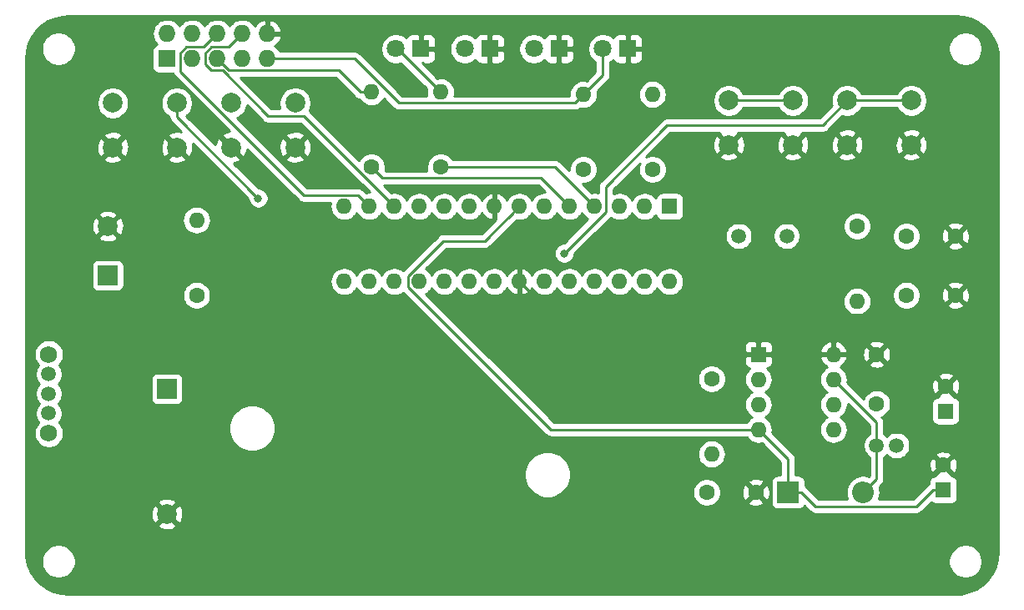
<source format=gbl>
G04 #@! TF.GenerationSoftware,KiCad,Pcbnew,(5.1.2)-1*
G04 #@! TF.CreationDate,2019-05-18T22:17:39-04:00*
G04 #@! TF.ProjectId,Simon Says Game,53696d6f-6e20-4536-9179-732047616d65,rev?*
G04 #@! TF.SameCoordinates,Original*
G04 #@! TF.FileFunction,Copper,L2,Bot*
G04 #@! TF.FilePolarity,Positive*
%FSLAX46Y46*%
G04 Gerber Fmt 4.6, Leading zero omitted, Abs format (unit mm)*
G04 Created by KiCad (PCBNEW (5.1.2)-1) date 2019-05-18 22:17:39*
%MOMM*%
%LPD*%
G04 APERTURE LIST*
%ADD10R,1.727200X1.727200*%
%ADD11O,1.727200X1.727200*%
%ADD12C,2.000000*%
%ADD13R,2.000000X2.000000*%
%ADD14C,1.500000*%
%ADD15C,1.750000*%
%ADD16O,1.600000X1.600000*%
%ADD17R,1.600000X1.600000*%
%ADD18C,1.600000*%
%ADD19O,2.200000X2.200000*%
%ADD20R,2.200000X2.200000*%
%ADD21C,1.800000*%
%ADD22R,1.800000X1.800000*%
%ADD23C,0.800000*%
%ADD24C,0.250000*%
%ADD25C,0.254000*%
G04 APERTURE END LIST*
D10*
X95000000Y-55000000D03*
D11*
X95000000Y-52460000D03*
X97540000Y-55000000D03*
X97540000Y-52460000D03*
X100080000Y-55000000D03*
X100080000Y-52460000D03*
X102620000Y-55000000D03*
X102620000Y-52460000D03*
X105160000Y-55000000D03*
X105160000Y-52460000D03*
D12*
X95000000Y-101200000D03*
D13*
X95000000Y-88500000D03*
D14*
X167000000Y-94250000D03*
X169000000Y-94250000D03*
D15*
X83000000Y-85000000D03*
X83000000Y-93000000D03*
D14*
X83000000Y-91000000D03*
X83000000Y-87000000D03*
X83000000Y-89000000D03*
X157880000Y-73000000D03*
X153000000Y-73000000D03*
D16*
X162620000Y-85000000D03*
X155000000Y-92620000D03*
X162620000Y-87540000D03*
X155000000Y-90080000D03*
X162620000Y-90080000D03*
X155000000Y-87540000D03*
X162620000Y-92620000D03*
D17*
X155000000Y-85000000D03*
D16*
X146000000Y-77620000D03*
X112980000Y-70000000D03*
X143460000Y-77620000D03*
X115520000Y-70000000D03*
X140920000Y-77620000D03*
X118060000Y-70000000D03*
X138380000Y-77620000D03*
X120600000Y-70000000D03*
X135840000Y-77620000D03*
X123140000Y-70000000D03*
X133300000Y-77620000D03*
X125680000Y-70000000D03*
X130760000Y-77620000D03*
X128220000Y-70000000D03*
X128220000Y-77620000D03*
X130760000Y-70000000D03*
X125680000Y-77620000D03*
X133300000Y-70000000D03*
X123140000Y-77620000D03*
X135840000Y-70000000D03*
X120600000Y-77620000D03*
X138380000Y-70000000D03*
X118060000Y-77620000D03*
X140920000Y-70000000D03*
X115520000Y-77620000D03*
X143460000Y-70000000D03*
X112980000Y-77620000D03*
D17*
X146000000Y-70000000D03*
D12*
X170500000Y-59250000D03*
X170500000Y-63750000D03*
X164000000Y-59250000D03*
X164000000Y-63750000D03*
X158500000Y-59250000D03*
X158500000Y-63750000D03*
X152000000Y-59250000D03*
X152000000Y-63750000D03*
X101500000Y-64000000D03*
X101500000Y-59500000D03*
X108000000Y-64000000D03*
X108000000Y-59500000D03*
X89500000Y-64000000D03*
X89500000Y-59500000D03*
X96000000Y-64000000D03*
X96000000Y-59500000D03*
D16*
X150250000Y-95120000D03*
D18*
X150250000Y-87500000D03*
X137250000Y-66250000D03*
D16*
X137250000Y-58630000D03*
X144250000Y-58630000D03*
D18*
X144250000Y-66250000D03*
X115750000Y-66000000D03*
D16*
X115750000Y-58380000D03*
X98000000Y-71380000D03*
D18*
X98000000Y-79000000D03*
X122750000Y-66000000D03*
D16*
X122750000Y-58380000D03*
X165000000Y-79620000D03*
D18*
X165000000Y-72000000D03*
D19*
X165620000Y-99000000D03*
D20*
X158000000Y-99000000D03*
D21*
X139210000Y-54000000D03*
D22*
X141750000Y-54000000D03*
D21*
X132210000Y-54000000D03*
D22*
X134750000Y-54000000D03*
D21*
X125210000Y-54000000D03*
D22*
X127750000Y-54000000D03*
D21*
X118210000Y-54000000D03*
D22*
X120750000Y-54000000D03*
D18*
X154750000Y-99000000D03*
X149750000Y-99000000D03*
X167000000Y-85000000D03*
X167000000Y-90000000D03*
X173750000Y-96250000D03*
D17*
X173750000Y-98750000D03*
D18*
X174000000Y-88250000D03*
D17*
X174000000Y-90750000D03*
D18*
X175000000Y-79000000D03*
X170000000Y-79000000D03*
X175000000Y-73000000D03*
X170000000Y-73000000D03*
D12*
X89000000Y-72000000D03*
D13*
X89000000Y-77000000D03*
D23*
X135295002Y-74750000D03*
X104250000Y-69164213D03*
D24*
X173000000Y-81000000D02*
X175000000Y-79000000D01*
X134140000Y-81000000D02*
X173000000Y-81000000D01*
X130760000Y-77620000D02*
X134140000Y-81000000D01*
X158000000Y-95620000D02*
X155000000Y-92620000D01*
X158000000Y-99000000D02*
X158000000Y-95620000D01*
X172700000Y-98750000D02*
X173750000Y-98750000D01*
X171024999Y-100425001D02*
X172700000Y-98750000D01*
X160775001Y-100425001D02*
X171024999Y-100425001D01*
X159350000Y-99000000D02*
X160775001Y-100425001D01*
X158000000Y-99000000D02*
X159350000Y-99000000D01*
X129960001Y-70799999D02*
X130760000Y-70000000D01*
X129634999Y-71125001D02*
X129960001Y-70799999D01*
X119474999Y-78160001D02*
X119474999Y-77079999D01*
X133934998Y-92620000D02*
X119474999Y-78160001D01*
X155000000Y-92620000D02*
X133934998Y-92620000D01*
X119474999Y-77079999D02*
X123054998Y-73500000D01*
X127260000Y-73500000D02*
X130760000Y-70000000D01*
X123054998Y-73500000D02*
X127260000Y-73500000D01*
X118370000Y-54000000D02*
X118210000Y-54000000D01*
X122750000Y-58380000D02*
X118370000Y-54000000D01*
X100943599Y-55863599D02*
X100080000Y-55000000D01*
X101268601Y-56188601D02*
X100943599Y-55863599D01*
X112427231Y-56188601D02*
X101268601Y-56188601D01*
X114618630Y-58380000D02*
X112427231Y-56188601D01*
X115750000Y-58380000D02*
X114618630Y-58380000D01*
X139210000Y-56670000D02*
X139210000Y-54000000D01*
X137250000Y-58630000D02*
X139210000Y-56670000D01*
X106381314Y-55000000D02*
X105160000Y-55000000D01*
X114035002Y-55000000D02*
X106381314Y-55000000D01*
X118540003Y-59505001D02*
X114035002Y-55000000D01*
X136374999Y-59505001D02*
X118540003Y-59505001D01*
X137250000Y-58630000D02*
X136374999Y-59505001D01*
X167000000Y-91920000D02*
X162620000Y-87540000D01*
X167000000Y-94250000D02*
X167000000Y-91920000D01*
X167000000Y-97620000D02*
X165620000Y-99000000D01*
X167000000Y-94250000D02*
X167000000Y-97620000D01*
X134380000Y-66000000D02*
X138380000Y-70000000D01*
X122750000Y-66000000D02*
X134380000Y-66000000D01*
X135040001Y-69200001D02*
X135840000Y-70000000D01*
X132965001Y-67125001D02*
X135040001Y-69200001D01*
X116875001Y-67125001D02*
X132965001Y-67125001D01*
X115750000Y-66000000D02*
X116875001Y-67125001D01*
X117260001Y-69200001D02*
X118060000Y-70000000D01*
X108885001Y-60825001D02*
X117260001Y-69200001D01*
X105268591Y-60825001D02*
X108885001Y-60825001D01*
X100632191Y-56188601D02*
X105268591Y-60825001D01*
X99509471Y-56188601D02*
X100632191Y-56188601D01*
X98891399Y-55570529D02*
X99509471Y-56188601D01*
X98891399Y-54429471D02*
X98891399Y-55570529D01*
X99509471Y-53811399D02*
X98891399Y-54429471D01*
X101268601Y-53811399D02*
X99509471Y-53811399D01*
X102620000Y-52460000D02*
X101268601Y-53811399D01*
X139505001Y-70540001D02*
X135295002Y-74750000D01*
X139505001Y-67994999D02*
X139505001Y-70540001D01*
X145750000Y-61750000D02*
X139505001Y-67994999D01*
X164000000Y-59250000D02*
X161500000Y-61750000D01*
X161500000Y-61750000D02*
X145750000Y-61750000D01*
X135295002Y-74750000D02*
X135295002Y-74750000D01*
X170500000Y-59250000D02*
X164000000Y-59250000D01*
X114720001Y-69200001D02*
X115520000Y-70000000D01*
X114394999Y-68874999D02*
X114720001Y-69200001D01*
X108913997Y-68874999D02*
X114394999Y-68874999D01*
X96351399Y-56312401D02*
X108913997Y-68874999D01*
X96351399Y-54429471D02*
X96351399Y-56312401D01*
X96969471Y-53811399D02*
X96351399Y-54429471D01*
X98728601Y-53811399D02*
X96969471Y-53811399D01*
X100080000Y-52460000D02*
X98728601Y-53811399D01*
X152000000Y-59250000D02*
X158500000Y-59250000D01*
X96000000Y-60914213D02*
X104250000Y-69164213D01*
X96000000Y-59500000D02*
X96000000Y-60914213D01*
X104250000Y-69164213D02*
X104250000Y-69164213D01*
D25*
G36*
X175768083Y-50731173D02*
G01*
X176511891Y-50934656D01*
X177207905Y-51266638D01*
X177834130Y-51716626D01*
X178370777Y-52270403D01*
X178800871Y-52910451D01*
X179110829Y-53616553D01*
X179292065Y-54371457D01*
X179340000Y-55024207D01*
X179340001Y-94967572D01*
X179340000Y-94967582D01*
X179340001Y-104970597D01*
X179268827Y-105768083D01*
X179065344Y-106511890D01*
X178733363Y-107207904D01*
X178283374Y-107834130D01*
X177729597Y-108370777D01*
X177089549Y-108800871D01*
X176383447Y-109110829D01*
X175628543Y-109292065D01*
X174975793Y-109340000D01*
X85029392Y-109340000D01*
X84231917Y-109268827D01*
X83488110Y-109065344D01*
X82792096Y-108733363D01*
X82165870Y-108283374D01*
X81629223Y-107729597D01*
X81199129Y-107089549D01*
X80889171Y-106383447D01*
X80756089Y-105829117D01*
X82265000Y-105829117D01*
X82265000Y-106170883D01*
X82331675Y-106506081D01*
X82462463Y-106821831D01*
X82652337Y-107105998D01*
X82894002Y-107347663D01*
X83178169Y-107537537D01*
X83493919Y-107668325D01*
X83829117Y-107735000D01*
X84170883Y-107735000D01*
X84506081Y-107668325D01*
X84821831Y-107537537D01*
X85105998Y-107347663D01*
X85347663Y-107105998D01*
X85537537Y-106821831D01*
X85668325Y-106506081D01*
X85735000Y-106170883D01*
X85735000Y-105829117D01*
X174265000Y-105829117D01*
X174265000Y-106170883D01*
X174331675Y-106506081D01*
X174462463Y-106821831D01*
X174652337Y-107105998D01*
X174894002Y-107347663D01*
X175178169Y-107537537D01*
X175493919Y-107668325D01*
X175829117Y-107735000D01*
X176170883Y-107735000D01*
X176506081Y-107668325D01*
X176821831Y-107537537D01*
X177105998Y-107347663D01*
X177347663Y-107105998D01*
X177537537Y-106821831D01*
X177668325Y-106506081D01*
X177735000Y-106170883D01*
X177735000Y-105829117D01*
X177668325Y-105493919D01*
X177537537Y-105178169D01*
X177347663Y-104894002D01*
X177105998Y-104652337D01*
X176821831Y-104462463D01*
X176506081Y-104331675D01*
X176170883Y-104265000D01*
X175829117Y-104265000D01*
X175493919Y-104331675D01*
X175178169Y-104462463D01*
X174894002Y-104652337D01*
X174652337Y-104894002D01*
X174462463Y-105178169D01*
X174331675Y-105493919D01*
X174265000Y-105829117D01*
X85735000Y-105829117D01*
X85668325Y-105493919D01*
X85537537Y-105178169D01*
X85347663Y-104894002D01*
X85105998Y-104652337D01*
X84821831Y-104462463D01*
X84506081Y-104331675D01*
X84170883Y-104265000D01*
X83829117Y-104265000D01*
X83493919Y-104331675D01*
X83178169Y-104462463D01*
X82894002Y-104652337D01*
X82652337Y-104894002D01*
X82462463Y-105178169D01*
X82331675Y-105493919D01*
X82265000Y-105829117D01*
X80756089Y-105829117D01*
X80707935Y-105628543D01*
X80660000Y-104975793D01*
X80660000Y-102335413D01*
X94044192Y-102335413D01*
X94139956Y-102599814D01*
X94429571Y-102740704D01*
X94741108Y-102822384D01*
X95062595Y-102841718D01*
X95381675Y-102797961D01*
X95686088Y-102692795D01*
X95860044Y-102599814D01*
X95955808Y-102335413D01*
X95000000Y-101379605D01*
X94044192Y-102335413D01*
X80660000Y-102335413D01*
X80660000Y-101262595D01*
X93358282Y-101262595D01*
X93402039Y-101581675D01*
X93507205Y-101886088D01*
X93600186Y-102060044D01*
X93864587Y-102155808D01*
X94820395Y-101200000D01*
X95179605Y-101200000D01*
X96135413Y-102155808D01*
X96399814Y-102060044D01*
X96540704Y-101770429D01*
X96622384Y-101458892D01*
X96641718Y-101137405D01*
X96597961Y-100818325D01*
X96492795Y-100513912D01*
X96399814Y-100339956D01*
X96135413Y-100244192D01*
X95179605Y-101200000D01*
X94820395Y-101200000D01*
X93864587Y-100244192D01*
X93600186Y-100339956D01*
X93459296Y-100629571D01*
X93377616Y-100941108D01*
X93358282Y-101262595D01*
X80660000Y-101262595D01*
X80660000Y-100064587D01*
X94044192Y-100064587D01*
X95000000Y-101020395D01*
X95955808Y-100064587D01*
X95860044Y-99800186D01*
X95570429Y-99659296D01*
X95258892Y-99577616D01*
X94937405Y-99558282D01*
X94618325Y-99602039D01*
X94313912Y-99707205D01*
X94139956Y-99800186D01*
X94044192Y-100064587D01*
X80660000Y-100064587D01*
X80660000Y-96967560D01*
X131250000Y-96967560D01*
X131250000Y-97432440D01*
X131340694Y-97888387D01*
X131518595Y-98317879D01*
X131776868Y-98704412D01*
X132105588Y-99033132D01*
X132492121Y-99291405D01*
X132921613Y-99469306D01*
X133377560Y-99560000D01*
X133842440Y-99560000D01*
X134298387Y-99469306D01*
X134727879Y-99291405D01*
X135114412Y-99033132D01*
X135288879Y-98858665D01*
X148315000Y-98858665D01*
X148315000Y-99141335D01*
X148370147Y-99418574D01*
X148478320Y-99679727D01*
X148635363Y-99914759D01*
X148835241Y-100114637D01*
X149070273Y-100271680D01*
X149331426Y-100379853D01*
X149608665Y-100435000D01*
X149891335Y-100435000D01*
X150168574Y-100379853D01*
X150429727Y-100271680D01*
X150664759Y-100114637D01*
X150786694Y-99992702D01*
X153936903Y-99992702D01*
X154008486Y-100236671D01*
X154263996Y-100357571D01*
X154538184Y-100426300D01*
X154820512Y-100440217D01*
X155100130Y-100398787D01*
X155366292Y-100303603D01*
X155491514Y-100236671D01*
X155563097Y-99992702D01*
X154750000Y-99179605D01*
X153936903Y-99992702D01*
X150786694Y-99992702D01*
X150864637Y-99914759D01*
X151021680Y-99679727D01*
X151129853Y-99418574D01*
X151185000Y-99141335D01*
X151185000Y-99070512D01*
X153309783Y-99070512D01*
X153351213Y-99350130D01*
X153446397Y-99616292D01*
X153513329Y-99741514D01*
X153757298Y-99813097D01*
X154570395Y-99000000D01*
X154929605Y-99000000D01*
X155742702Y-99813097D01*
X155986671Y-99741514D01*
X156107571Y-99486004D01*
X156176300Y-99211816D01*
X156190217Y-98929488D01*
X156148787Y-98649870D01*
X156053603Y-98383708D01*
X155986671Y-98258486D01*
X155742702Y-98186903D01*
X154929605Y-99000000D01*
X154570395Y-99000000D01*
X153757298Y-98186903D01*
X153513329Y-98258486D01*
X153392429Y-98513996D01*
X153323700Y-98788184D01*
X153309783Y-99070512D01*
X151185000Y-99070512D01*
X151185000Y-98858665D01*
X151129853Y-98581426D01*
X151021680Y-98320273D01*
X150864637Y-98085241D01*
X150786694Y-98007298D01*
X153936903Y-98007298D01*
X154750000Y-98820395D01*
X155563097Y-98007298D01*
X155491514Y-97763329D01*
X155236004Y-97642429D01*
X154961816Y-97573700D01*
X154679488Y-97559783D01*
X154399870Y-97601213D01*
X154133708Y-97696397D01*
X154008486Y-97763329D01*
X153936903Y-98007298D01*
X150786694Y-98007298D01*
X150664759Y-97885363D01*
X150429727Y-97728320D01*
X150168574Y-97620147D01*
X149891335Y-97565000D01*
X149608665Y-97565000D01*
X149331426Y-97620147D01*
X149070273Y-97728320D01*
X148835241Y-97885363D01*
X148635363Y-98085241D01*
X148478320Y-98320273D01*
X148370147Y-98581426D01*
X148315000Y-98858665D01*
X135288879Y-98858665D01*
X135443132Y-98704412D01*
X135701405Y-98317879D01*
X135879306Y-97888387D01*
X135970000Y-97432440D01*
X135970000Y-96967560D01*
X135879306Y-96511613D01*
X135701405Y-96082121D01*
X135443132Y-95695588D01*
X135114412Y-95366868D01*
X134744948Y-95120000D01*
X148808057Y-95120000D01*
X148835764Y-95401309D01*
X148917818Y-95671808D01*
X149051068Y-95921101D01*
X149230392Y-96139608D01*
X149448899Y-96318932D01*
X149698192Y-96452182D01*
X149968691Y-96534236D01*
X150179508Y-96555000D01*
X150320492Y-96555000D01*
X150531309Y-96534236D01*
X150801808Y-96452182D01*
X151051101Y-96318932D01*
X151269608Y-96139608D01*
X151448932Y-95921101D01*
X151582182Y-95671808D01*
X151664236Y-95401309D01*
X151691943Y-95120000D01*
X151664236Y-94838691D01*
X151582182Y-94568192D01*
X151448932Y-94318899D01*
X151269608Y-94100392D01*
X151051101Y-93921068D01*
X150801808Y-93787818D01*
X150531309Y-93705764D01*
X150320492Y-93685000D01*
X150179508Y-93685000D01*
X149968691Y-93705764D01*
X149698192Y-93787818D01*
X149448899Y-93921068D01*
X149230392Y-94100392D01*
X149051068Y-94318899D01*
X148917818Y-94568192D01*
X148835764Y-94838691D01*
X148808057Y-95120000D01*
X134744948Y-95120000D01*
X134727879Y-95108595D01*
X134298387Y-94930694D01*
X133842440Y-94840000D01*
X133377560Y-94840000D01*
X132921613Y-94930694D01*
X132492121Y-95108595D01*
X132105588Y-95366868D01*
X131776868Y-95695588D01*
X131518595Y-96082121D01*
X131340694Y-96511613D01*
X131250000Y-96967560D01*
X80660000Y-96967560D01*
X80660000Y-84851278D01*
X81490000Y-84851278D01*
X81490000Y-85148722D01*
X81548029Y-85440451D01*
X81661856Y-85715253D01*
X81827107Y-85962569D01*
X81952927Y-86088389D01*
X81924201Y-86117114D01*
X81772629Y-86343957D01*
X81668225Y-86596011D01*
X81615000Y-86863589D01*
X81615000Y-87136411D01*
X81668225Y-87403989D01*
X81772629Y-87656043D01*
X81924201Y-87882886D01*
X82041315Y-88000000D01*
X81924201Y-88117114D01*
X81772629Y-88343957D01*
X81668225Y-88596011D01*
X81615000Y-88863589D01*
X81615000Y-89136411D01*
X81668225Y-89403989D01*
X81772629Y-89656043D01*
X81924201Y-89882886D01*
X82041315Y-90000000D01*
X81924201Y-90117114D01*
X81772629Y-90343957D01*
X81668225Y-90596011D01*
X81615000Y-90863589D01*
X81615000Y-91136411D01*
X81668225Y-91403989D01*
X81772629Y-91656043D01*
X81924201Y-91882886D01*
X81952927Y-91911612D01*
X81827107Y-92037431D01*
X81661856Y-92284747D01*
X81548029Y-92559549D01*
X81490000Y-92851278D01*
X81490000Y-93148722D01*
X81548029Y-93440451D01*
X81661856Y-93715253D01*
X81827107Y-93962569D01*
X82037431Y-94172893D01*
X82284747Y-94338144D01*
X82559549Y-94451971D01*
X82851278Y-94510000D01*
X83148722Y-94510000D01*
X83440451Y-94451971D01*
X83715253Y-94338144D01*
X83962569Y-94172893D01*
X84172893Y-93962569D01*
X84338144Y-93715253D01*
X84451971Y-93440451D01*
X84510000Y-93148722D01*
X84510000Y-92851278D01*
X84451971Y-92559549D01*
X84338144Y-92284747D01*
X84326661Y-92267560D01*
X101280000Y-92267560D01*
X101280000Y-92732440D01*
X101370694Y-93188387D01*
X101548595Y-93617879D01*
X101806868Y-94004412D01*
X102135588Y-94333132D01*
X102522121Y-94591405D01*
X102951613Y-94769306D01*
X103407560Y-94860000D01*
X103872440Y-94860000D01*
X104328387Y-94769306D01*
X104757879Y-94591405D01*
X105144412Y-94333132D01*
X105473132Y-94004412D01*
X105731405Y-93617879D01*
X105909306Y-93188387D01*
X106000000Y-92732440D01*
X106000000Y-92267560D01*
X105909306Y-91811613D01*
X105731405Y-91382121D01*
X105473132Y-90995588D01*
X105144412Y-90666868D01*
X104757879Y-90408595D01*
X104328387Y-90230694D01*
X103872440Y-90140000D01*
X103407560Y-90140000D01*
X102951613Y-90230694D01*
X102522121Y-90408595D01*
X102135588Y-90666868D01*
X101806868Y-90995588D01*
X101548595Y-91382121D01*
X101370694Y-91811613D01*
X101280000Y-92267560D01*
X84326661Y-92267560D01*
X84172893Y-92037431D01*
X84047074Y-91911612D01*
X84075799Y-91882886D01*
X84227371Y-91656043D01*
X84331775Y-91403989D01*
X84385000Y-91136411D01*
X84385000Y-90863589D01*
X84331775Y-90596011D01*
X84227371Y-90343957D01*
X84075799Y-90117114D01*
X83958685Y-90000000D01*
X84075799Y-89882886D01*
X84227371Y-89656043D01*
X84331775Y-89403989D01*
X84385000Y-89136411D01*
X84385000Y-88863589D01*
X84331775Y-88596011D01*
X84227371Y-88343957D01*
X84075799Y-88117114D01*
X83958685Y-88000000D01*
X84075799Y-87882886D01*
X84227371Y-87656043D01*
X84292006Y-87500000D01*
X93361928Y-87500000D01*
X93361928Y-89500000D01*
X93374188Y-89624482D01*
X93410498Y-89744180D01*
X93469463Y-89854494D01*
X93548815Y-89951185D01*
X93645506Y-90030537D01*
X93755820Y-90089502D01*
X93875518Y-90125812D01*
X94000000Y-90138072D01*
X96000000Y-90138072D01*
X96124482Y-90125812D01*
X96244180Y-90089502D01*
X96354494Y-90030537D01*
X96451185Y-89951185D01*
X96530537Y-89854494D01*
X96589502Y-89744180D01*
X96625812Y-89624482D01*
X96638072Y-89500000D01*
X96638072Y-87500000D01*
X96625812Y-87375518D01*
X96589502Y-87255820D01*
X96530537Y-87145506D01*
X96451185Y-87048815D01*
X96354494Y-86969463D01*
X96244180Y-86910498D01*
X96124482Y-86874188D01*
X96000000Y-86861928D01*
X94000000Y-86861928D01*
X93875518Y-86874188D01*
X93755820Y-86910498D01*
X93645506Y-86969463D01*
X93548815Y-87048815D01*
X93469463Y-87145506D01*
X93410498Y-87255820D01*
X93374188Y-87375518D01*
X93361928Y-87500000D01*
X84292006Y-87500000D01*
X84331775Y-87403989D01*
X84385000Y-87136411D01*
X84385000Y-86863589D01*
X84331775Y-86596011D01*
X84227371Y-86343957D01*
X84075799Y-86117114D01*
X84047074Y-86088389D01*
X84172893Y-85962569D01*
X84338144Y-85715253D01*
X84451971Y-85440451D01*
X84510000Y-85148722D01*
X84510000Y-84851278D01*
X84451971Y-84559549D01*
X84338144Y-84284747D01*
X84172893Y-84037431D01*
X83962569Y-83827107D01*
X83715253Y-83661856D01*
X83440451Y-83548029D01*
X83148722Y-83490000D01*
X82851278Y-83490000D01*
X82559549Y-83548029D01*
X82284747Y-83661856D01*
X82037431Y-83827107D01*
X81827107Y-84037431D01*
X81661856Y-84284747D01*
X81548029Y-84559549D01*
X81490000Y-84851278D01*
X80660000Y-84851278D01*
X80660000Y-78858665D01*
X96565000Y-78858665D01*
X96565000Y-79141335D01*
X96620147Y-79418574D01*
X96728320Y-79679727D01*
X96885363Y-79914759D01*
X97085241Y-80114637D01*
X97320273Y-80271680D01*
X97581426Y-80379853D01*
X97858665Y-80435000D01*
X98141335Y-80435000D01*
X98418574Y-80379853D01*
X98679727Y-80271680D01*
X98914759Y-80114637D01*
X99114637Y-79914759D01*
X99271680Y-79679727D01*
X99379853Y-79418574D01*
X99435000Y-79141335D01*
X99435000Y-78858665D01*
X99379853Y-78581426D01*
X99271680Y-78320273D01*
X99114637Y-78085241D01*
X98914759Y-77885363D01*
X98679727Y-77728320D01*
X98418574Y-77620147D01*
X98141335Y-77565000D01*
X97858665Y-77565000D01*
X97581426Y-77620147D01*
X97320273Y-77728320D01*
X97085241Y-77885363D01*
X96885363Y-78085241D01*
X96728320Y-78320273D01*
X96620147Y-78581426D01*
X96565000Y-78858665D01*
X80660000Y-78858665D01*
X80660000Y-76000000D01*
X87361928Y-76000000D01*
X87361928Y-78000000D01*
X87374188Y-78124482D01*
X87410498Y-78244180D01*
X87469463Y-78354494D01*
X87548815Y-78451185D01*
X87645506Y-78530537D01*
X87755820Y-78589502D01*
X87875518Y-78625812D01*
X88000000Y-78638072D01*
X90000000Y-78638072D01*
X90124482Y-78625812D01*
X90244180Y-78589502D01*
X90354494Y-78530537D01*
X90451185Y-78451185D01*
X90530537Y-78354494D01*
X90589502Y-78244180D01*
X90625812Y-78124482D01*
X90638072Y-78000000D01*
X90638072Y-76000000D01*
X90625812Y-75875518D01*
X90589502Y-75755820D01*
X90530537Y-75645506D01*
X90451185Y-75548815D01*
X90354494Y-75469463D01*
X90244180Y-75410498D01*
X90124482Y-75374188D01*
X90000000Y-75361928D01*
X88000000Y-75361928D01*
X87875518Y-75374188D01*
X87755820Y-75410498D01*
X87645506Y-75469463D01*
X87548815Y-75548815D01*
X87469463Y-75645506D01*
X87410498Y-75755820D01*
X87374188Y-75875518D01*
X87361928Y-76000000D01*
X80660000Y-76000000D01*
X80660000Y-73135413D01*
X88044192Y-73135413D01*
X88139956Y-73399814D01*
X88429571Y-73540704D01*
X88741108Y-73622384D01*
X89062595Y-73641718D01*
X89381675Y-73597961D01*
X89686088Y-73492795D01*
X89860044Y-73399814D01*
X89955808Y-73135413D01*
X89000000Y-72179605D01*
X88044192Y-73135413D01*
X80660000Y-73135413D01*
X80660000Y-72062595D01*
X87358282Y-72062595D01*
X87402039Y-72381675D01*
X87507205Y-72686088D01*
X87600186Y-72860044D01*
X87864587Y-72955808D01*
X88820395Y-72000000D01*
X89179605Y-72000000D01*
X90135413Y-72955808D01*
X90399814Y-72860044D01*
X90540704Y-72570429D01*
X90622384Y-72258892D01*
X90641718Y-71937405D01*
X90597961Y-71618325D01*
X90515627Y-71380000D01*
X96558057Y-71380000D01*
X96585764Y-71661309D01*
X96667818Y-71931808D01*
X96801068Y-72181101D01*
X96980392Y-72399608D01*
X97198899Y-72578932D01*
X97448192Y-72712182D01*
X97718691Y-72794236D01*
X97929508Y-72815000D01*
X98070492Y-72815000D01*
X98281309Y-72794236D01*
X98551808Y-72712182D01*
X98801101Y-72578932D01*
X99019608Y-72399608D01*
X99198932Y-72181101D01*
X99332182Y-71931808D01*
X99414236Y-71661309D01*
X99441943Y-71380000D01*
X99414236Y-71098691D01*
X99332182Y-70828192D01*
X99198932Y-70578899D01*
X99019608Y-70360392D01*
X98801101Y-70181068D01*
X98551808Y-70047818D01*
X98281309Y-69965764D01*
X98070492Y-69945000D01*
X97929508Y-69945000D01*
X97718691Y-69965764D01*
X97448192Y-70047818D01*
X97198899Y-70181068D01*
X96980392Y-70360392D01*
X96801068Y-70578899D01*
X96667818Y-70828192D01*
X96585764Y-71098691D01*
X96558057Y-71380000D01*
X90515627Y-71380000D01*
X90492795Y-71313912D01*
X90399814Y-71139956D01*
X90135413Y-71044192D01*
X89179605Y-72000000D01*
X88820395Y-72000000D01*
X87864587Y-71044192D01*
X87600186Y-71139956D01*
X87459296Y-71429571D01*
X87377616Y-71741108D01*
X87358282Y-72062595D01*
X80660000Y-72062595D01*
X80660000Y-70864587D01*
X88044192Y-70864587D01*
X89000000Y-71820395D01*
X89955808Y-70864587D01*
X89860044Y-70600186D01*
X89570429Y-70459296D01*
X89258892Y-70377616D01*
X88937405Y-70358282D01*
X88618325Y-70402039D01*
X88313912Y-70507205D01*
X88139956Y-70600186D01*
X88044192Y-70864587D01*
X80660000Y-70864587D01*
X80660000Y-65135413D01*
X88544192Y-65135413D01*
X88639956Y-65399814D01*
X88929571Y-65540704D01*
X89241108Y-65622384D01*
X89562595Y-65641718D01*
X89881675Y-65597961D01*
X90186088Y-65492795D01*
X90360044Y-65399814D01*
X90455808Y-65135413D01*
X95044192Y-65135413D01*
X95139956Y-65399814D01*
X95429571Y-65540704D01*
X95741108Y-65622384D01*
X96062595Y-65641718D01*
X96381675Y-65597961D01*
X96686088Y-65492795D01*
X96860044Y-65399814D01*
X96955808Y-65135413D01*
X96000000Y-64179605D01*
X95044192Y-65135413D01*
X90455808Y-65135413D01*
X89500000Y-64179605D01*
X88544192Y-65135413D01*
X80660000Y-65135413D01*
X80660000Y-64062595D01*
X87858282Y-64062595D01*
X87902039Y-64381675D01*
X88007205Y-64686088D01*
X88100186Y-64860044D01*
X88364587Y-64955808D01*
X89320395Y-64000000D01*
X89679605Y-64000000D01*
X90635413Y-64955808D01*
X90899814Y-64860044D01*
X91040704Y-64570429D01*
X91122384Y-64258892D01*
X91134189Y-64062595D01*
X94358282Y-64062595D01*
X94402039Y-64381675D01*
X94507205Y-64686088D01*
X94600186Y-64860044D01*
X94864587Y-64955808D01*
X95820395Y-64000000D01*
X94864587Y-63044192D01*
X94600186Y-63139956D01*
X94459296Y-63429571D01*
X94377616Y-63741108D01*
X94358282Y-64062595D01*
X91134189Y-64062595D01*
X91141718Y-63937405D01*
X91097961Y-63618325D01*
X90992795Y-63313912D01*
X90899814Y-63139956D01*
X90635413Y-63044192D01*
X89679605Y-64000000D01*
X89320395Y-64000000D01*
X88364587Y-63044192D01*
X88100186Y-63139956D01*
X87959296Y-63429571D01*
X87877616Y-63741108D01*
X87858282Y-64062595D01*
X80660000Y-64062595D01*
X80660000Y-62864587D01*
X88544192Y-62864587D01*
X89500000Y-63820395D01*
X90455808Y-62864587D01*
X90360044Y-62600186D01*
X90070429Y-62459296D01*
X89758892Y-62377616D01*
X89437405Y-62358282D01*
X89118325Y-62402039D01*
X88813912Y-62507205D01*
X88639956Y-62600186D01*
X88544192Y-62864587D01*
X80660000Y-62864587D01*
X80660000Y-59338967D01*
X87865000Y-59338967D01*
X87865000Y-59661033D01*
X87927832Y-59976912D01*
X88051082Y-60274463D01*
X88230013Y-60542252D01*
X88457748Y-60769987D01*
X88725537Y-60948918D01*
X89023088Y-61072168D01*
X89338967Y-61135000D01*
X89661033Y-61135000D01*
X89976912Y-61072168D01*
X90274463Y-60948918D01*
X90542252Y-60769987D01*
X90769987Y-60542252D01*
X90948918Y-60274463D01*
X91072168Y-59976912D01*
X91135000Y-59661033D01*
X91135000Y-59338967D01*
X94365000Y-59338967D01*
X94365000Y-59661033D01*
X94427832Y-59976912D01*
X94551082Y-60274463D01*
X94730013Y-60542252D01*
X94957748Y-60769987D01*
X95225537Y-60948918D01*
X95240346Y-60955052D01*
X95250998Y-61063198D01*
X95294454Y-61206459D01*
X95365026Y-61338489D01*
X95406316Y-61388800D01*
X95460000Y-61454214D01*
X95488998Y-61478012D01*
X96434694Y-62423709D01*
X96258892Y-62377616D01*
X95937405Y-62358282D01*
X95618325Y-62402039D01*
X95313912Y-62507205D01*
X95139956Y-62600186D01*
X95044192Y-62864587D01*
X96000000Y-63820395D01*
X96014143Y-63806253D01*
X96193748Y-63985858D01*
X96179605Y-64000000D01*
X97135413Y-64955808D01*
X97399814Y-64860044D01*
X97540704Y-64570429D01*
X97622384Y-64258892D01*
X97641718Y-63937405D01*
X97597961Y-63618325D01*
X97581414Y-63570428D01*
X103215000Y-69204015D01*
X103215000Y-69266152D01*
X103254774Y-69466111D01*
X103332795Y-69654469D01*
X103446063Y-69823987D01*
X103590226Y-69968150D01*
X103759744Y-70081418D01*
X103948102Y-70159439D01*
X104148061Y-70199213D01*
X104351939Y-70199213D01*
X104551898Y-70159439D01*
X104740256Y-70081418D01*
X104909774Y-69968150D01*
X105053937Y-69823987D01*
X105167205Y-69654469D01*
X105245226Y-69466111D01*
X105285000Y-69266152D01*
X105285000Y-69062274D01*
X105245226Y-68862315D01*
X105167205Y-68673957D01*
X105053937Y-68504439D01*
X104909774Y-68360276D01*
X104740256Y-68247008D01*
X104551898Y-68168987D01*
X104351939Y-68129213D01*
X104289802Y-68129213D01*
X101773398Y-65612810D01*
X101881675Y-65597961D01*
X102186088Y-65492795D01*
X102360044Y-65399814D01*
X102455808Y-65135413D01*
X101500000Y-64179605D01*
X101485858Y-64193748D01*
X101306253Y-64014143D01*
X101320395Y-64000000D01*
X100364587Y-63044192D01*
X100100186Y-63139956D01*
X99959296Y-63429571D01*
X99882618Y-63722030D01*
X96975307Y-60814719D01*
X97042252Y-60769987D01*
X97269987Y-60542252D01*
X97448918Y-60274463D01*
X97572168Y-59976912D01*
X97635000Y-59661033D01*
X97635000Y-59338967D01*
X97572168Y-59023088D01*
X97448918Y-58725537D01*
X97269987Y-58457748D01*
X97042252Y-58230013D01*
X96774463Y-58051082D01*
X96476912Y-57927832D01*
X96161033Y-57865000D01*
X95838967Y-57865000D01*
X95523088Y-57927832D01*
X95225537Y-58051082D01*
X94957748Y-58230013D01*
X94730013Y-58457748D01*
X94551082Y-58725537D01*
X94427832Y-59023088D01*
X94365000Y-59338967D01*
X91135000Y-59338967D01*
X91072168Y-59023088D01*
X90948918Y-58725537D01*
X90769987Y-58457748D01*
X90542252Y-58230013D01*
X90274463Y-58051082D01*
X89976912Y-57927832D01*
X89661033Y-57865000D01*
X89338967Y-57865000D01*
X89023088Y-57927832D01*
X88725537Y-58051082D01*
X88457748Y-58230013D01*
X88230013Y-58457748D01*
X88051082Y-58725537D01*
X87927832Y-59023088D01*
X87865000Y-59338967D01*
X80660000Y-59338967D01*
X80660000Y-55029392D01*
X80731173Y-54231917D01*
X80841366Y-53829117D01*
X82265000Y-53829117D01*
X82265000Y-54170883D01*
X82331675Y-54506081D01*
X82462463Y-54821831D01*
X82652337Y-55105998D01*
X82894002Y-55347663D01*
X83178169Y-55537537D01*
X83493919Y-55668325D01*
X83829117Y-55735000D01*
X84170883Y-55735000D01*
X84506081Y-55668325D01*
X84821831Y-55537537D01*
X85105998Y-55347663D01*
X85347663Y-55105998D01*
X85537537Y-54821831D01*
X85668325Y-54506081D01*
X85735000Y-54170883D01*
X85735000Y-53829117D01*
X85668325Y-53493919D01*
X85537537Y-53178169D01*
X85347663Y-52894002D01*
X85105998Y-52652337D01*
X84821831Y-52462463D01*
X84815885Y-52460000D01*
X93494149Y-52460000D01*
X93523084Y-52753777D01*
X93608775Y-53036264D01*
X93747931Y-53296606D01*
X93935203Y-53524797D01*
X93943265Y-53531414D01*
X93892220Y-53546898D01*
X93781906Y-53605863D01*
X93685215Y-53685215D01*
X93605863Y-53781906D01*
X93546898Y-53892220D01*
X93510588Y-54011918D01*
X93498328Y-54136400D01*
X93498328Y-55863600D01*
X93510588Y-55988082D01*
X93546898Y-56107780D01*
X93605863Y-56218094D01*
X93685215Y-56314785D01*
X93781906Y-56394137D01*
X93892220Y-56453102D01*
X94011918Y-56489412D01*
X94136400Y-56501672D01*
X95614617Y-56501672D01*
X95645853Y-56604647D01*
X95716425Y-56736677D01*
X95783974Y-56818985D01*
X95811399Y-56852402D01*
X95840397Y-56876200D01*
X101336338Y-62372142D01*
X101118325Y-62402039D01*
X100813912Y-62507205D01*
X100639956Y-62600186D01*
X100544192Y-62864587D01*
X101500000Y-63820395D01*
X101514143Y-63806253D01*
X101693748Y-63985858D01*
X101679605Y-64000000D01*
X102635413Y-64955808D01*
X102899814Y-64860044D01*
X103040704Y-64570429D01*
X103122384Y-64258892D01*
X103128097Y-64163901D01*
X108350202Y-69386007D01*
X108373996Y-69415000D01*
X108402989Y-69438794D01*
X108402993Y-69438798D01*
X108464160Y-69488996D01*
X108489721Y-69509973D01*
X108621750Y-69580545D01*
X108765011Y-69624002D01*
X108876664Y-69634999D01*
X108876673Y-69634999D01*
X108913996Y-69638675D01*
X108951319Y-69634999D01*
X111591151Y-69634999D01*
X111565764Y-69718691D01*
X111538057Y-70000000D01*
X111565764Y-70281309D01*
X111647818Y-70551808D01*
X111781068Y-70801101D01*
X111960392Y-71019608D01*
X112178899Y-71198932D01*
X112428192Y-71332182D01*
X112698691Y-71414236D01*
X112909508Y-71435000D01*
X113050492Y-71435000D01*
X113261309Y-71414236D01*
X113531808Y-71332182D01*
X113781101Y-71198932D01*
X113999608Y-71019608D01*
X114178932Y-70801101D01*
X114250000Y-70668142D01*
X114321068Y-70801101D01*
X114500392Y-71019608D01*
X114718899Y-71198932D01*
X114968192Y-71332182D01*
X115238691Y-71414236D01*
X115449508Y-71435000D01*
X115590492Y-71435000D01*
X115801309Y-71414236D01*
X116071808Y-71332182D01*
X116321101Y-71198932D01*
X116539608Y-71019608D01*
X116718932Y-70801101D01*
X116790000Y-70668142D01*
X116861068Y-70801101D01*
X117040392Y-71019608D01*
X117258899Y-71198932D01*
X117508192Y-71332182D01*
X117778691Y-71414236D01*
X117989508Y-71435000D01*
X118130492Y-71435000D01*
X118341309Y-71414236D01*
X118611808Y-71332182D01*
X118861101Y-71198932D01*
X119079608Y-71019608D01*
X119258932Y-70801101D01*
X119330000Y-70668142D01*
X119401068Y-70801101D01*
X119580392Y-71019608D01*
X119798899Y-71198932D01*
X120048192Y-71332182D01*
X120318691Y-71414236D01*
X120529508Y-71435000D01*
X120670492Y-71435000D01*
X120881309Y-71414236D01*
X121151808Y-71332182D01*
X121401101Y-71198932D01*
X121619608Y-71019608D01*
X121798932Y-70801101D01*
X121870000Y-70668142D01*
X121941068Y-70801101D01*
X122120392Y-71019608D01*
X122338899Y-71198932D01*
X122588192Y-71332182D01*
X122858691Y-71414236D01*
X123069508Y-71435000D01*
X123210492Y-71435000D01*
X123421309Y-71414236D01*
X123691808Y-71332182D01*
X123941101Y-71198932D01*
X124159608Y-71019608D01*
X124338932Y-70801101D01*
X124410000Y-70668142D01*
X124481068Y-70801101D01*
X124660392Y-71019608D01*
X124878899Y-71198932D01*
X125128192Y-71332182D01*
X125398691Y-71414236D01*
X125609508Y-71435000D01*
X125750492Y-71435000D01*
X125961309Y-71414236D01*
X126231808Y-71332182D01*
X126481101Y-71198932D01*
X126699608Y-71019608D01*
X126878932Y-70801101D01*
X126952579Y-70663318D01*
X127067615Y-70855131D01*
X127256586Y-71063519D01*
X127482580Y-71231037D01*
X127736913Y-71351246D01*
X127870961Y-71391904D01*
X128093000Y-71269915D01*
X128093000Y-70127000D01*
X128073000Y-70127000D01*
X128073000Y-69873000D01*
X128093000Y-69873000D01*
X128093000Y-68730085D01*
X127870961Y-68608096D01*
X127736913Y-68648754D01*
X127482580Y-68768963D01*
X127256586Y-68936481D01*
X127067615Y-69144869D01*
X126952579Y-69336682D01*
X126878932Y-69198899D01*
X126699608Y-68980392D01*
X126481101Y-68801068D01*
X126231808Y-68667818D01*
X125961309Y-68585764D01*
X125750492Y-68565000D01*
X125609508Y-68565000D01*
X125398691Y-68585764D01*
X125128192Y-68667818D01*
X124878899Y-68801068D01*
X124660392Y-68980392D01*
X124481068Y-69198899D01*
X124410000Y-69331858D01*
X124338932Y-69198899D01*
X124159608Y-68980392D01*
X123941101Y-68801068D01*
X123691808Y-68667818D01*
X123421309Y-68585764D01*
X123210492Y-68565000D01*
X123069508Y-68565000D01*
X122858691Y-68585764D01*
X122588192Y-68667818D01*
X122338899Y-68801068D01*
X122120392Y-68980392D01*
X121941068Y-69198899D01*
X121870000Y-69331858D01*
X121798932Y-69198899D01*
X121619608Y-68980392D01*
X121401101Y-68801068D01*
X121151808Y-68667818D01*
X120881309Y-68585764D01*
X120670492Y-68565000D01*
X120529508Y-68565000D01*
X120318691Y-68585764D01*
X120048192Y-68667818D01*
X119798899Y-68801068D01*
X119580392Y-68980392D01*
X119401068Y-69198899D01*
X119330000Y-69331858D01*
X119258932Y-69198899D01*
X119079608Y-68980392D01*
X118861101Y-68801068D01*
X118611808Y-68667818D01*
X118341309Y-68585764D01*
X118130492Y-68565000D01*
X117989508Y-68565000D01*
X117778691Y-68585764D01*
X117734094Y-68599292D01*
X117019803Y-67885001D01*
X132650200Y-67885001D01*
X133330199Y-68565000D01*
X133229508Y-68565000D01*
X133018691Y-68585764D01*
X132748192Y-68667818D01*
X132498899Y-68801068D01*
X132280392Y-68980392D01*
X132101068Y-69198899D01*
X132030000Y-69331858D01*
X131958932Y-69198899D01*
X131779608Y-68980392D01*
X131561101Y-68801068D01*
X131311808Y-68667818D01*
X131041309Y-68585764D01*
X130830492Y-68565000D01*
X130689508Y-68565000D01*
X130478691Y-68585764D01*
X130208192Y-68667818D01*
X129958899Y-68801068D01*
X129740392Y-68980392D01*
X129561068Y-69198899D01*
X129487421Y-69336682D01*
X129372385Y-69144869D01*
X129183414Y-68936481D01*
X128957420Y-68768963D01*
X128703087Y-68648754D01*
X128569039Y-68608096D01*
X128347000Y-68730085D01*
X128347000Y-69873000D01*
X128367000Y-69873000D01*
X128367000Y-70127000D01*
X128347000Y-70127000D01*
X128347000Y-71269915D01*
X128391071Y-71294128D01*
X126945199Y-72740000D01*
X123092320Y-72740000D01*
X123054997Y-72736324D01*
X123017674Y-72740000D01*
X123017665Y-72740000D01*
X122906012Y-72750997D01*
X122783421Y-72788184D01*
X122762751Y-72794454D01*
X122630721Y-72865026D01*
X122570122Y-72914759D01*
X122514997Y-72959999D01*
X122491199Y-72988997D01*
X118969867Y-76510330D01*
X118861101Y-76421068D01*
X118611808Y-76287818D01*
X118341309Y-76205764D01*
X118130492Y-76185000D01*
X117989508Y-76185000D01*
X117778691Y-76205764D01*
X117508192Y-76287818D01*
X117258899Y-76421068D01*
X117040392Y-76600392D01*
X116861068Y-76818899D01*
X116790000Y-76951858D01*
X116718932Y-76818899D01*
X116539608Y-76600392D01*
X116321101Y-76421068D01*
X116071808Y-76287818D01*
X115801309Y-76205764D01*
X115590492Y-76185000D01*
X115449508Y-76185000D01*
X115238691Y-76205764D01*
X114968192Y-76287818D01*
X114718899Y-76421068D01*
X114500392Y-76600392D01*
X114321068Y-76818899D01*
X114250000Y-76951858D01*
X114178932Y-76818899D01*
X113999608Y-76600392D01*
X113781101Y-76421068D01*
X113531808Y-76287818D01*
X113261309Y-76205764D01*
X113050492Y-76185000D01*
X112909508Y-76185000D01*
X112698691Y-76205764D01*
X112428192Y-76287818D01*
X112178899Y-76421068D01*
X111960392Y-76600392D01*
X111781068Y-76818899D01*
X111647818Y-77068192D01*
X111565764Y-77338691D01*
X111538057Y-77620000D01*
X111565764Y-77901309D01*
X111647818Y-78171808D01*
X111781068Y-78421101D01*
X111960392Y-78639608D01*
X112178899Y-78818932D01*
X112428192Y-78952182D01*
X112698691Y-79034236D01*
X112909508Y-79055000D01*
X113050492Y-79055000D01*
X113261309Y-79034236D01*
X113531808Y-78952182D01*
X113781101Y-78818932D01*
X113999608Y-78639608D01*
X114178932Y-78421101D01*
X114250000Y-78288142D01*
X114321068Y-78421101D01*
X114500392Y-78639608D01*
X114718899Y-78818932D01*
X114968192Y-78952182D01*
X115238691Y-79034236D01*
X115449508Y-79055000D01*
X115590492Y-79055000D01*
X115801309Y-79034236D01*
X116071808Y-78952182D01*
X116321101Y-78818932D01*
X116539608Y-78639608D01*
X116718932Y-78421101D01*
X116790000Y-78288142D01*
X116861068Y-78421101D01*
X117040392Y-78639608D01*
X117258899Y-78818932D01*
X117508192Y-78952182D01*
X117778691Y-79034236D01*
X117989508Y-79055000D01*
X118130492Y-79055000D01*
X118341309Y-79034236D01*
X118611808Y-78952182D01*
X118861101Y-78818932D01*
X118969867Y-78729670D01*
X133371198Y-93131002D01*
X133394997Y-93160001D01*
X133510722Y-93254974D01*
X133642751Y-93325546D01*
X133786012Y-93369003D01*
X133897665Y-93380000D01*
X133897673Y-93380000D01*
X133934998Y-93383676D01*
X133972323Y-93380000D01*
X153779099Y-93380000D01*
X153801068Y-93421101D01*
X153980392Y-93639608D01*
X154198899Y-93818932D01*
X154448192Y-93952182D01*
X154718691Y-94034236D01*
X154929508Y-94055000D01*
X155070492Y-94055000D01*
X155281309Y-94034236D01*
X155325906Y-94020708D01*
X157240001Y-95934803D01*
X157240001Y-97261928D01*
X156900000Y-97261928D01*
X156775518Y-97274188D01*
X156655820Y-97310498D01*
X156545506Y-97369463D01*
X156448815Y-97448815D01*
X156369463Y-97545506D01*
X156310498Y-97655820D01*
X156274188Y-97775518D01*
X156261928Y-97900000D01*
X156261928Y-100100000D01*
X156274188Y-100224482D01*
X156310498Y-100344180D01*
X156369463Y-100454494D01*
X156448815Y-100551185D01*
X156545506Y-100630537D01*
X156655820Y-100689502D01*
X156775518Y-100725812D01*
X156900000Y-100738072D01*
X159100000Y-100738072D01*
X159224482Y-100725812D01*
X159344180Y-100689502D01*
X159454494Y-100630537D01*
X159551185Y-100551185D01*
X159630537Y-100454494D01*
X159665076Y-100389877D01*
X160211202Y-100936004D01*
X160235000Y-100965002D01*
X160350725Y-101059975D01*
X160482754Y-101130547D01*
X160626015Y-101174004D01*
X160737668Y-101185001D01*
X160737676Y-101185001D01*
X160775001Y-101188677D01*
X160812326Y-101185001D01*
X170987677Y-101185001D01*
X171024999Y-101188677D01*
X171062321Y-101185001D01*
X171062332Y-101185001D01*
X171173985Y-101174004D01*
X171317246Y-101130547D01*
X171449275Y-101059975D01*
X171565000Y-100965002D01*
X171588803Y-100935998D01*
X172512437Y-100012364D01*
X172595506Y-100080537D01*
X172705820Y-100139502D01*
X172825518Y-100175812D01*
X172950000Y-100188072D01*
X174550000Y-100188072D01*
X174674482Y-100175812D01*
X174794180Y-100139502D01*
X174904494Y-100080537D01*
X175001185Y-100001185D01*
X175080537Y-99904494D01*
X175139502Y-99794180D01*
X175175812Y-99674482D01*
X175188072Y-99550000D01*
X175188072Y-97950000D01*
X175175812Y-97825518D01*
X175139502Y-97705820D01*
X175080537Y-97595506D01*
X175001185Y-97498815D01*
X174904494Y-97419463D01*
X174794180Y-97360498D01*
X174674482Y-97324188D01*
X174550000Y-97311928D01*
X174542785Y-97311928D01*
X174563097Y-97242702D01*
X173750000Y-96429605D01*
X172936903Y-97242702D01*
X172957215Y-97311928D01*
X172950000Y-97311928D01*
X172825518Y-97324188D01*
X172705820Y-97360498D01*
X172595506Y-97419463D01*
X172498815Y-97498815D01*
X172419463Y-97595506D01*
X172360498Y-97705820D01*
X172324188Y-97825518D01*
X172311928Y-97950000D01*
X172311928Y-98095674D01*
X172275723Y-98115026D01*
X172192083Y-98183668D01*
X172159999Y-98209999D01*
X172136201Y-98238997D01*
X170710198Y-99665001D01*
X167231343Y-99665001D01*
X167329895Y-99340119D01*
X167363394Y-99000000D01*
X167329895Y-98659881D01*
X167261242Y-98433560D01*
X167511003Y-98183799D01*
X167540001Y-98160001D01*
X167634974Y-98044276D01*
X167705546Y-97912247D01*
X167749003Y-97768986D01*
X167760000Y-97657333D01*
X167760000Y-97657325D01*
X167763676Y-97620000D01*
X167760000Y-97582675D01*
X167760000Y-96320512D01*
X172309783Y-96320512D01*
X172351213Y-96600130D01*
X172446397Y-96866292D01*
X172513329Y-96991514D01*
X172757298Y-97063097D01*
X173570395Y-96250000D01*
X173929605Y-96250000D01*
X174742702Y-97063097D01*
X174986671Y-96991514D01*
X175107571Y-96736004D01*
X175176300Y-96461816D01*
X175190217Y-96179488D01*
X175148787Y-95899870D01*
X175053603Y-95633708D01*
X174986671Y-95508486D01*
X174742702Y-95436903D01*
X173929605Y-96250000D01*
X173570395Y-96250000D01*
X172757298Y-95436903D01*
X172513329Y-95508486D01*
X172392429Y-95763996D01*
X172323700Y-96038184D01*
X172309783Y-96320512D01*
X167760000Y-96320512D01*
X167760000Y-95407909D01*
X167882886Y-95325799D01*
X168000000Y-95208685D01*
X168117114Y-95325799D01*
X168343957Y-95477371D01*
X168596011Y-95581775D01*
X168863589Y-95635000D01*
X169136411Y-95635000D01*
X169403989Y-95581775D01*
X169656043Y-95477371D01*
X169882886Y-95325799D01*
X169951387Y-95257298D01*
X172936903Y-95257298D01*
X173750000Y-96070395D01*
X174563097Y-95257298D01*
X174491514Y-95013329D01*
X174236004Y-94892429D01*
X173961816Y-94823700D01*
X173679488Y-94809783D01*
X173399870Y-94851213D01*
X173133708Y-94946397D01*
X173008486Y-95013329D01*
X172936903Y-95257298D01*
X169951387Y-95257298D01*
X170075799Y-95132886D01*
X170227371Y-94906043D01*
X170331775Y-94653989D01*
X170385000Y-94386411D01*
X170385000Y-94113589D01*
X170331775Y-93846011D01*
X170227371Y-93593957D01*
X170075799Y-93367114D01*
X169882886Y-93174201D01*
X169656043Y-93022629D01*
X169403989Y-92918225D01*
X169136411Y-92865000D01*
X168863589Y-92865000D01*
X168596011Y-92918225D01*
X168343957Y-93022629D01*
X168117114Y-93174201D01*
X168000000Y-93291315D01*
X167882886Y-93174201D01*
X167760000Y-93092091D01*
X167760000Y-91957322D01*
X167763676Y-91919999D01*
X167760000Y-91882676D01*
X167760000Y-91882667D01*
X167749003Y-91771014D01*
X167705546Y-91627753D01*
X167634974Y-91495724D01*
X167621811Y-91479685D01*
X167563799Y-91408996D01*
X167563795Y-91408992D01*
X167540001Y-91379999D01*
X167511008Y-91356205D01*
X167500656Y-91345853D01*
X167679727Y-91271680D01*
X167914759Y-91114637D01*
X168114637Y-90914759D01*
X168271680Y-90679727D01*
X168379853Y-90418574D01*
X168435000Y-90141335D01*
X168435000Y-89950000D01*
X172561928Y-89950000D01*
X172561928Y-91550000D01*
X172574188Y-91674482D01*
X172610498Y-91794180D01*
X172669463Y-91904494D01*
X172748815Y-92001185D01*
X172845506Y-92080537D01*
X172955820Y-92139502D01*
X173075518Y-92175812D01*
X173200000Y-92188072D01*
X174800000Y-92188072D01*
X174924482Y-92175812D01*
X175044180Y-92139502D01*
X175154494Y-92080537D01*
X175251185Y-92001185D01*
X175330537Y-91904494D01*
X175389502Y-91794180D01*
X175425812Y-91674482D01*
X175438072Y-91550000D01*
X175438072Y-89950000D01*
X175425812Y-89825518D01*
X175389502Y-89705820D01*
X175330537Y-89595506D01*
X175251185Y-89498815D01*
X175154494Y-89419463D01*
X175044180Y-89360498D01*
X174924482Y-89324188D01*
X174800000Y-89311928D01*
X174792785Y-89311928D01*
X174813097Y-89242702D01*
X174000000Y-88429605D01*
X173186903Y-89242702D01*
X173207215Y-89311928D01*
X173200000Y-89311928D01*
X173075518Y-89324188D01*
X172955820Y-89360498D01*
X172845506Y-89419463D01*
X172748815Y-89498815D01*
X172669463Y-89595506D01*
X172610498Y-89705820D01*
X172574188Y-89825518D01*
X172561928Y-89950000D01*
X168435000Y-89950000D01*
X168435000Y-89858665D01*
X168379853Y-89581426D01*
X168271680Y-89320273D01*
X168114637Y-89085241D01*
X167914759Y-88885363D01*
X167679727Y-88728320D01*
X167418574Y-88620147D01*
X167141335Y-88565000D01*
X166858665Y-88565000D01*
X166581426Y-88620147D01*
X166320273Y-88728320D01*
X166085241Y-88885363D01*
X165885363Y-89085241D01*
X165728320Y-89320273D01*
X165654146Y-89499344D01*
X164475314Y-88320512D01*
X172559783Y-88320512D01*
X172601213Y-88600130D01*
X172696397Y-88866292D01*
X172763329Y-88991514D01*
X173007298Y-89063097D01*
X173820395Y-88250000D01*
X174179605Y-88250000D01*
X174992702Y-89063097D01*
X175236671Y-88991514D01*
X175357571Y-88736004D01*
X175426300Y-88461816D01*
X175440217Y-88179488D01*
X175398787Y-87899870D01*
X175303603Y-87633708D01*
X175236671Y-87508486D01*
X174992702Y-87436903D01*
X174179605Y-88250000D01*
X173820395Y-88250000D01*
X173007298Y-87436903D01*
X172763329Y-87508486D01*
X172642429Y-87763996D01*
X172573700Y-88038184D01*
X172559783Y-88320512D01*
X164475314Y-88320512D01*
X164020708Y-87865906D01*
X164034236Y-87821309D01*
X164061943Y-87540000D01*
X164034236Y-87258691D01*
X164033814Y-87257298D01*
X173186903Y-87257298D01*
X174000000Y-88070395D01*
X174813097Y-87257298D01*
X174741514Y-87013329D01*
X174486004Y-86892429D01*
X174211816Y-86823700D01*
X173929488Y-86809783D01*
X173649870Y-86851213D01*
X173383708Y-86946397D01*
X173258486Y-87013329D01*
X173186903Y-87257298D01*
X164033814Y-87257298D01*
X163952182Y-86988192D01*
X163818932Y-86738899D01*
X163639608Y-86520392D01*
X163421101Y-86341068D01*
X163283318Y-86267421D01*
X163475131Y-86152385D01*
X163651221Y-85992702D01*
X166186903Y-85992702D01*
X166258486Y-86236671D01*
X166513996Y-86357571D01*
X166788184Y-86426300D01*
X167070512Y-86440217D01*
X167350130Y-86398787D01*
X167616292Y-86303603D01*
X167741514Y-86236671D01*
X167813097Y-85992702D01*
X167000000Y-85179605D01*
X166186903Y-85992702D01*
X163651221Y-85992702D01*
X163683519Y-85963414D01*
X163851037Y-85737420D01*
X163971246Y-85483087D01*
X164011904Y-85349039D01*
X163889915Y-85127000D01*
X162747000Y-85127000D01*
X162747000Y-85147000D01*
X162493000Y-85147000D01*
X162493000Y-85127000D01*
X161350085Y-85127000D01*
X161228096Y-85349039D01*
X161268754Y-85483087D01*
X161388963Y-85737420D01*
X161556481Y-85963414D01*
X161764869Y-86152385D01*
X161956682Y-86267421D01*
X161818899Y-86341068D01*
X161600392Y-86520392D01*
X161421068Y-86738899D01*
X161287818Y-86988192D01*
X161205764Y-87258691D01*
X161178057Y-87540000D01*
X161205764Y-87821309D01*
X161287818Y-88091808D01*
X161421068Y-88341101D01*
X161600392Y-88559608D01*
X161818899Y-88738932D01*
X161951858Y-88810000D01*
X161818899Y-88881068D01*
X161600392Y-89060392D01*
X161421068Y-89278899D01*
X161287818Y-89528192D01*
X161205764Y-89798691D01*
X161178057Y-90080000D01*
X161205764Y-90361309D01*
X161287818Y-90631808D01*
X161421068Y-90881101D01*
X161600392Y-91099608D01*
X161818899Y-91278932D01*
X161951858Y-91350000D01*
X161818899Y-91421068D01*
X161600392Y-91600392D01*
X161421068Y-91818899D01*
X161287818Y-92068192D01*
X161205764Y-92338691D01*
X161178057Y-92620000D01*
X161205764Y-92901309D01*
X161287818Y-93171808D01*
X161421068Y-93421101D01*
X161600392Y-93639608D01*
X161818899Y-93818932D01*
X162068192Y-93952182D01*
X162338691Y-94034236D01*
X162549508Y-94055000D01*
X162690492Y-94055000D01*
X162901309Y-94034236D01*
X163171808Y-93952182D01*
X163421101Y-93818932D01*
X163639608Y-93639608D01*
X163818932Y-93421101D01*
X163952182Y-93171808D01*
X164034236Y-92901309D01*
X164061943Y-92620000D01*
X164034236Y-92338691D01*
X163952182Y-92068192D01*
X163818932Y-91818899D01*
X163639608Y-91600392D01*
X163421101Y-91421068D01*
X163288142Y-91350000D01*
X163421101Y-91278932D01*
X163639608Y-91099608D01*
X163818932Y-90881101D01*
X163952182Y-90631808D01*
X164034236Y-90361309D01*
X164061943Y-90080000D01*
X164059402Y-90054204D01*
X166240001Y-92234804D01*
X166240000Y-93092091D01*
X166117114Y-93174201D01*
X165924201Y-93367114D01*
X165772629Y-93593957D01*
X165668225Y-93846011D01*
X165615000Y-94113589D01*
X165615000Y-94386411D01*
X165668225Y-94653989D01*
X165772629Y-94906043D01*
X165924201Y-95132886D01*
X166117114Y-95325799D01*
X166240000Y-95407909D01*
X166240001Y-97305197D01*
X166186440Y-97358758D01*
X165960119Y-97290105D01*
X165705225Y-97265000D01*
X165534775Y-97265000D01*
X165279881Y-97290105D01*
X164952832Y-97389314D01*
X164651422Y-97550421D01*
X164387234Y-97767234D01*
X164170421Y-98031422D01*
X164009314Y-98332832D01*
X163910105Y-98659881D01*
X163876606Y-99000000D01*
X163910105Y-99340119D01*
X164008657Y-99665001D01*
X161089803Y-99665001D01*
X159913804Y-98489003D01*
X159890001Y-98459999D01*
X159774276Y-98365026D01*
X159738072Y-98345674D01*
X159738072Y-97900000D01*
X159725812Y-97775518D01*
X159689502Y-97655820D01*
X159630537Y-97545506D01*
X159551185Y-97448815D01*
X159454494Y-97369463D01*
X159344180Y-97310498D01*
X159224482Y-97274188D01*
X159100000Y-97261928D01*
X158760000Y-97261928D01*
X158760000Y-95657325D01*
X158763676Y-95620000D01*
X158760000Y-95582675D01*
X158760000Y-95582667D01*
X158749003Y-95471014D01*
X158705546Y-95327753D01*
X158634974Y-95195724D01*
X158540001Y-95079999D01*
X158511003Y-95056201D01*
X156400708Y-92945906D01*
X156414236Y-92901309D01*
X156441943Y-92620000D01*
X156414236Y-92338691D01*
X156332182Y-92068192D01*
X156198932Y-91818899D01*
X156019608Y-91600392D01*
X155801101Y-91421068D01*
X155668142Y-91350000D01*
X155801101Y-91278932D01*
X156019608Y-91099608D01*
X156198932Y-90881101D01*
X156332182Y-90631808D01*
X156414236Y-90361309D01*
X156441943Y-90080000D01*
X156414236Y-89798691D01*
X156332182Y-89528192D01*
X156198932Y-89278899D01*
X156019608Y-89060392D01*
X155801101Y-88881068D01*
X155668142Y-88810000D01*
X155801101Y-88738932D01*
X156019608Y-88559608D01*
X156198932Y-88341101D01*
X156332182Y-88091808D01*
X156414236Y-87821309D01*
X156441943Y-87540000D01*
X156414236Y-87258691D01*
X156332182Y-86988192D01*
X156198932Y-86738899D01*
X156019608Y-86520392D01*
X155906518Y-86427581D01*
X155924482Y-86425812D01*
X156044180Y-86389502D01*
X156154494Y-86330537D01*
X156251185Y-86251185D01*
X156330537Y-86154494D01*
X156389502Y-86044180D01*
X156425812Y-85924482D01*
X156438072Y-85800000D01*
X156435000Y-85285750D01*
X156276250Y-85127000D01*
X155127000Y-85127000D01*
X155127000Y-85147000D01*
X154873000Y-85147000D01*
X154873000Y-85127000D01*
X153723750Y-85127000D01*
X153565000Y-85285750D01*
X153561928Y-85800000D01*
X153574188Y-85924482D01*
X153610498Y-86044180D01*
X153669463Y-86154494D01*
X153748815Y-86251185D01*
X153845506Y-86330537D01*
X153955820Y-86389502D01*
X154075518Y-86425812D01*
X154093482Y-86427581D01*
X153980392Y-86520392D01*
X153801068Y-86738899D01*
X153667818Y-86988192D01*
X153585764Y-87258691D01*
X153558057Y-87540000D01*
X153585764Y-87821309D01*
X153667818Y-88091808D01*
X153801068Y-88341101D01*
X153980392Y-88559608D01*
X154198899Y-88738932D01*
X154331858Y-88810000D01*
X154198899Y-88881068D01*
X153980392Y-89060392D01*
X153801068Y-89278899D01*
X153667818Y-89528192D01*
X153585764Y-89798691D01*
X153558057Y-90080000D01*
X153585764Y-90361309D01*
X153667818Y-90631808D01*
X153801068Y-90881101D01*
X153980392Y-91099608D01*
X154198899Y-91278932D01*
X154331858Y-91350000D01*
X154198899Y-91421068D01*
X153980392Y-91600392D01*
X153801068Y-91818899D01*
X153779099Y-91860000D01*
X134249800Y-91860000D01*
X129748465Y-87358665D01*
X148815000Y-87358665D01*
X148815000Y-87641335D01*
X148870147Y-87918574D01*
X148978320Y-88179727D01*
X149135363Y-88414759D01*
X149335241Y-88614637D01*
X149570273Y-88771680D01*
X149831426Y-88879853D01*
X150108665Y-88935000D01*
X150391335Y-88935000D01*
X150668574Y-88879853D01*
X150929727Y-88771680D01*
X151164759Y-88614637D01*
X151364637Y-88414759D01*
X151521680Y-88179727D01*
X151629853Y-87918574D01*
X151685000Y-87641335D01*
X151685000Y-87358665D01*
X151629853Y-87081426D01*
X151521680Y-86820273D01*
X151364637Y-86585241D01*
X151164759Y-86385363D01*
X150929727Y-86228320D01*
X150668574Y-86120147D01*
X150391335Y-86065000D01*
X150108665Y-86065000D01*
X149831426Y-86120147D01*
X149570273Y-86228320D01*
X149335241Y-86385363D01*
X149135363Y-86585241D01*
X148978320Y-86820273D01*
X148870147Y-87081426D01*
X148815000Y-87358665D01*
X129748465Y-87358665D01*
X127460312Y-85070512D01*
X165559783Y-85070512D01*
X165601213Y-85350130D01*
X165696397Y-85616292D01*
X165763329Y-85741514D01*
X166007298Y-85813097D01*
X166820395Y-85000000D01*
X167179605Y-85000000D01*
X167992702Y-85813097D01*
X168236671Y-85741514D01*
X168357571Y-85486004D01*
X168426300Y-85211816D01*
X168440217Y-84929488D01*
X168398787Y-84649870D01*
X168303603Y-84383708D01*
X168236671Y-84258486D01*
X167992702Y-84186903D01*
X167179605Y-85000000D01*
X166820395Y-85000000D01*
X166007298Y-84186903D01*
X165763329Y-84258486D01*
X165642429Y-84513996D01*
X165573700Y-84788184D01*
X165559783Y-85070512D01*
X127460312Y-85070512D01*
X126589800Y-84200000D01*
X153561928Y-84200000D01*
X153565000Y-84714250D01*
X153723750Y-84873000D01*
X154873000Y-84873000D01*
X154873000Y-83723750D01*
X155127000Y-83723750D01*
X155127000Y-84873000D01*
X156276250Y-84873000D01*
X156435000Y-84714250D01*
X156435378Y-84650961D01*
X161228096Y-84650961D01*
X161350085Y-84873000D01*
X162493000Y-84873000D01*
X162493000Y-83729376D01*
X162747000Y-83729376D01*
X162747000Y-84873000D01*
X163889915Y-84873000D01*
X164011904Y-84650961D01*
X163971246Y-84516913D01*
X163851037Y-84262580D01*
X163683519Y-84036586D01*
X163651222Y-84007298D01*
X166186903Y-84007298D01*
X167000000Y-84820395D01*
X167813097Y-84007298D01*
X167741514Y-83763329D01*
X167486004Y-83642429D01*
X167211816Y-83573700D01*
X166929488Y-83559783D01*
X166649870Y-83601213D01*
X166383708Y-83696397D01*
X166258486Y-83763329D01*
X166186903Y-84007298D01*
X163651222Y-84007298D01*
X163475131Y-83847615D01*
X163233881Y-83702930D01*
X162969040Y-83608091D01*
X162747000Y-83729376D01*
X162493000Y-83729376D01*
X162270960Y-83608091D01*
X162006119Y-83702930D01*
X161764869Y-83847615D01*
X161556481Y-84036586D01*
X161388963Y-84262580D01*
X161268754Y-84516913D01*
X161228096Y-84650961D01*
X156435378Y-84650961D01*
X156438072Y-84200000D01*
X156425812Y-84075518D01*
X156389502Y-83955820D01*
X156330537Y-83845506D01*
X156251185Y-83748815D01*
X156154494Y-83669463D01*
X156044180Y-83610498D01*
X155924482Y-83574188D01*
X155800000Y-83561928D01*
X155285750Y-83565000D01*
X155127000Y-83723750D01*
X154873000Y-83723750D01*
X154714250Y-83565000D01*
X154200000Y-83561928D01*
X154075518Y-83574188D01*
X153955820Y-83610498D01*
X153845506Y-83669463D01*
X153748815Y-83748815D01*
X153669463Y-83845506D01*
X153610498Y-83955820D01*
X153574188Y-84075518D01*
X153561928Y-84200000D01*
X126589800Y-84200000D01*
X122009800Y-79620000D01*
X163558057Y-79620000D01*
X163585764Y-79901309D01*
X163667818Y-80171808D01*
X163801068Y-80421101D01*
X163980392Y-80639608D01*
X164198899Y-80818932D01*
X164448192Y-80952182D01*
X164718691Y-81034236D01*
X164929508Y-81055000D01*
X165070492Y-81055000D01*
X165281309Y-81034236D01*
X165551808Y-80952182D01*
X165801101Y-80818932D01*
X166019608Y-80639608D01*
X166198932Y-80421101D01*
X166332182Y-80171808D01*
X166414236Y-79901309D01*
X166441943Y-79620000D01*
X166414236Y-79338691D01*
X166332182Y-79068192D01*
X166220188Y-78858665D01*
X168565000Y-78858665D01*
X168565000Y-79141335D01*
X168620147Y-79418574D01*
X168728320Y-79679727D01*
X168885363Y-79914759D01*
X169085241Y-80114637D01*
X169320273Y-80271680D01*
X169581426Y-80379853D01*
X169858665Y-80435000D01*
X170141335Y-80435000D01*
X170418574Y-80379853D01*
X170679727Y-80271680D01*
X170914759Y-80114637D01*
X171036694Y-79992702D01*
X174186903Y-79992702D01*
X174258486Y-80236671D01*
X174513996Y-80357571D01*
X174788184Y-80426300D01*
X175070512Y-80440217D01*
X175350130Y-80398787D01*
X175616292Y-80303603D01*
X175741514Y-80236671D01*
X175813097Y-79992702D01*
X175000000Y-79179605D01*
X174186903Y-79992702D01*
X171036694Y-79992702D01*
X171114637Y-79914759D01*
X171271680Y-79679727D01*
X171379853Y-79418574D01*
X171435000Y-79141335D01*
X171435000Y-79070512D01*
X173559783Y-79070512D01*
X173601213Y-79350130D01*
X173696397Y-79616292D01*
X173763329Y-79741514D01*
X174007298Y-79813097D01*
X174820395Y-79000000D01*
X175179605Y-79000000D01*
X175992702Y-79813097D01*
X176236671Y-79741514D01*
X176357571Y-79486004D01*
X176426300Y-79211816D01*
X176440217Y-78929488D01*
X176398787Y-78649870D01*
X176303603Y-78383708D01*
X176236671Y-78258486D01*
X175992702Y-78186903D01*
X175179605Y-79000000D01*
X174820395Y-79000000D01*
X174007298Y-78186903D01*
X173763329Y-78258486D01*
X173642429Y-78513996D01*
X173573700Y-78788184D01*
X173559783Y-79070512D01*
X171435000Y-79070512D01*
X171435000Y-78858665D01*
X171379853Y-78581426D01*
X171271680Y-78320273D01*
X171114637Y-78085241D01*
X171036694Y-78007298D01*
X174186903Y-78007298D01*
X175000000Y-78820395D01*
X175813097Y-78007298D01*
X175741514Y-77763329D01*
X175486004Y-77642429D01*
X175211816Y-77573700D01*
X174929488Y-77559783D01*
X174649870Y-77601213D01*
X174383708Y-77696397D01*
X174258486Y-77763329D01*
X174186903Y-78007298D01*
X171036694Y-78007298D01*
X170914759Y-77885363D01*
X170679727Y-77728320D01*
X170418574Y-77620147D01*
X170141335Y-77565000D01*
X169858665Y-77565000D01*
X169581426Y-77620147D01*
X169320273Y-77728320D01*
X169085241Y-77885363D01*
X168885363Y-78085241D01*
X168728320Y-78320273D01*
X168620147Y-78581426D01*
X168565000Y-78858665D01*
X166220188Y-78858665D01*
X166198932Y-78818899D01*
X166019608Y-78600392D01*
X165801101Y-78421068D01*
X165551808Y-78287818D01*
X165281309Y-78205764D01*
X165070492Y-78185000D01*
X164929508Y-78185000D01*
X164718691Y-78205764D01*
X164448192Y-78287818D01*
X164198899Y-78421068D01*
X163980392Y-78600392D01*
X163801068Y-78818899D01*
X163667818Y-79068192D01*
X163585764Y-79338691D01*
X163558057Y-79620000D01*
X122009800Y-79620000D01*
X121275739Y-78885940D01*
X121401101Y-78818932D01*
X121619608Y-78639608D01*
X121798932Y-78421101D01*
X121870000Y-78288142D01*
X121941068Y-78421101D01*
X122120392Y-78639608D01*
X122338899Y-78818932D01*
X122588192Y-78952182D01*
X122858691Y-79034236D01*
X123069508Y-79055000D01*
X123210492Y-79055000D01*
X123421309Y-79034236D01*
X123691808Y-78952182D01*
X123941101Y-78818932D01*
X124159608Y-78639608D01*
X124338932Y-78421101D01*
X124410000Y-78288142D01*
X124481068Y-78421101D01*
X124660392Y-78639608D01*
X124878899Y-78818932D01*
X125128192Y-78952182D01*
X125398691Y-79034236D01*
X125609508Y-79055000D01*
X125750492Y-79055000D01*
X125961309Y-79034236D01*
X126231808Y-78952182D01*
X126481101Y-78818932D01*
X126699608Y-78639608D01*
X126878932Y-78421101D01*
X126950000Y-78288142D01*
X127021068Y-78421101D01*
X127200392Y-78639608D01*
X127418899Y-78818932D01*
X127668192Y-78952182D01*
X127938691Y-79034236D01*
X128149508Y-79055000D01*
X128290492Y-79055000D01*
X128501309Y-79034236D01*
X128771808Y-78952182D01*
X129021101Y-78818932D01*
X129239608Y-78639608D01*
X129418932Y-78421101D01*
X129492579Y-78283318D01*
X129607615Y-78475131D01*
X129796586Y-78683519D01*
X130022580Y-78851037D01*
X130276913Y-78971246D01*
X130410961Y-79011904D01*
X130633000Y-78889915D01*
X130633000Y-77747000D01*
X130613000Y-77747000D01*
X130613000Y-77493000D01*
X130633000Y-77493000D01*
X130633000Y-76350085D01*
X130887000Y-76350085D01*
X130887000Y-77493000D01*
X130907000Y-77493000D01*
X130907000Y-77747000D01*
X130887000Y-77747000D01*
X130887000Y-78889915D01*
X131109039Y-79011904D01*
X131243087Y-78971246D01*
X131497420Y-78851037D01*
X131723414Y-78683519D01*
X131912385Y-78475131D01*
X132027421Y-78283318D01*
X132101068Y-78421101D01*
X132280392Y-78639608D01*
X132498899Y-78818932D01*
X132748192Y-78952182D01*
X133018691Y-79034236D01*
X133229508Y-79055000D01*
X133370492Y-79055000D01*
X133581309Y-79034236D01*
X133851808Y-78952182D01*
X134101101Y-78818932D01*
X134319608Y-78639608D01*
X134498932Y-78421101D01*
X134570000Y-78288142D01*
X134641068Y-78421101D01*
X134820392Y-78639608D01*
X135038899Y-78818932D01*
X135288192Y-78952182D01*
X135558691Y-79034236D01*
X135769508Y-79055000D01*
X135910492Y-79055000D01*
X136121309Y-79034236D01*
X136391808Y-78952182D01*
X136641101Y-78818932D01*
X136859608Y-78639608D01*
X137038932Y-78421101D01*
X137110000Y-78288142D01*
X137181068Y-78421101D01*
X137360392Y-78639608D01*
X137578899Y-78818932D01*
X137828192Y-78952182D01*
X138098691Y-79034236D01*
X138309508Y-79055000D01*
X138450492Y-79055000D01*
X138661309Y-79034236D01*
X138931808Y-78952182D01*
X139181101Y-78818932D01*
X139399608Y-78639608D01*
X139578932Y-78421101D01*
X139650000Y-78288142D01*
X139721068Y-78421101D01*
X139900392Y-78639608D01*
X140118899Y-78818932D01*
X140368192Y-78952182D01*
X140638691Y-79034236D01*
X140849508Y-79055000D01*
X140990492Y-79055000D01*
X141201309Y-79034236D01*
X141471808Y-78952182D01*
X141721101Y-78818932D01*
X141939608Y-78639608D01*
X142118932Y-78421101D01*
X142190000Y-78288142D01*
X142261068Y-78421101D01*
X142440392Y-78639608D01*
X142658899Y-78818932D01*
X142908192Y-78952182D01*
X143178691Y-79034236D01*
X143389508Y-79055000D01*
X143530492Y-79055000D01*
X143741309Y-79034236D01*
X144011808Y-78952182D01*
X144261101Y-78818932D01*
X144479608Y-78639608D01*
X144658932Y-78421101D01*
X144730000Y-78288142D01*
X144801068Y-78421101D01*
X144980392Y-78639608D01*
X145198899Y-78818932D01*
X145448192Y-78952182D01*
X145718691Y-79034236D01*
X145929508Y-79055000D01*
X146070492Y-79055000D01*
X146281309Y-79034236D01*
X146551808Y-78952182D01*
X146801101Y-78818932D01*
X147019608Y-78639608D01*
X147198932Y-78421101D01*
X147332182Y-78171808D01*
X147414236Y-77901309D01*
X147441943Y-77620000D01*
X147414236Y-77338691D01*
X147332182Y-77068192D01*
X147198932Y-76818899D01*
X147019608Y-76600392D01*
X146801101Y-76421068D01*
X146551808Y-76287818D01*
X146281309Y-76205764D01*
X146070492Y-76185000D01*
X145929508Y-76185000D01*
X145718691Y-76205764D01*
X145448192Y-76287818D01*
X145198899Y-76421068D01*
X144980392Y-76600392D01*
X144801068Y-76818899D01*
X144730000Y-76951858D01*
X144658932Y-76818899D01*
X144479608Y-76600392D01*
X144261101Y-76421068D01*
X144011808Y-76287818D01*
X143741309Y-76205764D01*
X143530492Y-76185000D01*
X143389508Y-76185000D01*
X143178691Y-76205764D01*
X142908192Y-76287818D01*
X142658899Y-76421068D01*
X142440392Y-76600392D01*
X142261068Y-76818899D01*
X142190000Y-76951858D01*
X142118932Y-76818899D01*
X141939608Y-76600392D01*
X141721101Y-76421068D01*
X141471808Y-76287818D01*
X141201309Y-76205764D01*
X140990492Y-76185000D01*
X140849508Y-76185000D01*
X140638691Y-76205764D01*
X140368192Y-76287818D01*
X140118899Y-76421068D01*
X139900392Y-76600392D01*
X139721068Y-76818899D01*
X139650000Y-76951858D01*
X139578932Y-76818899D01*
X139399608Y-76600392D01*
X139181101Y-76421068D01*
X138931808Y-76287818D01*
X138661309Y-76205764D01*
X138450492Y-76185000D01*
X138309508Y-76185000D01*
X138098691Y-76205764D01*
X137828192Y-76287818D01*
X137578899Y-76421068D01*
X137360392Y-76600392D01*
X137181068Y-76818899D01*
X137110000Y-76951858D01*
X137038932Y-76818899D01*
X136859608Y-76600392D01*
X136641101Y-76421068D01*
X136391808Y-76287818D01*
X136121309Y-76205764D01*
X135910492Y-76185000D01*
X135769508Y-76185000D01*
X135558691Y-76205764D01*
X135288192Y-76287818D01*
X135038899Y-76421068D01*
X134820392Y-76600392D01*
X134641068Y-76818899D01*
X134570000Y-76951858D01*
X134498932Y-76818899D01*
X134319608Y-76600392D01*
X134101101Y-76421068D01*
X133851808Y-76287818D01*
X133581309Y-76205764D01*
X133370492Y-76185000D01*
X133229508Y-76185000D01*
X133018691Y-76205764D01*
X132748192Y-76287818D01*
X132498899Y-76421068D01*
X132280392Y-76600392D01*
X132101068Y-76818899D01*
X132027421Y-76956682D01*
X131912385Y-76764869D01*
X131723414Y-76556481D01*
X131497420Y-76388963D01*
X131243087Y-76268754D01*
X131109039Y-76228096D01*
X130887000Y-76350085D01*
X130633000Y-76350085D01*
X130410961Y-76228096D01*
X130276913Y-76268754D01*
X130022580Y-76388963D01*
X129796586Y-76556481D01*
X129607615Y-76764869D01*
X129492579Y-76956682D01*
X129418932Y-76818899D01*
X129239608Y-76600392D01*
X129021101Y-76421068D01*
X128771808Y-76287818D01*
X128501309Y-76205764D01*
X128290492Y-76185000D01*
X128149508Y-76185000D01*
X127938691Y-76205764D01*
X127668192Y-76287818D01*
X127418899Y-76421068D01*
X127200392Y-76600392D01*
X127021068Y-76818899D01*
X126950000Y-76951858D01*
X126878932Y-76818899D01*
X126699608Y-76600392D01*
X126481101Y-76421068D01*
X126231808Y-76287818D01*
X125961309Y-76205764D01*
X125750492Y-76185000D01*
X125609508Y-76185000D01*
X125398691Y-76205764D01*
X125128192Y-76287818D01*
X124878899Y-76421068D01*
X124660392Y-76600392D01*
X124481068Y-76818899D01*
X124410000Y-76951858D01*
X124338932Y-76818899D01*
X124159608Y-76600392D01*
X123941101Y-76421068D01*
X123691808Y-76287818D01*
X123421309Y-76205764D01*
X123210492Y-76185000D01*
X123069508Y-76185000D01*
X122858691Y-76205764D01*
X122588192Y-76287818D01*
X122338899Y-76421068D01*
X122120392Y-76600392D01*
X121941068Y-76818899D01*
X121870000Y-76951858D01*
X121798932Y-76818899D01*
X121619608Y-76600392D01*
X121401101Y-76421068D01*
X121275739Y-76354060D01*
X123369800Y-74260000D01*
X127222678Y-74260000D01*
X127260000Y-74263676D01*
X127297322Y-74260000D01*
X127297333Y-74260000D01*
X127408986Y-74249003D01*
X127552247Y-74205546D01*
X127684276Y-74134974D01*
X127800001Y-74040001D01*
X127823804Y-74010997D01*
X130434095Y-71400708D01*
X130478691Y-71414236D01*
X130689508Y-71435000D01*
X130830492Y-71435000D01*
X131041309Y-71414236D01*
X131311808Y-71332182D01*
X131561101Y-71198932D01*
X131779608Y-71019608D01*
X131958932Y-70801101D01*
X132030000Y-70668142D01*
X132101068Y-70801101D01*
X132280392Y-71019608D01*
X132498899Y-71198932D01*
X132748192Y-71332182D01*
X133018691Y-71414236D01*
X133229508Y-71435000D01*
X133370492Y-71435000D01*
X133581309Y-71414236D01*
X133851808Y-71332182D01*
X134101101Y-71198932D01*
X134319608Y-71019608D01*
X134498932Y-70801101D01*
X134570000Y-70668142D01*
X134641068Y-70801101D01*
X134820392Y-71019608D01*
X135038899Y-71198932D01*
X135288192Y-71332182D01*
X135558691Y-71414236D01*
X135769508Y-71435000D01*
X135910492Y-71435000D01*
X136121309Y-71414236D01*
X136391808Y-71332182D01*
X136641101Y-71198932D01*
X136859608Y-71019608D01*
X137038932Y-70801101D01*
X137110000Y-70668142D01*
X137181068Y-70801101D01*
X137360392Y-71019608D01*
X137578899Y-71198932D01*
X137704261Y-71265939D01*
X135255201Y-73715000D01*
X135193063Y-73715000D01*
X134993104Y-73754774D01*
X134804746Y-73832795D01*
X134635228Y-73946063D01*
X134491065Y-74090226D01*
X134377797Y-74259744D01*
X134299776Y-74448102D01*
X134260002Y-74648061D01*
X134260002Y-74851939D01*
X134299776Y-75051898D01*
X134377797Y-75240256D01*
X134491065Y-75409774D01*
X134635228Y-75553937D01*
X134804746Y-75667205D01*
X134993104Y-75745226D01*
X135193063Y-75785000D01*
X135396941Y-75785000D01*
X135596900Y-75745226D01*
X135785258Y-75667205D01*
X135954776Y-75553937D01*
X136098939Y-75409774D01*
X136212207Y-75240256D01*
X136290228Y-75051898D01*
X136330002Y-74851939D01*
X136330002Y-74789801D01*
X138256214Y-72863589D01*
X151615000Y-72863589D01*
X151615000Y-73136411D01*
X151668225Y-73403989D01*
X151772629Y-73656043D01*
X151924201Y-73882886D01*
X152117114Y-74075799D01*
X152343957Y-74227371D01*
X152596011Y-74331775D01*
X152863589Y-74385000D01*
X153136411Y-74385000D01*
X153403989Y-74331775D01*
X153656043Y-74227371D01*
X153882886Y-74075799D01*
X154075799Y-73882886D01*
X154227371Y-73656043D01*
X154331775Y-73403989D01*
X154385000Y-73136411D01*
X154385000Y-72863589D01*
X156495000Y-72863589D01*
X156495000Y-73136411D01*
X156548225Y-73403989D01*
X156652629Y-73656043D01*
X156804201Y-73882886D01*
X156997114Y-74075799D01*
X157223957Y-74227371D01*
X157476011Y-74331775D01*
X157743589Y-74385000D01*
X158016411Y-74385000D01*
X158283989Y-74331775D01*
X158536043Y-74227371D01*
X158762886Y-74075799D01*
X158955799Y-73882886D01*
X159107371Y-73656043D01*
X159211775Y-73403989D01*
X159265000Y-73136411D01*
X159265000Y-72863589D01*
X159211775Y-72596011D01*
X159107371Y-72343957D01*
X158955799Y-72117114D01*
X158762886Y-71924201D01*
X158664805Y-71858665D01*
X163565000Y-71858665D01*
X163565000Y-72141335D01*
X163620147Y-72418574D01*
X163728320Y-72679727D01*
X163885363Y-72914759D01*
X164085241Y-73114637D01*
X164320273Y-73271680D01*
X164581426Y-73379853D01*
X164858665Y-73435000D01*
X165141335Y-73435000D01*
X165418574Y-73379853D01*
X165679727Y-73271680D01*
X165914759Y-73114637D01*
X166114637Y-72914759D01*
X166152117Y-72858665D01*
X168565000Y-72858665D01*
X168565000Y-73141335D01*
X168620147Y-73418574D01*
X168728320Y-73679727D01*
X168885363Y-73914759D01*
X169085241Y-74114637D01*
X169320273Y-74271680D01*
X169581426Y-74379853D01*
X169858665Y-74435000D01*
X170141335Y-74435000D01*
X170418574Y-74379853D01*
X170679727Y-74271680D01*
X170914759Y-74114637D01*
X171036694Y-73992702D01*
X174186903Y-73992702D01*
X174258486Y-74236671D01*
X174513996Y-74357571D01*
X174788184Y-74426300D01*
X175070512Y-74440217D01*
X175350130Y-74398787D01*
X175616292Y-74303603D01*
X175741514Y-74236671D01*
X175813097Y-73992702D01*
X175000000Y-73179605D01*
X174186903Y-73992702D01*
X171036694Y-73992702D01*
X171114637Y-73914759D01*
X171271680Y-73679727D01*
X171379853Y-73418574D01*
X171435000Y-73141335D01*
X171435000Y-73070512D01*
X173559783Y-73070512D01*
X173601213Y-73350130D01*
X173696397Y-73616292D01*
X173763329Y-73741514D01*
X174007298Y-73813097D01*
X174820395Y-73000000D01*
X175179605Y-73000000D01*
X175992702Y-73813097D01*
X176236671Y-73741514D01*
X176357571Y-73486004D01*
X176426300Y-73211816D01*
X176440217Y-72929488D01*
X176398787Y-72649870D01*
X176303603Y-72383708D01*
X176236671Y-72258486D01*
X175992702Y-72186903D01*
X175179605Y-73000000D01*
X174820395Y-73000000D01*
X174007298Y-72186903D01*
X173763329Y-72258486D01*
X173642429Y-72513996D01*
X173573700Y-72788184D01*
X173559783Y-73070512D01*
X171435000Y-73070512D01*
X171435000Y-72858665D01*
X171379853Y-72581426D01*
X171271680Y-72320273D01*
X171114637Y-72085241D01*
X171036694Y-72007298D01*
X174186903Y-72007298D01*
X175000000Y-72820395D01*
X175813097Y-72007298D01*
X175741514Y-71763329D01*
X175486004Y-71642429D01*
X175211816Y-71573700D01*
X174929488Y-71559783D01*
X174649870Y-71601213D01*
X174383708Y-71696397D01*
X174258486Y-71763329D01*
X174186903Y-72007298D01*
X171036694Y-72007298D01*
X170914759Y-71885363D01*
X170679727Y-71728320D01*
X170418574Y-71620147D01*
X170141335Y-71565000D01*
X169858665Y-71565000D01*
X169581426Y-71620147D01*
X169320273Y-71728320D01*
X169085241Y-71885363D01*
X168885363Y-72085241D01*
X168728320Y-72320273D01*
X168620147Y-72581426D01*
X168565000Y-72858665D01*
X166152117Y-72858665D01*
X166271680Y-72679727D01*
X166379853Y-72418574D01*
X166435000Y-72141335D01*
X166435000Y-71858665D01*
X166379853Y-71581426D01*
X166271680Y-71320273D01*
X166114637Y-71085241D01*
X165914759Y-70885363D01*
X165679727Y-70728320D01*
X165418574Y-70620147D01*
X165141335Y-70565000D01*
X164858665Y-70565000D01*
X164581426Y-70620147D01*
X164320273Y-70728320D01*
X164085241Y-70885363D01*
X163885363Y-71085241D01*
X163728320Y-71320273D01*
X163620147Y-71581426D01*
X163565000Y-71858665D01*
X158664805Y-71858665D01*
X158536043Y-71772629D01*
X158283989Y-71668225D01*
X158016411Y-71615000D01*
X157743589Y-71615000D01*
X157476011Y-71668225D01*
X157223957Y-71772629D01*
X156997114Y-71924201D01*
X156804201Y-72117114D01*
X156652629Y-72343957D01*
X156548225Y-72596011D01*
X156495000Y-72863589D01*
X154385000Y-72863589D01*
X154331775Y-72596011D01*
X154227371Y-72343957D01*
X154075799Y-72117114D01*
X153882886Y-71924201D01*
X153656043Y-71772629D01*
X153403989Y-71668225D01*
X153136411Y-71615000D01*
X152863589Y-71615000D01*
X152596011Y-71668225D01*
X152343957Y-71772629D01*
X152117114Y-71924201D01*
X151924201Y-72117114D01*
X151772629Y-72343957D01*
X151668225Y-72596011D01*
X151615000Y-72863589D01*
X138256214Y-72863589D01*
X140010133Y-71109670D01*
X140118899Y-71198932D01*
X140368192Y-71332182D01*
X140638691Y-71414236D01*
X140849508Y-71435000D01*
X140990492Y-71435000D01*
X141201309Y-71414236D01*
X141471808Y-71332182D01*
X141721101Y-71198932D01*
X141939608Y-71019608D01*
X142118932Y-70801101D01*
X142190000Y-70668142D01*
X142261068Y-70801101D01*
X142440392Y-71019608D01*
X142658899Y-71198932D01*
X142908192Y-71332182D01*
X143178691Y-71414236D01*
X143389508Y-71435000D01*
X143530492Y-71435000D01*
X143741309Y-71414236D01*
X144011808Y-71332182D01*
X144261101Y-71198932D01*
X144479608Y-71019608D01*
X144572419Y-70906518D01*
X144574188Y-70924482D01*
X144610498Y-71044180D01*
X144669463Y-71154494D01*
X144748815Y-71251185D01*
X144845506Y-71330537D01*
X144955820Y-71389502D01*
X145075518Y-71425812D01*
X145200000Y-71438072D01*
X146800000Y-71438072D01*
X146924482Y-71425812D01*
X147044180Y-71389502D01*
X147154494Y-71330537D01*
X147251185Y-71251185D01*
X147330537Y-71154494D01*
X147389502Y-71044180D01*
X147425812Y-70924482D01*
X147438072Y-70800000D01*
X147438072Y-69200000D01*
X147425812Y-69075518D01*
X147389502Y-68955820D01*
X147330537Y-68845506D01*
X147251185Y-68748815D01*
X147154494Y-68669463D01*
X147044180Y-68610498D01*
X146924482Y-68574188D01*
X146800000Y-68561928D01*
X145200000Y-68561928D01*
X145075518Y-68574188D01*
X144955820Y-68610498D01*
X144845506Y-68669463D01*
X144748815Y-68748815D01*
X144669463Y-68845506D01*
X144610498Y-68955820D01*
X144574188Y-69075518D01*
X144572419Y-69093482D01*
X144479608Y-68980392D01*
X144261101Y-68801068D01*
X144011808Y-68667818D01*
X143741309Y-68585764D01*
X143530492Y-68565000D01*
X143389508Y-68565000D01*
X143178691Y-68585764D01*
X142908192Y-68667818D01*
X142658899Y-68801068D01*
X142440392Y-68980392D01*
X142261068Y-69198899D01*
X142190000Y-69331858D01*
X142118932Y-69198899D01*
X141939608Y-68980392D01*
X141721101Y-68801068D01*
X141471808Y-68667818D01*
X141201309Y-68585764D01*
X140990492Y-68565000D01*
X140849508Y-68565000D01*
X140638691Y-68585764D01*
X140368192Y-68667818D01*
X140265001Y-68722975D01*
X140265001Y-68309800D01*
X142959788Y-65615014D01*
X142870147Y-65831426D01*
X142815000Y-66108665D01*
X142815000Y-66391335D01*
X142870147Y-66668574D01*
X142978320Y-66929727D01*
X143135363Y-67164759D01*
X143335241Y-67364637D01*
X143570273Y-67521680D01*
X143831426Y-67629853D01*
X144108665Y-67685000D01*
X144391335Y-67685000D01*
X144668574Y-67629853D01*
X144929727Y-67521680D01*
X145164759Y-67364637D01*
X145364637Y-67164759D01*
X145521680Y-66929727D01*
X145629853Y-66668574D01*
X145685000Y-66391335D01*
X145685000Y-66108665D01*
X145629853Y-65831426D01*
X145521680Y-65570273D01*
X145364637Y-65335241D01*
X145164759Y-65135363D01*
X144929727Y-64978320D01*
X144705430Y-64885413D01*
X151044192Y-64885413D01*
X151139956Y-65149814D01*
X151429571Y-65290704D01*
X151741108Y-65372384D01*
X152062595Y-65391718D01*
X152381675Y-65347961D01*
X152686088Y-65242795D01*
X152860044Y-65149814D01*
X152955808Y-64885413D01*
X157544192Y-64885413D01*
X157639956Y-65149814D01*
X157929571Y-65290704D01*
X158241108Y-65372384D01*
X158562595Y-65391718D01*
X158881675Y-65347961D01*
X159186088Y-65242795D01*
X159360044Y-65149814D01*
X159455808Y-64885413D01*
X163044192Y-64885413D01*
X163139956Y-65149814D01*
X163429571Y-65290704D01*
X163741108Y-65372384D01*
X164062595Y-65391718D01*
X164381675Y-65347961D01*
X164686088Y-65242795D01*
X164860044Y-65149814D01*
X164955808Y-64885413D01*
X169544192Y-64885413D01*
X169639956Y-65149814D01*
X169929571Y-65290704D01*
X170241108Y-65372384D01*
X170562595Y-65391718D01*
X170881675Y-65347961D01*
X171186088Y-65242795D01*
X171360044Y-65149814D01*
X171455808Y-64885413D01*
X170500000Y-63929605D01*
X169544192Y-64885413D01*
X164955808Y-64885413D01*
X164000000Y-63929605D01*
X163044192Y-64885413D01*
X159455808Y-64885413D01*
X158500000Y-63929605D01*
X157544192Y-64885413D01*
X152955808Y-64885413D01*
X152000000Y-63929605D01*
X151044192Y-64885413D01*
X144705430Y-64885413D01*
X144668574Y-64870147D01*
X144391335Y-64815000D01*
X144108665Y-64815000D01*
X143831426Y-64870147D01*
X143615014Y-64959788D01*
X144762207Y-63812595D01*
X150358282Y-63812595D01*
X150402039Y-64131675D01*
X150507205Y-64436088D01*
X150600186Y-64610044D01*
X150864587Y-64705808D01*
X151820395Y-63750000D01*
X152179605Y-63750000D01*
X153135413Y-64705808D01*
X153399814Y-64610044D01*
X153540704Y-64320429D01*
X153622384Y-64008892D01*
X153634189Y-63812595D01*
X156858282Y-63812595D01*
X156902039Y-64131675D01*
X157007205Y-64436088D01*
X157100186Y-64610044D01*
X157364587Y-64705808D01*
X158320395Y-63750000D01*
X158679605Y-63750000D01*
X159635413Y-64705808D01*
X159899814Y-64610044D01*
X160040704Y-64320429D01*
X160122384Y-64008892D01*
X160134189Y-63812595D01*
X162358282Y-63812595D01*
X162402039Y-64131675D01*
X162507205Y-64436088D01*
X162600186Y-64610044D01*
X162864587Y-64705808D01*
X163820395Y-63750000D01*
X164179605Y-63750000D01*
X165135413Y-64705808D01*
X165399814Y-64610044D01*
X165540704Y-64320429D01*
X165622384Y-64008892D01*
X165634189Y-63812595D01*
X168858282Y-63812595D01*
X168902039Y-64131675D01*
X169007205Y-64436088D01*
X169100186Y-64610044D01*
X169364587Y-64705808D01*
X170320395Y-63750000D01*
X170679605Y-63750000D01*
X171635413Y-64705808D01*
X171899814Y-64610044D01*
X172040704Y-64320429D01*
X172122384Y-64008892D01*
X172141718Y-63687405D01*
X172097961Y-63368325D01*
X171992795Y-63063912D01*
X171899814Y-62889956D01*
X171635413Y-62794192D01*
X170679605Y-63750000D01*
X170320395Y-63750000D01*
X169364587Y-62794192D01*
X169100186Y-62889956D01*
X168959296Y-63179571D01*
X168877616Y-63491108D01*
X168858282Y-63812595D01*
X165634189Y-63812595D01*
X165641718Y-63687405D01*
X165597961Y-63368325D01*
X165492795Y-63063912D01*
X165399814Y-62889956D01*
X165135413Y-62794192D01*
X164179605Y-63750000D01*
X163820395Y-63750000D01*
X162864587Y-62794192D01*
X162600186Y-62889956D01*
X162459296Y-63179571D01*
X162377616Y-63491108D01*
X162358282Y-63812595D01*
X160134189Y-63812595D01*
X160141718Y-63687405D01*
X160097961Y-63368325D01*
X159992795Y-63063912D01*
X159899814Y-62889956D01*
X159635413Y-62794192D01*
X158679605Y-63750000D01*
X158320395Y-63750000D01*
X157364587Y-62794192D01*
X157100186Y-62889956D01*
X156959296Y-63179571D01*
X156877616Y-63491108D01*
X156858282Y-63812595D01*
X153634189Y-63812595D01*
X153641718Y-63687405D01*
X153597961Y-63368325D01*
X153492795Y-63063912D01*
X153399814Y-62889956D01*
X153135413Y-62794192D01*
X152179605Y-63750000D01*
X151820395Y-63750000D01*
X150864587Y-62794192D01*
X150600186Y-62889956D01*
X150459296Y-63179571D01*
X150377616Y-63491108D01*
X150358282Y-63812595D01*
X144762207Y-63812595D01*
X146064802Y-62510000D01*
X151082073Y-62510000D01*
X151044192Y-62614587D01*
X152000000Y-63570395D01*
X152955808Y-62614587D01*
X152917927Y-62510000D01*
X157582073Y-62510000D01*
X157544192Y-62614587D01*
X158500000Y-63570395D01*
X159455808Y-62614587D01*
X163044192Y-62614587D01*
X164000000Y-63570395D01*
X164955808Y-62614587D01*
X169544192Y-62614587D01*
X170500000Y-63570395D01*
X171455808Y-62614587D01*
X171360044Y-62350186D01*
X171070429Y-62209296D01*
X170758892Y-62127616D01*
X170437405Y-62108282D01*
X170118325Y-62152039D01*
X169813912Y-62257205D01*
X169639956Y-62350186D01*
X169544192Y-62614587D01*
X164955808Y-62614587D01*
X164860044Y-62350186D01*
X164570429Y-62209296D01*
X164258892Y-62127616D01*
X163937405Y-62108282D01*
X163618325Y-62152039D01*
X163313912Y-62257205D01*
X163139956Y-62350186D01*
X163044192Y-62614587D01*
X159455808Y-62614587D01*
X159417927Y-62510000D01*
X161462678Y-62510000D01*
X161500000Y-62513676D01*
X161537322Y-62510000D01*
X161537333Y-62510000D01*
X161648986Y-62499003D01*
X161792247Y-62455546D01*
X161924276Y-62384974D01*
X162040001Y-62290001D01*
X162063804Y-62260997D01*
X163508625Y-60816177D01*
X163523088Y-60822168D01*
X163838967Y-60885000D01*
X164161033Y-60885000D01*
X164476912Y-60822168D01*
X164774463Y-60698918D01*
X165042252Y-60519987D01*
X165269987Y-60292252D01*
X165448918Y-60024463D01*
X165454909Y-60010000D01*
X169045091Y-60010000D01*
X169051082Y-60024463D01*
X169230013Y-60292252D01*
X169457748Y-60519987D01*
X169725537Y-60698918D01*
X170023088Y-60822168D01*
X170338967Y-60885000D01*
X170661033Y-60885000D01*
X170976912Y-60822168D01*
X171274463Y-60698918D01*
X171542252Y-60519987D01*
X171769987Y-60292252D01*
X171948918Y-60024463D01*
X172072168Y-59726912D01*
X172135000Y-59411033D01*
X172135000Y-59088967D01*
X172072168Y-58773088D01*
X171948918Y-58475537D01*
X171769987Y-58207748D01*
X171542252Y-57980013D01*
X171274463Y-57801082D01*
X170976912Y-57677832D01*
X170661033Y-57615000D01*
X170338967Y-57615000D01*
X170023088Y-57677832D01*
X169725537Y-57801082D01*
X169457748Y-57980013D01*
X169230013Y-58207748D01*
X169051082Y-58475537D01*
X169045091Y-58490000D01*
X165454909Y-58490000D01*
X165448918Y-58475537D01*
X165269987Y-58207748D01*
X165042252Y-57980013D01*
X164774463Y-57801082D01*
X164476912Y-57677832D01*
X164161033Y-57615000D01*
X163838967Y-57615000D01*
X163523088Y-57677832D01*
X163225537Y-57801082D01*
X162957748Y-57980013D01*
X162730013Y-58207748D01*
X162551082Y-58475537D01*
X162427832Y-58773088D01*
X162365000Y-59088967D01*
X162365000Y-59411033D01*
X162427832Y-59726912D01*
X162433823Y-59741375D01*
X161185199Y-60990000D01*
X145787322Y-60990000D01*
X145749999Y-60986324D01*
X145712676Y-60990000D01*
X145712667Y-60990000D01*
X145601014Y-61000997D01*
X145457753Y-61044454D01*
X145325724Y-61115026D01*
X145209999Y-61209999D01*
X145186201Y-61238997D01*
X138994004Y-67431195D01*
X138965000Y-67454998D01*
X138910276Y-67521680D01*
X138870027Y-67570723D01*
X138808944Y-67685000D01*
X138799455Y-67702753D01*
X138755998Y-67846014D01*
X138745001Y-67957667D01*
X138745001Y-67957677D01*
X138741325Y-67994999D01*
X138745001Y-68032322D01*
X138745001Y-68611151D01*
X138661309Y-68585764D01*
X138450492Y-68565000D01*
X138309508Y-68565000D01*
X138098691Y-68585764D01*
X138054094Y-68599292D01*
X137139802Y-67685000D01*
X137391335Y-67685000D01*
X137668574Y-67629853D01*
X137929727Y-67521680D01*
X138164759Y-67364637D01*
X138364637Y-67164759D01*
X138521680Y-66929727D01*
X138629853Y-66668574D01*
X138685000Y-66391335D01*
X138685000Y-66108665D01*
X138629853Y-65831426D01*
X138521680Y-65570273D01*
X138364637Y-65335241D01*
X138164759Y-65135363D01*
X137929727Y-64978320D01*
X137668574Y-64870147D01*
X137391335Y-64815000D01*
X137108665Y-64815000D01*
X136831426Y-64870147D01*
X136570273Y-64978320D01*
X136335241Y-65135363D01*
X136135363Y-65335241D01*
X135978320Y-65570273D01*
X135870147Y-65831426D01*
X135815000Y-66108665D01*
X135815000Y-66360199D01*
X134943804Y-65489003D01*
X134920001Y-65459999D01*
X134804276Y-65365026D01*
X134672247Y-65294454D01*
X134528986Y-65250997D01*
X134417333Y-65240000D01*
X134417322Y-65240000D01*
X134380000Y-65236324D01*
X134342678Y-65240000D01*
X123968043Y-65240000D01*
X123864637Y-65085241D01*
X123664759Y-64885363D01*
X123429727Y-64728320D01*
X123168574Y-64620147D01*
X122891335Y-64565000D01*
X122608665Y-64565000D01*
X122331426Y-64620147D01*
X122070273Y-64728320D01*
X121835241Y-64885363D01*
X121635363Y-65085241D01*
X121478320Y-65320273D01*
X121370147Y-65581426D01*
X121315000Y-65858665D01*
X121315000Y-66141335D01*
X121359491Y-66365001D01*
X117189803Y-66365001D01*
X117148688Y-66323886D01*
X117185000Y-66141335D01*
X117185000Y-65858665D01*
X117129853Y-65581426D01*
X117021680Y-65320273D01*
X116864637Y-65085241D01*
X116664759Y-64885363D01*
X116429727Y-64728320D01*
X116168574Y-64620147D01*
X115891335Y-64565000D01*
X115608665Y-64565000D01*
X115331426Y-64620147D01*
X115070273Y-64728320D01*
X114835241Y-64885363D01*
X114635363Y-65085241D01*
X114478320Y-65320273D01*
X114471512Y-65336710D01*
X109448805Y-60314004D01*
X109434304Y-60296334D01*
X109448918Y-60274463D01*
X109572168Y-59976912D01*
X109635000Y-59661033D01*
X109635000Y-59338967D01*
X109572168Y-59023088D01*
X109448918Y-58725537D01*
X109269987Y-58457748D01*
X109042252Y-58230013D01*
X108774463Y-58051082D01*
X108476912Y-57927832D01*
X108161033Y-57865000D01*
X107838967Y-57865000D01*
X107523088Y-57927832D01*
X107225537Y-58051082D01*
X106957748Y-58230013D01*
X106730013Y-58457748D01*
X106551082Y-58725537D01*
X106427832Y-59023088D01*
X106365000Y-59338967D01*
X106365000Y-59661033D01*
X106427832Y-59976912D01*
X106464320Y-60065001D01*
X105583393Y-60065001D01*
X102466992Y-56948601D01*
X112112430Y-56948601D01*
X114054831Y-58891003D01*
X114078629Y-58920001D01*
X114194354Y-59014974D01*
X114326383Y-59085546D01*
X114469644Y-59129003D01*
X114526198Y-59134573D01*
X114551068Y-59181101D01*
X114730392Y-59399608D01*
X114948899Y-59578932D01*
X115198192Y-59712182D01*
X115468691Y-59794236D01*
X115679508Y-59815000D01*
X115820492Y-59815000D01*
X116031309Y-59794236D01*
X116301808Y-59712182D01*
X116551101Y-59578932D01*
X116769608Y-59399608D01*
X116948932Y-59181101D01*
X117015939Y-59055739D01*
X117976204Y-60016004D01*
X118000002Y-60045002D01*
X118029000Y-60068800D01*
X118115727Y-60139975D01*
X118247756Y-60210547D01*
X118391017Y-60254004D01*
X118540003Y-60268678D01*
X118577336Y-60265001D01*
X136337677Y-60265001D01*
X136374999Y-60268677D01*
X136412321Y-60265001D01*
X136412332Y-60265001D01*
X136523985Y-60254004D01*
X136667246Y-60210547D01*
X136799275Y-60139975D01*
X136915000Y-60045002D01*
X136926205Y-60031348D01*
X136968691Y-60044236D01*
X137179508Y-60065000D01*
X137320492Y-60065000D01*
X137531309Y-60044236D01*
X137801808Y-59962182D01*
X138051101Y-59828932D01*
X138269608Y-59649608D01*
X138448932Y-59431101D01*
X138582182Y-59181808D01*
X138664236Y-58911309D01*
X138691943Y-58630000D01*
X142808057Y-58630000D01*
X142835764Y-58911309D01*
X142917818Y-59181808D01*
X143051068Y-59431101D01*
X143230392Y-59649608D01*
X143448899Y-59828932D01*
X143698192Y-59962182D01*
X143968691Y-60044236D01*
X144179508Y-60065000D01*
X144320492Y-60065000D01*
X144531309Y-60044236D01*
X144801808Y-59962182D01*
X145051101Y-59828932D01*
X145269608Y-59649608D01*
X145448932Y-59431101D01*
X145582182Y-59181808D01*
X145610344Y-59088967D01*
X150365000Y-59088967D01*
X150365000Y-59411033D01*
X150427832Y-59726912D01*
X150551082Y-60024463D01*
X150730013Y-60292252D01*
X150957748Y-60519987D01*
X151225537Y-60698918D01*
X151523088Y-60822168D01*
X151838967Y-60885000D01*
X152161033Y-60885000D01*
X152476912Y-60822168D01*
X152774463Y-60698918D01*
X153042252Y-60519987D01*
X153269987Y-60292252D01*
X153448918Y-60024463D01*
X153454909Y-60010000D01*
X157045091Y-60010000D01*
X157051082Y-60024463D01*
X157230013Y-60292252D01*
X157457748Y-60519987D01*
X157725537Y-60698918D01*
X158023088Y-60822168D01*
X158338967Y-60885000D01*
X158661033Y-60885000D01*
X158976912Y-60822168D01*
X159274463Y-60698918D01*
X159542252Y-60519987D01*
X159769987Y-60292252D01*
X159948918Y-60024463D01*
X160072168Y-59726912D01*
X160135000Y-59411033D01*
X160135000Y-59088967D01*
X160072168Y-58773088D01*
X159948918Y-58475537D01*
X159769987Y-58207748D01*
X159542252Y-57980013D01*
X159274463Y-57801082D01*
X158976912Y-57677832D01*
X158661033Y-57615000D01*
X158338967Y-57615000D01*
X158023088Y-57677832D01*
X157725537Y-57801082D01*
X157457748Y-57980013D01*
X157230013Y-58207748D01*
X157051082Y-58475537D01*
X157045091Y-58490000D01*
X153454909Y-58490000D01*
X153448918Y-58475537D01*
X153269987Y-58207748D01*
X153042252Y-57980013D01*
X152774463Y-57801082D01*
X152476912Y-57677832D01*
X152161033Y-57615000D01*
X151838967Y-57615000D01*
X151523088Y-57677832D01*
X151225537Y-57801082D01*
X150957748Y-57980013D01*
X150730013Y-58207748D01*
X150551082Y-58475537D01*
X150427832Y-58773088D01*
X150365000Y-59088967D01*
X145610344Y-59088967D01*
X145664236Y-58911309D01*
X145691943Y-58630000D01*
X145664236Y-58348691D01*
X145582182Y-58078192D01*
X145448932Y-57828899D01*
X145269608Y-57610392D01*
X145051101Y-57431068D01*
X144801808Y-57297818D01*
X144531309Y-57215764D01*
X144320492Y-57195000D01*
X144179508Y-57195000D01*
X143968691Y-57215764D01*
X143698192Y-57297818D01*
X143448899Y-57431068D01*
X143230392Y-57610392D01*
X143051068Y-57828899D01*
X142917818Y-58078192D01*
X142835764Y-58348691D01*
X142808057Y-58630000D01*
X138691943Y-58630000D01*
X138664236Y-58348691D01*
X138650708Y-58304094D01*
X139721004Y-57233798D01*
X139750001Y-57210001D01*
X139844974Y-57094276D01*
X139915546Y-56962247D01*
X139959003Y-56818986D01*
X139970000Y-56707333D01*
X139970000Y-56707332D01*
X139973677Y-56670000D01*
X139970000Y-56632667D01*
X139970000Y-55338313D01*
X140188505Y-55192312D01*
X140254944Y-55125873D01*
X140260498Y-55144180D01*
X140319463Y-55254494D01*
X140398815Y-55351185D01*
X140495506Y-55430537D01*
X140605820Y-55489502D01*
X140725518Y-55525812D01*
X140850000Y-55538072D01*
X141464250Y-55535000D01*
X141623000Y-55376250D01*
X141623000Y-54127000D01*
X141877000Y-54127000D01*
X141877000Y-55376250D01*
X142035750Y-55535000D01*
X142650000Y-55538072D01*
X142774482Y-55525812D01*
X142894180Y-55489502D01*
X143004494Y-55430537D01*
X143101185Y-55351185D01*
X143180537Y-55254494D01*
X143239502Y-55144180D01*
X143275812Y-55024482D01*
X143288072Y-54900000D01*
X143285000Y-54285750D01*
X143126250Y-54127000D01*
X141877000Y-54127000D01*
X141623000Y-54127000D01*
X141603000Y-54127000D01*
X141603000Y-53873000D01*
X141623000Y-53873000D01*
X141623000Y-52623750D01*
X141877000Y-52623750D01*
X141877000Y-53873000D01*
X143126250Y-53873000D01*
X143170133Y-53829117D01*
X174265000Y-53829117D01*
X174265000Y-54170883D01*
X174331675Y-54506081D01*
X174462463Y-54821831D01*
X174652337Y-55105998D01*
X174894002Y-55347663D01*
X175178169Y-55537537D01*
X175493919Y-55668325D01*
X175829117Y-55735000D01*
X176170883Y-55735000D01*
X176506081Y-55668325D01*
X176821831Y-55537537D01*
X177105998Y-55347663D01*
X177347663Y-55105998D01*
X177537537Y-54821831D01*
X177668325Y-54506081D01*
X177735000Y-54170883D01*
X177735000Y-53829117D01*
X177668325Y-53493919D01*
X177537537Y-53178169D01*
X177347663Y-52894002D01*
X177105998Y-52652337D01*
X176821831Y-52462463D01*
X176506081Y-52331675D01*
X176170883Y-52265000D01*
X175829117Y-52265000D01*
X175493919Y-52331675D01*
X175178169Y-52462463D01*
X174894002Y-52652337D01*
X174652337Y-52894002D01*
X174462463Y-53178169D01*
X174331675Y-53493919D01*
X174265000Y-53829117D01*
X143170133Y-53829117D01*
X143285000Y-53714250D01*
X143288072Y-53100000D01*
X143275812Y-52975518D01*
X143239502Y-52855820D01*
X143180537Y-52745506D01*
X143101185Y-52648815D01*
X143004494Y-52569463D01*
X142894180Y-52510498D01*
X142774482Y-52474188D01*
X142650000Y-52461928D01*
X142035750Y-52465000D01*
X141877000Y-52623750D01*
X141623000Y-52623750D01*
X141464250Y-52465000D01*
X140850000Y-52461928D01*
X140725518Y-52474188D01*
X140605820Y-52510498D01*
X140495506Y-52569463D01*
X140398815Y-52648815D01*
X140319463Y-52745506D01*
X140260498Y-52855820D01*
X140254944Y-52874127D01*
X140188505Y-52807688D01*
X139937095Y-52639701D01*
X139657743Y-52523989D01*
X139361184Y-52465000D01*
X139058816Y-52465000D01*
X138762257Y-52523989D01*
X138482905Y-52639701D01*
X138231495Y-52807688D01*
X138017688Y-53021495D01*
X137849701Y-53272905D01*
X137733989Y-53552257D01*
X137675000Y-53848816D01*
X137675000Y-54151184D01*
X137733989Y-54447743D01*
X137849701Y-54727095D01*
X138017688Y-54978505D01*
X138231495Y-55192312D01*
X138450000Y-55338313D01*
X138450000Y-56355198D01*
X137575906Y-57229292D01*
X137531309Y-57215764D01*
X137320492Y-57195000D01*
X137179508Y-57195000D01*
X136968691Y-57215764D01*
X136698192Y-57297818D01*
X136448899Y-57431068D01*
X136230392Y-57610392D01*
X136051068Y-57828899D01*
X135917818Y-58078192D01*
X135835764Y-58348691D01*
X135808057Y-58630000D01*
X135819384Y-58745001D01*
X124138849Y-58745001D01*
X124164236Y-58661309D01*
X124191943Y-58380000D01*
X124164236Y-58098691D01*
X124082182Y-57828192D01*
X123948932Y-57578899D01*
X123769608Y-57360392D01*
X123551101Y-57181068D01*
X123301808Y-57047818D01*
X123031309Y-56965764D01*
X122820492Y-56945000D01*
X122679508Y-56945000D01*
X122468691Y-56965764D01*
X122424095Y-56979292D01*
X120877002Y-55432200D01*
X120877002Y-55376252D01*
X121035750Y-55535000D01*
X121650000Y-55538072D01*
X121774482Y-55525812D01*
X121894180Y-55489502D01*
X122004494Y-55430537D01*
X122101185Y-55351185D01*
X122180537Y-55254494D01*
X122239502Y-55144180D01*
X122275812Y-55024482D01*
X122288072Y-54900000D01*
X122285000Y-54285750D01*
X122126250Y-54127000D01*
X120877000Y-54127000D01*
X120877000Y-54147000D01*
X120623000Y-54147000D01*
X120623000Y-54127000D01*
X120603000Y-54127000D01*
X120603000Y-53873000D01*
X120623000Y-53873000D01*
X120623000Y-52623750D01*
X120877000Y-52623750D01*
X120877000Y-53873000D01*
X122126250Y-53873000D01*
X122150434Y-53848816D01*
X123675000Y-53848816D01*
X123675000Y-54151184D01*
X123733989Y-54447743D01*
X123849701Y-54727095D01*
X124017688Y-54978505D01*
X124231495Y-55192312D01*
X124482905Y-55360299D01*
X124762257Y-55476011D01*
X125058816Y-55535000D01*
X125361184Y-55535000D01*
X125657743Y-55476011D01*
X125937095Y-55360299D01*
X126188505Y-55192312D01*
X126254944Y-55125873D01*
X126260498Y-55144180D01*
X126319463Y-55254494D01*
X126398815Y-55351185D01*
X126495506Y-55430537D01*
X126605820Y-55489502D01*
X126725518Y-55525812D01*
X126850000Y-55538072D01*
X127464250Y-55535000D01*
X127623000Y-55376250D01*
X127623000Y-54127000D01*
X127877000Y-54127000D01*
X127877000Y-55376250D01*
X128035750Y-55535000D01*
X128650000Y-55538072D01*
X128774482Y-55525812D01*
X128894180Y-55489502D01*
X129004494Y-55430537D01*
X129101185Y-55351185D01*
X129180537Y-55254494D01*
X129239502Y-55144180D01*
X129275812Y-55024482D01*
X129288072Y-54900000D01*
X129285000Y-54285750D01*
X129126250Y-54127000D01*
X127877000Y-54127000D01*
X127623000Y-54127000D01*
X127603000Y-54127000D01*
X127603000Y-53873000D01*
X127623000Y-53873000D01*
X127623000Y-52623750D01*
X127877000Y-52623750D01*
X127877000Y-53873000D01*
X129126250Y-53873000D01*
X129150434Y-53848816D01*
X130675000Y-53848816D01*
X130675000Y-54151184D01*
X130733989Y-54447743D01*
X130849701Y-54727095D01*
X131017688Y-54978505D01*
X131231495Y-55192312D01*
X131482905Y-55360299D01*
X131762257Y-55476011D01*
X132058816Y-55535000D01*
X132361184Y-55535000D01*
X132657743Y-55476011D01*
X132937095Y-55360299D01*
X133188505Y-55192312D01*
X133254944Y-55125873D01*
X133260498Y-55144180D01*
X133319463Y-55254494D01*
X133398815Y-55351185D01*
X133495506Y-55430537D01*
X133605820Y-55489502D01*
X133725518Y-55525812D01*
X133850000Y-55538072D01*
X134464250Y-55535000D01*
X134623000Y-55376250D01*
X134623000Y-54127000D01*
X134877000Y-54127000D01*
X134877000Y-55376250D01*
X135035750Y-55535000D01*
X135650000Y-55538072D01*
X135774482Y-55525812D01*
X135894180Y-55489502D01*
X136004494Y-55430537D01*
X136101185Y-55351185D01*
X136180537Y-55254494D01*
X136239502Y-55144180D01*
X136275812Y-55024482D01*
X136288072Y-54900000D01*
X136285000Y-54285750D01*
X136126250Y-54127000D01*
X134877000Y-54127000D01*
X134623000Y-54127000D01*
X134603000Y-54127000D01*
X134603000Y-53873000D01*
X134623000Y-53873000D01*
X134623000Y-52623750D01*
X134877000Y-52623750D01*
X134877000Y-53873000D01*
X136126250Y-53873000D01*
X136285000Y-53714250D01*
X136288072Y-53100000D01*
X136275812Y-52975518D01*
X136239502Y-52855820D01*
X136180537Y-52745506D01*
X136101185Y-52648815D01*
X136004494Y-52569463D01*
X135894180Y-52510498D01*
X135774482Y-52474188D01*
X135650000Y-52461928D01*
X135035750Y-52465000D01*
X134877000Y-52623750D01*
X134623000Y-52623750D01*
X134464250Y-52465000D01*
X133850000Y-52461928D01*
X133725518Y-52474188D01*
X133605820Y-52510498D01*
X133495506Y-52569463D01*
X133398815Y-52648815D01*
X133319463Y-52745506D01*
X133260498Y-52855820D01*
X133254944Y-52874127D01*
X133188505Y-52807688D01*
X132937095Y-52639701D01*
X132657743Y-52523989D01*
X132361184Y-52465000D01*
X132058816Y-52465000D01*
X131762257Y-52523989D01*
X131482905Y-52639701D01*
X131231495Y-52807688D01*
X131017688Y-53021495D01*
X130849701Y-53272905D01*
X130733989Y-53552257D01*
X130675000Y-53848816D01*
X129150434Y-53848816D01*
X129285000Y-53714250D01*
X129288072Y-53100000D01*
X129275812Y-52975518D01*
X129239502Y-52855820D01*
X129180537Y-52745506D01*
X129101185Y-52648815D01*
X129004494Y-52569463D01*
X128894180Y-52510498D01*
X128774482Y-52474188D01*
X128650000Y-52461928D01*
X128035750Y-52465000D01*
X127877000Y-52623750D01*
X127623000Y-52623750D01*
X127464250Y-52465000D01*
X126850000Y-52461928D01*
X126725518Y-52474188D01*
X126605820Y-52510498D01*
X126495506Y-52569463D01*
X126398815Y-52648815D01*
X126319463Y-52745506D01*
X126260498Y-52855820D01*
X126254944Y-52874127D01*
X126188505Y-52807688D01*
X125937095Y-52639701D01*
X125657743Y-52523989D01*
X125361184Y-52465000D01*
X125058816Y-52465000D01*
X124762257Y-52523989D01*
X124482905Y-52639701D01*
X124231495Y-52807688D01*
X124017688Y-53021495D01*
X123849701Y-53272905D01*
X123733989Y-53552257D01*
X123675000Y-53848816D01*
X122150434Y-53848816D01*
X122285000Y-53714250D01*
X122288072Y-53100000D01*
X122275812Y-52975518D01*
X122239502Y-52855820D01*
X122180537Y-52745506D01*
X122101185Y-52648815D01*
X122004494Y-52569463D01*
X121894180Y-52510498D01*
X121774482Y-52474188D01*
X121650000Y-52461928D01*
X121035750Y-52465000D01*
X120877000Y-52623750D01*
X120623000Y-52623750D01*
X120464250Y-52465000D01*
X119850000Y-52461928D01*
X119725518Y-52474188D01*
X119605820Y-52510498D01*
X119495506Y-52569463D01*
X119398815Y-52648815D01*
X119319463Y-52745506D01*
X119260498Y-52855820D01*
X119254944Y-52874127D01*
X119188505Y-52807688D01*
X118937095Y-52639701D01*
X118657743Y-52523989D01*
X118361184Y-52465000D01*
X118058816Y-52465000D01*
X117762257Y-52523989D01*
X117482905Y-52639701D01*
X117231495Y-52807688D01*
X117017688Y-53021495D01*
X116849701Y-53272905D01*
X116733989Y-53552257D01*
X116675000Y-53848816D01*
X116675000Y-54151184D01*
X116733989Y-54447743D01*
X116849701Y-54727095D01*
X117017688Y-54978505D01*
X117231495Y-55192312D01*
X117482905Y-55360299D01*
X117762257Y-55476011D01*
X118058816Y-55535000D01*
X118361184Y-55535000D01*
X118657743Y-55476011D01*
X118737976Y-55442777D01*
X121349292Y-58054095D01*
X121335764Y-58098691D01*
X121308057Y-58380000D01*
X121335764Y-58661309D01*
X121361151Y-58745001D01*
X118854805Y-58745001D01*
X114598806Y-54489003D01*
X114575003Y-54459999D01*
X114459278Y-54365026D01*
X114327249Y-54294454D01*
X114183988Y-54250997D01*
X114072335Y-54240000D01*
X114072324Y-54240000D01*
X114035002Y-54236324D01*
X113997680Y-54240000D01*
X106453016Y-54240000D01*
X106412069Y-54163394D01*
X106224797Y-53935203D01*
X105996606Y-53747931D01*
X105956567Y-53726530D01*
X106170293Y-53566854D01*
X106366817Y-53348488D01*
X106516964Y-53095978D01*
X106614963Y-52819027D01*
X106494464Y-52587000D01*
X105287000Y-52587000D01*
X105287000Y-52607000D01*
X105033000Y-52607000D01*
X105033000Y-52587000D01*
X105013000Y-52587000D01*
X105013000Y-52333000D01*
X105033000Y-52333000D01*
X105033000Y-51126183D01*
X105287000Y-51126183D01*
X105287000Y-52333000D01*
X106494464Y-52333000D01*
X106614963Y-52100973D01*
X106516964Y-51824022D01*
X106366817Y-51571512D01*
X106170293Y-51353146D01*
X105934944Y-51177316D01*
X105669814Y-51050778D01*
X105519026Y-51005042D01*
X105287000Y-51126183D01*
X105033000Y-51126183D01*
X104800974Y-51005042D01*
X104650186Y-51050778D01*
X104385056Y-51177316D01*
X104149707Y-51353146D01*
X103953183Y-51571512D01*
X103895863Y-51667910D01*
X103872069Y-51623394D01*
X103684797Y-51395203D01*
X103456606Y-51207931D01*
X103196264Y-51068775D01*
X102913777Y-50983084D01*
X102693619Y-50961400D01*
X102546381Y-50961400D01*
X102326223Y-50983084D01*
X102043736Y-51068775D01*
X101783394Y-51207931D01*
X101555203Y-51395203D01*
X101367931Y-51623394D01*
X101350000Y-51656940D01*
X101332069Y-51623394D01*
X101144797Y-51395203D01*
X100916606Y-51207931D01*
X100656264Y-51068775D01*
X100373777Y-50983084D01*
X100153619Y-50961400D01*
X100006381Y-50961400D01*
X99786223Y-50983084D01*
X99503736Y-51068775D01*
X99243394Y-51207931D01*
X99015203Y-51395203D01*
X98827931Y-51623394D01*
X98810000Y-51656940D01*
X98792069Y-51623394D01*
X98604797Y-51395203D01*
X98376606Y-51207931D01*
X98116264Y-51068775D01*
X97833777Y-50983084D01*
X97613619Y-50961400D01*
X97466381Y-50961400D01*
X97246223Y-50983084D01*
X96963736Y-51068775D01*
X96703394Y-51207931D01*
X96475203Y-51395203D01*
X96287931Y-51623394D01*
X96270000Y-51656940D01*
X96252069Y-51623394D01*
X96064797Y-51395203D01*
X95836606Y-51207931D01*
X95576264Y-51068775D01*
X95293777Y-50983084D01*
X95073619Y-50961400D01*
X94926381Y-50961400D01*
X94706223Y-50983084D01*
X94423736Y-51068775D01*
X94163394Y-51207931D01*
X93935203Y-51395203D01*
X93747931Y-51623394D01*
X93608775Y-51883736D01*
X93523084Y-52166223D01*
X93494149Y-52460000D01*
X84815885Y-52460000D01*
X84506081Y-52331675D01*
X84170883Y-52265000D01*
X83829117Y-52265000D01*
X83493919Y-52331675D01*
X83178169Y-52462463D01*
X82894002Y-52652337D01*
X82652337Y-52894002D01*
X82462463Y-53178169D01*
X82331675Y-53493919D01*
X82265000Y-53829117D01*
X80841366Y-53829117D01*
X80934656Y-53488109D01*
X81266638Y-52792095D01*
X81716626Y-52165870D01*
X82270403Y-51629223D01*
X82910451Y-51199129D01*
X83616553Y-50889171D01*
X84371457Y-50707935D01*
X85024207Y-50660000D01*
X174970608Y-50660000D01*
X175768083Y-50731173D01*
X175768083Y-50731173D01*
G37*
X175768083Y-50731173D02*
X176511891Y-50934656D01*
X177207905Y-51266638D01*
X177834130Y-51716626D01*
X178370777Y-52270403D01*
X178800871Y-52910451D01*
X179110829Y-53616553D01*
X179292065Y-54371457D01*
X179340000Y-55024207D01*
X179340001Y-94967572D01*
X179340000Y-94967582D01*
X179340001Y-104970597D01*
X179268827Y-105768083D01*
X179065344Y-106511890D01*
X178733363Y-107207904D01*
X178283374Y-107834130D01*
X177729597Y-108370777D01*
X177089549Y-108800871D01*
X176383447Y-109110829D01*
X175628543Y-109292065D01*
X174975793Y-109340000D01*
X85029392Y-109340000D01*
X84231917Y-109268827D01*
X83488110Y-109065344D01*
X82792096Y-108733363D01*
X82165870Y-108283374D01*
X81629223Y-107729597D01*
X81199129Y-107089549D01*
X80889171Y-106383447D01*
X80756089Y-105829117D01*
X82265000Y-105829117D01*
X82265000Y-106170883D01*
X82331675Y-106506081D01*
X82462463Y-106821831D01*
X82652337Y-107105998D01*
X82894002Y-107347663D01*
X83178169Y-107537537D01*
X83493919Y-107668325D01*
X83829117Y-107735000D01*
X84170883Y-107735000D01*
X84506081Y-107668325D01*
X84821831Y-107537537D01*
X85105998Y-107347663D01*
X85347663Y-107105998D01*
X85537537Y-106821831D01*
X85668325Y-106506081D01*
X85735000Y-106170883D01*
X85735000Y-105829117D01*
X174265000Y-105829117D01*
X174265000Y-106170883D01*
X174331675Y-106506081D01*
X174462463Y-106821831D01*
X174652337Y-107105998D01*
X174894002Y-107347663D01*
X175178169Y-107537537D01*
X175493919Y-107668325D01*
X175829117Y-107735000D01*
X176170883Y-107735000D01*
X176506081Y-107668325D01*
X176821831Y-107537537D01*
X177105998Y-107347663D01*
X177347663Y-107105998D01*
X177537537Y-106821831D01*
X177668325Y-106506081D01*
X177735000Y-106170883D01*
X177735000Y-105829117D01*
X177668325Y-105493919D01*
X177537537Y-105178169D01*
X177347663Y-104894002D01*
X177105998Y-104652337D01*
X176821831Y-104462463D01*
X176506081Y-104331675D01*
X176170883Y-104265000D01*
X175829117Y-104265000D01*
X175493919Y-104331675D01*
X175178169Y-104462463D01*
X174894002Y-104652337D01*
X174652337Y-104894002D01*
X174462463Y-105178169D01*
X174331675Y-105493919D01*
X174265000Y-105829117D01*
X85735000Y-105829117D01*
X85668325Y-105493919D01*
X85537537Y-105178169D01*
X85347663Y-104894002D01*
X85105998Y-104652337D01*
X84821831Y-104462463D01*
X84506081Y-104331675D01*
X84170883Y-104265000D01*
X83829117Y-104265000D01*
X83493919Y-104331675D01*
X83178169Y-104462463D01*
X82894002Y-104652337D01*
X82652337Y-104894002D01*
X82462463Y-105178169D01*
X82331675Y-105493919D01*
X82265000Y-105829117D01*
X80756089Y-105829117D01*
X80707935Y-105628543D01*
X80660000Y-104975793D01*
X80660000Y-102335413D01*
X94044192Y-102335413D01*
X94139956Y-102599814D01*
X94429571Y-102740704D01*
X94741108Y-102822384D01*
X95062595Y-102841718D01*
X95381675Y-102797961D01*
X95686088Y-102692795D01*
X95860044Y-102599814D01*
X95955808Y-102335413D01*
X95000000Y-101379605D01*
X94044192Y-102335413D01*
X80660000Y-102335413D01*
X80660000Y-101262595D01*
X93358282Y-101262595D01*
X93402039Y-101581675D01*
X93507205Y-101886088D01*
X93600186Y-102060044D01*
X93864587Y-102155808D01*
X94820395Y-101200000D01*
X95179605Y-101200000D01*
X96135413Y-102155808D01*
X96399814Y-102060044D01*
X96540704Y-101770429D01*
X96622384Y-101458892D01*
X96641718Y-101137405D01*
X96597961Y-100818325D01*
X96492795Y-100513912D01*
X96399814Y-100339956D01*
X96135413Y-100244192D01*
X95179605Y-101200000D01*
X94820395Y-101200000D01*
X93864587Y-100244192D01*
X93600186Y-100339956D01*
X93459296Y-100629571D01*
X93377616Y-100941108D01*
X93358282Y-101262595D01*
X80660000Y-101262595D01*
X80660000Y-100064587D01*
X94044192Y-100064587D01*
X95000000Y-101020395D01*
X95955808Y-100064587D01*
X95860044Y-99800186D01*
X95570429Y-99659296D01*
X95258892Y-99577616D01*
X94937405Y-99558282D01*
X94618325Y-99602039D01*
X94313912Y-99707205D01*
X94139956Y-99800186D01*
X94044192Y-100064587D01*
X80660000Y-100064587D01*
X80660000Y-96967560D01*
X131250000Y-96967560D01*
X131250000Y-97432440D01*
X131340694Y-97888387D01*
X131518595Y-98317879D01*
X131776868Y-98704412D01*
X132105588Y-99033132D01*
X132492121Y-99291405D01*
X132921613Y-99469306D01*
X133377560Y-99560000D01*
X133842440Y-99560000D01*
X134298387Y-99469306D01*
X134727879Y-99291405D01*
X135114412Y-99033132D01*
X135288879Y-98858665D01*
X148315000Y-98858665D01*
X148315000Y-99141335D01*
X148370147Y-99418574D01*
X148478320Y-99679727D01*
X148635363Y-99914759D01*
X148835241Y-100114637D01*
X149070273Y-100271680D01*
X149331426Y-100379853D01*
X149608665Y-100435000D01*
X149891335Y-100435000D01*
X150168574Y-100379853D01*
X150429727Y-100271680D01*
X150664759Y-100114637D01*
X150786694Y-99992702D01*
X153936903Y-99992702D01*
X154008486Y-100236671D01*
X154263996Y-100357571D01*
X154538184Y-100426300D01*
X154820512Y-100440217D01*
X155100130Y-100398787D01*
X155366292Y-100303603D01*
X155491514Y-100236671D01*
X155563097Y-99992702D01*
X154750000Y-99179605D01*
X153936903Y-99992702D01*
X150786694Y-99992702D01*
X150864637Y-99914759D01*
X151021680Y-99679727D01*
X151129853Y-99418574D01*
X151185000Y-99141335D01*
X151185000Y-99070512D01*
X153309783Y-99070512D01*
X153351213Y-99350130D01*
X153446397Y-99616292D01*
X153513329Y-99741514D01*
X153757298Y-99813097D01*
X154570395Y-99000000D01*
X154929605Y-99000000D01*
X155742702Y-99813097D01*
X155986671Y-99741514D01*
X156107571Y-99486004D01*
X156176300Y-99211816D01*
X156190217Y-98929488D01*
X156148787Y-98649870D01*
X156053603Y-98383708D01*
X155986671Y-98258486D01*
X155742702Y-98186903D01*
X154929605Y-99000000D01*
X154570395Y-99000000D01*
X153757298Y-98186903D01*
X153513329Y-98258486D01*
X153392429Y-98513996D01*
X153323700Y-98788184D01*
X153309783Y-99070512D01*
X151185000Y-99070512D01*
X151185000Y-98858665D01*
X151129853Y-98581426D01*
X151021680Y-98320273D01*
X150864637Y-98085241D01*
X150786694Y-98007298D01*
X153936903Y-98007298D01*
X154750000Y-98820395D01*
X155563097Y-98007298D01*
X155491514Y-97763329D01*
X155236004Y-97642429D01*
X154961816Y-97573700D01*
X154679488Y-97559783D01*
X154399870Y-97601213D01*
X154133708Y-97696397D01*
X154008486Y-97763329D01*
X153936903Y-98007298D01*
X150786694Y-98007298D01*
X150664759Y-97885363D01*
X150429727Y-97728320D01*
X150168574Y-97620147D01*
X149891335Y-97565000D01*
X149608665Y-97565000D01*
X149331426Y-97620147D01*
X149070273Y-97728320D01*
X148835241Y-97885363D01*
X148635363Y-98085241D01*
X148478320Y-98320273D01*
X148370147Y-98581426D01*
X148315000Y-98858665D01*
X135288879Y-98858665D01*
X135443132Y-98704412D01*
X135701405Y-98317879D01*
X135879306Y-97888387D01*
X135970000Y-97432440D01*
X135970000Y-96967560D01*
X135879306Y-96511613D01*
X135701405Y-96082121D01*
X135443132Y-95695588D01*
X135114412Y-95366868D01*
X134744948Y-95120000D01*
X148808057Y-95120000D01*
X148835764Y-95401309D01*
X148917818Y-95671808D01*
X149051068Y-95921101D01*
X149230392Y-96139608D01*
X149448899Y-96318932D01*
X149698192Y-96452182D01*
X149968691Y-96534236D01*
X150179508Y-96555000D01*
X150320492Y-96555000D01*
X150531309Y-96534236D01*
X150801808Y-96452182D01*
X151051101Y-96318932D01*
X151269608Y-96139608D01*
X151448932Y-95921101D01*
X151582182Y-95671808D01*
X151664236Y-95401309D01*
X151691943Y-95120000D01*
X151664236Y-94838691D01*
X151582182Y-94568192D01*
X151448932Y-94318899D01*
X151269608Y-94100392D01*
X151051101Y-93921068D01*
X150801808Y-93787818D01*
X150531309Y-93705764D01*
X150320492Y-93685000D01*
X150179508Y-93685000D01*
X149968691Y-93705764D01*
X149698192Y-93787818D01*
X149448899Y-93921068D01*
X149230392Y-94100392D01*
X149051068Y-94318899D01*
X148917818Y-94568192D01*
X148835764Y-94838691D01*
X148808057Y-95120000D01*
X134744948Y-95120000D01*
X134727879Y-95108595D01*
X134298387Y-94930694D01*
X133842440Y-94840000D01*
X133377560Y-94840000D01*
X132921613Y-94930694D01*
X132492121Y-95108595D01*
X132105588Y-95366868D01*
X131776868Y-95695588D01*
X131518595Y-96082121D01*
X131340694Y-96511613D01*
X131250000Y-96967560D01*
X80660000Y-96967560D01*
X80660000Y-84851278D01*
X81490000Y-84851278D01*
X81490000Y-85148722D01*
X81548029Y-85440451D01*
X81661856Y-85715253D01*
X81827107Y-85962569D01*
X81952927Y-86088389D01*
X81924201Y-86117114D01*
X81772629Y-86343957D01*
X81668225Y-86596011D01*
X81615000Y-86863589D01*
X81615000Y-87136411D01*
X81668225Y-87403989D01*
X81772629Y-87656043D01*
X81924201Y-87882886D01*
X82041315Y-88000000D01*
X81924201Y-88117114D01*
X81772629Y-88343957D01*
X81668225Y-88596011D01*
X81615000Y-88863589D01*
X81615000Y-89136411D01*
X81668225Y-89403989D01*
X81772629Y-89656043D01*
X81924201Y-89882886D01*
X82041315Y-90000000D01*
X81924201Y-90117114D01*
X81772629Y-90343957D01*
X81668225Y-90596011D01*
X81615000Y-90863589D01*
X81615000Y-91136411D01*
X81668225Y-91403989D01*
X81772629Y-91656043D01*
X81924201Y-91882886D01*
X81952927Y-91911612D01*
X81827107Y-92037431D01*
X81661856Y-92284747D01*
X81548029Y-92559549D01*
X81490000Y-92851278D01*
X81490000Y-93148722D01*
X81548029Y-93440451D01*
X81661856Y-93715253D01*
X81827107Y-93962569D01*
X82037431Y-94172893D01*
X82284747Y-94338144D01*
X82559549Y-94451971D01*
X82851278Y-94510000D01*
X83148722Y-94510000D01*
X83440451Y-94451971D01*
X83715253Y-94338144D01*
X83962569Y-94172893D01*
X84172893Y-93962569D01*
X84338144Y-93715253D01*
X84451971Y-93440451D01*
X84510000Y-93148722D01*
X84510000Y-92851278D01*
X84451971Y-92559549D01*
X84338144Y-92284747D01*
X84326661Y-92267560D01*
X101280000Y-92267560D01*
X101280000Y-92732440D01*
X101370694Y-93188387D01*
X101548595Y-93617879D01*
X101806868Y-94004412D01*
X102135588Y-94333132D01*
X102522121Y-94591405D01*
X102951613Y-94769306D01*
X103407560Y-94860000D01*
X103872440Y-94860000D01*
X104328387Y-94769306D01*
X104757879Y-94591405D01*
X105144412Y-94333132D01*
X105473132Y-94004412D01*
X105731405Y-93617879D01*
X105909306Y-93188387D01*
X106000000Y-92732440D01*
X106000000Y-92267560D01*
X105909306Y-91811613D01*
X105731405Y-91382121D01*
X105473132Y-90995588D01*
X105144412Y-90666868D01*
X104757879Y-90408595D01*
X104328387Y-90230694D01*
X103872440Y-90140000D01*
X103407560Y-90140000D01*
X102951613Y-90230694D01*
X102522121Y-90408595D01*
X102135588Y-90666868D01*
X101806868Y-90995588D01*
X101548595Y-91382121D01*
X101370694Y-91811613D01*
X101280000Y-92267560D01*
X84326661Y-92267560D01*
X84172893Y-92037431D01*
X84047074Y-91911612D01*
X84075799Y-91882886D01*
X84227371Y-91656043D01*
X84331775Y-91403989D01*
X84385000Y-91136411D01*
X84385000Y-90863589D01*
X84331775Y-90596011D01*
X84227371Y-90343957D01*
X84075799Y-90117114D01*
X83958685Y-90000000D01*
X84075799Y-89882886D01*
X84227371Y-89656043D01*
X84331775Y-89403989D01*
X84385000Y-89136411D01*
X84385000Y-88863589D01*
X84331775Y-88596011D01*
X84227371Y-88343957D01*
X84075799Y-88117114D01*
X83958685Y-88000000D01*
X84075799Y-87882886D01*
X84227371Y-87656043D01*
X84292006Y-87500000D01*
X93361928Y-87500000D01*
X93361928Y-89500000D01*
X93374188Y-89624482D01*
X93410498Y-89744180D01*
X93469463Y-89854494D01*
X93548815Y-89951185D01*
X93645506Y-90030537D01*
X93755820Y-90089502D01*
X93875518Y-90125812D01*
X94000000Y-90138072D01*
X96000000Y-90138072D01*
X96124482Y-90125812D01*
X96244180Y-90089502D01*
X96354494Y-90030537D01*
X96451185Y-89951185D01*
X96530537Y-89854494D01*
X96589502Y-89744180D01*
X96625812Y-89624482D01*
X96638072Y-89500000D01*
X96638072Y-87500000D01*
X96625812Y-87375518D01*
X96589502Y-87255820D01*
X96530537Y-87145506D01*
X96451185Y-87048815D01*
X96354494Y-86969463D01*
X96244180Y-86910498D01*
X96124482Y-86874188D01*
X96000000Y-86861928D01*
X94000000Y-86861928D01*
X93875518Y-86874188D01*
X93755820Y-86910498D01*
X93645506Y-86969463D01*
X93548815Y-87048815D01*
X93469463Y-87145506D01*
X93410498Y-87255820D01*
X93374188Y-87375518D01*
X93361928Y-87500000D01*
X84292006Y-87500000D01*
X84331775Y-87403989D01*
X84385000Y-87136411D01*
X84385000Y-86863589D01*
X84331775Y-86596011D01*
X84227371Y-86343957D01*
X84075799Y-86117114D01*
X84047074Y-86088389D01*
X84172893Y-85962569D01*
X84338144Y-85715253D01*
X84451971Y-85440451D01*
X84510000Y-85148722D01*
X84510000Y-84851278D01*
X84451971Y-84559549D01*
X84338144Y-84284747D01*
X84172893Y-84037431D01*
X83962569Y-83827107D01*
X83715253Y-83661856D01*
X83440451Y-83548029D01*
X83148722Y-83490000D01*
X82851278Y-83490000D01*
X82559549Y-83548029D01*
X82284747Y-83661856D01*
X82037431Y-83827107D01*
X81827107Y-84037431D01*
X81661856Y-84284747D01*
X81548029Y-84559549D01*
X81490000Y-84851278D01*
X80660000Y-84851278D01*
X80660000Y-78858665D01*
X96565000Y-78858665D01*
X96565000Y-79141335D01*
X96620147Y-79418574D01*
X96728320Y-79679727D01*
X96885363Y-79914759D01*
X97085241Y-80114637D01*
X97320273Y-80271680D01*
X97581426Y-80379853D01*
X97858665Y-80435000D01*
X98141335Y-80435000D01*
X98418574Y-80379853D01*
X98679727Y-80271680D01*
X98914759Y-80114637D01*
X99114637Y-79914759D01*
X99271680Y-79679727D01*
X99379853Y-79418574D01*
X99435000Y-79141335D01*
X99435000Y-78858665D01*
X99379853Y-78581426D01*
X99271680Y-78320273D01*
X99114637Y-78085241D01*
X98914759Y-77885363D01*
X98679727Y-77728320D01*
X98418574Y-77620147D01*
X98141335Y-77565000D01*
X97858665Y-77565000D01*
X97581426Y-77620147D01*
X97320273Y-77728320D01*
X97085241Y-77885363D01*
X96885363Y-78085241D01*
X96728320Y-78320273D01*
X96620147Y-78581426D01*
X96565000Y-78858665D01*
X80660000Y-78858665D01*
X80660000Y-76000000D01*
X87361928Y-76000000D01*
X87361928Y-78000000D01*
X87374188Y-78124482D01*
X87410498Y-78244180D01*
X87469463Y-78354494D01*
X87548815Y-78451185D01*
X87645506Y-78530537D01*
X87755820Y-78589502D01*
X87875518Y-78625812D01*
X88000000Y-78638072D01*
X90000000Y-78638072D01*
X90124482Y-78625812D01*
X90244180Y-78589502D01*
X90354494Y-78530537D01*
X90451185Y-78451185D01*
X90530537Y-78354494D01*
X90589502Y-78244180D01*
X90625812Y-78124482D01*
X90638072Y-78000000D01*
X90638072Y-76000000D01*
X90625812Y-75875518D01*
X90589502Y-75755820D01*
X90530537Y-75645506D01*
X90451185Y-75548815D01*
X90354494Y-75469463D01*
X90244180Y-75410498D01*
X90124482Y-75374188D01*
X90000000Y-75361928D01*
X88000000Y-75361928D01*
X87875518Y-75374188D01*
X87755820Y-75410498D01*
X87645506Y-75469463D01*
X87548815Y-75548815D01*
X87469463Y-75645506D01*
X87410498Y-75755820D01*
X87374188Y-75875518D01*
X87361928Y-76000000D01*
X80660000Y-76000000D01*
X80660000Y-73135413D01*
X88044192Y-73135413D01*
X88139956Y-73399814D01*
X88429571Y-73540704D01*
X88741108Y-73622384D01*
X89062595Y-73641718D01*
X89381675Y-73597961D01*
X89686088Y-73492795D01*
X89860044Y-73399814D01*
X89955808Y-73135413D01*
X89000000Y-72179605D01*
X88044192Y-73135413D01*
X80660000Y-73135413D01*
X80660000Y-72062595D01*
X87358282Y-72062595D01*
X87402039Y-72381675D01*
X87507205Y-72686088D01*
X87600186Y-72860044D01*
X87864587Y-72955808D01*
X88820395Y-72000000D01*
X89179605Y-72000000D01*
X90135413Y-72955808D01*
X90399814Y-72860044D01*
X90540704Y-72570429D01*
X90622384Y-72258892D01*
X90641718Y-71937405D01*
X90597961Y-71618325D01*
X90515627Y-71380000D01*
X96558057Y-71380000D01*
X96585764Y-71661309D01*
X96667818Y-71931808D01*
X96801068Y-72181101D01*
X96980392Y-72399608D01*
X97198899Y-72578932D01*
X97448192Y-72712182D01*
X97718691Y-72794236D01*
X97929508Y-72815000D01*
X98070492Y-72815000D01*
X98281309Y-72794236D01*
X98551808Y-72712182D01*
X98801101Y-72578932D01*
X99019608Y-72399608D01*
X99198932Y-72181101D01*
X99332182Y-71931808D01*
X99414236Y-71661309D01*
X99441943Y-71380000D01*
X99414236Y-71098691D01*
X99332182Y-70828192D01*
X99198932Y-70578899D01*
X99019608Y-70360392D01*
X98801101Y-70181068D01*
X98551808Y-70047818D01*
X98281309Y-69965764D01*
X98070492Y-69945000D01*
X97929508Y-69945000D01*
X97718691Y-69965764D01*
X97448192Y-70047818D01*
X97198899Y-70181068D01*
X96980392Y-70360392D01*
X96801068Y-70578899D01*
X96667818Y-70828192D01*
X96585764Y-71098691D01*
X96558057Y-71380000D01*
X90515627Y-71380000D01*
X90492795Y-71313912D01*
X90399814Y-71139956D01*
X90135413Y-71044192D01*
X89179605Y-72000000D01*
X88820395Y-72000000D01*
X87864587Y-71044192D01*
X87600186Y-71139956D01*
X87459296Y-71429571D01*
X87377616Y-71741108D01*
X87358282Y-72062595D01*
X80660000Y-72062595D01*
X80660000Y-70864587D01*
X88044192Y-70864587D01*
X89000000Y-71820395D01*
X89955808Y-70864587D01*
X89860044Y-70600186D01*
X89570429Y-70459296D01*
X89258892Y-70377616D01*
X88937405Y-70358282D01*
X88618325Y-70402039D01*
X88313912Y-70507205D01*
X88139956Y-70600186D01*
X88044192Y-70864587D01*
X80660000Y-70864587D01*
X80660000Y-65135413D01*
X88544192Y-65135413D01*
X88639956Y-65399814D01*
X88929571Y-65540704D01*
X89241108Y-65622384D01*
X89562595Y-65641718D01*
X89881675Y-65597961D01*
X90186088Y-65492795D01*
X90360044Y-65399814D01*
X90455808Y-65135413D01*
X95044192Y-65135413D01*
X95139956Y-65399814D01*
X95429571Y-65540704D01*
X95741108Y-65622384D01*
X96062595Y-65641718D01*
X96381675Y-65597961D01*
X96686088Y-65492795D01*
X96860044Y-65399814D01*
X96955808Y-65135413D01*
X96000000Y-64179605D01*
X95044192Y-65135413D01*
X90455808Y-65135413D01*
X89500000Y-64179605D01*
X88544192Y-65135413D01*
X80660000Y-65135413D01*
X80660000Y-64062595D01*
X87858282Y-64062595D01*
X87902039Y-64381675D01*
X88007205Y-64686088D01*
X88100186Y-64860044D01*
X88364587Y-64955808D01*
X89320395Y-64000000D01*
X89679605Y-64000000D01*
X90635413Y-64955808D01*
X90899814Y-64860044D01*
X91040704Y-64570429D01*
X91122384Y-64258892D01*
X91134189Y-64062595D01*
X94358282Y-64062595D01*
X94402039Y-64381675D01*
X94507205Y-64686088D01*
X94600186Y-64860044D01*
X94864587Y-64955808D01*
X95820395Y-64000000D01*
X94864587Y-63044192D01*
X94600186Y-63139956D01*
X94459296Y-63429571D01*
X94377616Y-63741108D01*
X94358282Y-64062595D01*
X91134189Y-64062595D01*
X91141718Y-63937405D01*
X91097961Y-63618325D01*
X90992795Y-63313912D01*
X90899814Y-63139956D01*
X90635413Y-63044192D01*
X89679605Y-64000000D01*
X89320395Y-64000000D01*
X88364587Y-63044192D01*
X88100186Y-63139956D01*
X87959296Y-63429571D01*
X87877616Y-63741108D01*
X87858282Y-64062595D01*
X80660000Y-64062595D01*
X80660000Y-62864587D01*
X88544192Y-62864587D01*
X89500000Y-63820395D01*
X90455808Y-62864587D01*
X90360044Y-62600186D01*
X90070429Y-62459296D01*
X89758892Y-62377616D01*
X89437405Y-62358282D01*
X89118325Y-62402039D01*
X88813912Y-62507205D01*
X88639956Y-62600186D01*
X88544192Y-62864587D01*
X80660000Y-62864587D01*
X80660000Y-59338967D01*
X87865000Y-59338967D01*
X87865000Y-59661033D01*
X87927832Y-59976912D01*
X88051082Y-60274463D01*
X88230013Y-60542252D01*
X88457748Y-60769987D01*
X88725537Y-60948918D01*
X89023088Y-61072168D01*
X89338967Y-61135000D01*
X89661033Y-61135000D01*
X89976912Y-61072168D01*
X90274463Y-60948918D01*
X90542252Y-60769987D01*
X90769987Y-60542252D01*
X90948918Y-60274463D01*
X91072168Y-59976912D01*
X91135000Y-59661033D01*
X91135000Y-59338967D01*
X94365000Y-59338967D01*
X94365000Y-59661033D01*
X94427832Y-59976912D01*
X94551082Y-60274463D01*
X94730013Y-60542252D01*
X94957748Y-60769987D01*
X95225537Y-60948918D01*
X95240346Y-60955052D01*
X95250998Y-61063198D01*
X95294454Y-61206459D01*
X95365026Y-61338489D01*
X95406316Y-61388800D01*
X95460000Y-61454214D01*
X95488998Y-61478012D01*
X96434694Y-62423709D01*
X96258892Y-62377616D01*
X95937405Y-62358282D01*
X95618325Y-62402039D01*
X95313912Y-62507205D01*
X95139956Y-62600186D01*
X95044192Y-62864587D01*
X96000000Y-63820395D01*
X96014143Y-63806253D01*
X96193748Y-63985858D01*
X96179605Y-64000000D01*
X97135413Y-64955808D01*
X97399814Y-64860044D01*
X97540704Y-64570429D01*
X97622384Y-64258892D01*
X97641718Y-63937405D01*
X97597961Y-63618325D01*
X97581414Y-63570428D01*
X103215000Y-69204015D01*
X103215000Y-69266152D01*
X103254774Y-69466111D01*
X103332795Y-69654469D01*
X103446063Y-69823987D01*
X103590226Y-69968150D01*
X103759744Y-70081418D01*
X103948102Y-70159439D01*
X104148061Y-70199213D01*
X104351939Y-70199213D01*
X104551898Y-70159439D01*
X104740256Y-70081418D01*
X104909774Y-69968150D01*
X105053937Y-69823987D01*
X105167205Y-69654469D01*
X105245226Y-69466111D01*
X105285000Y-69266152D01*
X105285000Y-69062274D01*
X105245226Y-68862315D01*
X105167205Y-68673957D01*
X105053937Y-68504439D01*
X104909774Y-68360276D01*
X104740256Y-68247008D01*
X104551898Y-68168987D01*
X104351939Y-68129213D01*
X104289802Y-68129213D01*
X101773398Y-65612810D01*
X101881675Y-65597961D01*
X102186088Y-65492795D01*
X102360044Y-65399814D01*
X102455808Y-65135413D01*
X101500000Y-64179605D01*
X101485858Y-64193748D01*
X101306253Y-64014143D01*
X101320395Y-64000000D01*
X100364587Y-63044192D01*
X100100186Y-63139956D01*
X99959296Y-63429571D01*
X99882618Y-63722030D01*
X96975307Y-60814719D01*
X97042252Y-60769987D01*
X97269987Y-60542252D01*
X97448918Y-60274463D01*
X97572168Y-59976912D01*
X97635000Y-59661033D01*
X97635000Y-59338967D01*
X97572168Y-59023088D01*
X97448918Y-58725537D01*
X97269987Y-58457748D01*
X97042252Y-58230013D01*
X96774463Y-58051082D01*
X96476912Y-57927832D01*
X96161033Y-57865000D01*
X95838967Y-57865000D01*
X95523088Y-57927832D01*
X95225537Y-58051082D01*
X94957748Y-58230013D01*
X94730013Y-58457748D01*
X94551082Y-58725537D01*
X94427832Y-59023088D01*
X94365000Y-59338967D01*
X91135000Y-59338967D01*
X91072168Y-59023088D01*
X90948918Y-58725537D01*
X90769987Y-58457748D01*
X90542252Y-58230013D01*
X90274463Y-58051082D01*
X89976912Y-57927832D01*
X89661033Y-57865000D01*
X89338967Y-57865000D01*
X89023088Y-57927832D01*
X88725537Y-58051082D01*
X88457748Y-58230013D01*
X88230013Y-58457748D01*
X88051082Y-58725537D01*
X87927832Y-59023088D01*
X87865000Y-59338967D01*
X80660000Y-59338967D01*
X80660000Y-55029392D01*
X80731173Y-54231917D01*
X80841366Y-53829117D01*
X82265000Y-53829117D01*
X82265000Y-54170883D01*
X82331675Y-54506081D01*
X82462463Y-54821831D01*
X82652337Y-55105998D01*
X82894002Y-55347663D01*
X83178169Y-55537537D01*
X83493919Y-55668325D01*
X83829117Y-55735000D01*
X84170883Y-55735000D01*
X84506081Y-55668325D01*
X84821831Y-55537537D01*
X85105998Y-55347663D01*
X85347663Y-55105998D01*
X85537537Y-54821831D01*
X85668325Y-54506081D01*
X85735000Y-54170883D01*
X85735000Y-53829117D01*
X85668325Y-53493919D01*
X85537537Y-53178169D01*
X85347663Y-52894002D01*
X85105998Y-52652337D01*
X84821831Y-52462463D01*
X84815885Y-52460000D01*
X93494149Y-52460000D01*
X93523084Y-52753777D01*
X93608775Y-53036264D01*
X93747931Y-53296606D01*
X93935203Y-53524797D01*
X93943265Y-53531414D01*
X93892220Y-53546898D01*
X93781906Y-53605863D01*
X93685215Y-53685215D01*
X93605863Y-53781906D01*
X93546898Y-53892220D01*
X93510588Y-54011918D01*
X93498328Y-54136400D01*
X93498328Y-55863600D01*
X93510588Y-55988082D01*
X93546898Y-56107780D01*
X93605863Y-56218094D01*
X93685215Y-56314785D01*
X93781906Y-56394137D01*
X93892220Y-56453102D01*
X94011918Y-56489412D01*
X94136400Y-56501672D01*
X95614617Y-56501672D01*
X95645853Y-56604647D01*
X95716425Y-56736677D01*
X95783974Y-56818985D01*
X95811399Y-56852402D01*
X95840397Y-56876200D01*
X101336338Y-62372142D01*
X101118325Y-62402039D01*
X100813912Y-62507205D01*
X100639956Y-62600186D01*
X100544192Y-62864587D01*
X101500000Y-63820395D01*
X101514143Y-63806253D01*
X101693748Y-63985858D01*
X101679605Y-64000000D01*
X102635413Y-64955808D01*
X102899814Y-64860044D01*
X103040704Y-64570429D01*
X103122384Y-64258892D01*
X103128097Y-64163901D01*
X108350202Y-69386007D01*
X108373996Y-69415000D01*
X108402989Y-69438794D01*
X108402993Y-69438798D01*
X108464160Y-69488996D01*
X108489721Y-69509973D01*
X108621750Y-69580545D01*
X108765011Y-69624002D01*
X108876664Y-69634999D01*
X108876673Y-69634999D01*
X108913996Y-69638675D01*
X108951319Y-69634999D01*
X111591151Y-69634999D01*
X111565764Y-69718691D01*
X111538057Y-70000000D01*
X111565764Y-70281309D01*
X111647818Y-70551808D01*
X111781068Y-70801101D01*
X111960392Y-71019608D01*
X112178899Y-71198932D01*
X112428192Y-71332182D01*
X112698691Y-71414236D01*
X112909508Y-71435000D01*
X113050492Y-71435000D01*
X113261309Y-71414236D01*
X113531808Y-71332182D01*
X113781101Y-71198932D01*
X113999608Y-71019608D01*
X114178932Y-70801101D01*
X114250000Y-70668142D01*
X114321068Y-70801101D01*
X114500392Y-71019608D01*
X114718899Y-71198932D01*
X114968192Y-71332182D01*
X115238691Y-71414236D01*
X115449508Y-71435000D01*
X115590492Y-71435000D01*
X115801309Y-71414236D01*
X116071808Y-71332182D01*
X116321101Y-71198932D01*
X116539608Y-71019608D01*
X116718932Y-70801101D01*
X116790000Y-70668142D01*
X116861068Y-70801101D01*
X117040392Y-71019608D01*
X117258899Y-71198932D01*
X117508192Y-71332182D01*
X117778691Y-71414236D01*
X117989508Y-71435000D01*
X118130492Y-71435000D01*
X118341309Y-71414236D01*
X118611808Y-71332182D01*
X118861101Y-71198932D01*
X119079608Y-71019608D01*
X119258932Y-70801101D01*
X119330000Y-70668142D01*
X119401068Y-70801101D01*
X119580392Y-71019608D01*
X119798899Y-71198932D01*
X120048192Y-71332182D01*
X120318691Y-71414236D01*
X120529508Y-71435000D01*
X120670492Y-71435000D01*
X120881309Y-71414236D01*
X121151808Y-71332182D01*
X121401101Y-71198932D01*
X121619608Y-71019608D01*
X121798932Y-70801101D01*
X121870000Y-70668142D01*
X121941068Y-70801101D01*
X122120392Y-71019608D01*
X122338899Y-71198932D01*
X122588192Y-71332182D01*
X122858691Y-71414236D01*
X123069508Y-71435000D01*
X123210492Y-71435000D01*
X123421309Y-71414236D01*
X123691808Y-71332182D01*
X123941101Y-71198932D01*
X124159608Y-71019608D01*
X124338932Y-70801101D01*
X124410000Y-70668142D01*
X124481068Y-70801101D01*
X124660392Y-71019608D01*
X124878899Y-71198932D01*
X125128192Y-71332182D01*
X125398691Y-71414236D01*
X125609508Y-71435000D01*
X125750492Y-71435000D01*
X125961309Y-71414236D01*
X126231808Y-71332182D01*
X126481101Y-71198932D01*
X126699608Y-71019608D01*
X126878932Y-70801101D01*
X126952579Y-70663318D01*
X127067615Y-70855131D01*
X127256586Y-71063519D01*
X127482580Y-71231037D01*
X127736913Y-71351246D01*
X127870961Y-71391904D01*
X128093000Y-71269915D01*
X128093000Y-70127000D01*
X128073000Y-70127000D01*
X128073000Y-69873000D01*
X128093000Y-69873000D01*
X128093000Y-68730085D01*
X127870961Y-68608096D01*
X127736913Y-68648754D01*
X127482580Y-68768963D01*
X127256586Y-68936481D01*
X127067615Y-69144869D01*
X126952579Y-69336682D01*
X126878932Y-69198899D01*
X126699608Y-68980392D01*
X126481101Y-68801068D01*
X126231808Y-68667818D01*
X125961309Y-68585764D01*
X125750492Y-68565000D01*
X125609508Y-68565000D01*
X125398691Y-68585764D01*
X125128192Y-68667818D01*
X124878899Y-68801068D01*
X124660392Y-68980392D01*
X124481068Y-69198899D01*
X124410000Y-69331858D01*
X124338932Y-69198899D01*
X124159608Y-68980392D01*
X123941101Y-68801068D01*
X123691808Y-68667818D01*
X123421309Y-68585764D01*
X123210492Y-68565000D01*
X123069508Y-68565000D01*
X122858691Y-68585764D01*
X122588192Y-68667818D01*
X122338899Y-68801068D01*
X122120392Y-68980392D01*
X121941068Y-69198899D01*
X121870000Y-69331858D01*
X121798932Y-69198899D01*
X121619608Y-68980392D01*
X121401101Y-68801068D01*
X121151808Y-68667818D01*
X120881309Y-68585764D01*
X120670492Y-68565000D01*
X120529508Y-68565000D01*
X120318691Y-68585764D01*
X120048192Y-68667818D01*
X119798899Y-68801068D01*
X119580392Y-68980392D01*
X119401068Y-69198899D01*
X119330000Y-69331858D01*
X119258932Y-69198899D01*
X119079608Y-68980392D01*
X118861101Y-68801068D01*
X118611808Y-68667818D01*
X118341309Y-68585764D01*
X118130492Y-68565000D01*
X117989508Y-68565000D01*
X117778691Y-68585764D01*
X117734094Y-68599292D01*
X117019803Y-67885001D01*
X132650200Y-67885001D01*
X133330199Y-68565000D01*
X133229508Y-68565000D01*
X133018691Y-68585764D01*
X132748192Y-68667818D01*
X132498899Y-68801068D01*
X132280392Y-68980392D01*
X132101068Y-69198899D01*
X132030000Y-69331858D01*
X131958932Y-69198899D01*
X131779608Y-68980392D01*
X131561101Y-68801068D01*
X131311808Y-68667818D01*
X131041309Y-68585764D01*
X130830492Y-68565000D01*
X130689508Y-68565000D01*
X130478691Y-68585764D01*
X130208192Y-68667818D01*
X129958899Y-68801068D01*
X129740392Y-68980392D01*
X129561068Y-69198899D01*
X129487421Y-69336682D01*
X129372385Y-69144869D01*
X129183414Y-68936481D01*
X128957420Y-68768963D01*
X128703087Y-68648754D01*
X128569039Y-68608096D01*
X128347000Y-68730085D01*
X128347000Y-69873000D01*
X128367000Y-69873000D01*
X128367000Y-70127000D01*
X128347000Y-70127000D01*
X128347000Y-71269915D01*
X128391071Y-71294128D01*
X126945199Y-72740000D01*
X123092320Y-72740000D01*
X123054997Y-72736324D01*
X123017674Y-72740000D01*
X123017665Y-72740000D01*
X122906012Y-72750997D01*
X122783421Y-72788184D01*
X122762751Y-72794454D01*
X122630721Y-72865026D01*
X122570122Y-72914759D01*
X122514997Y-72959999D01*
X122491199Y-72988997D01*
X118969867Y-76510330D01*
X118861101Y-76421068D01*
X118611808Y-76287818D01*
X118341309Y-76205764D01*
X118130492Y-76185000D01*
X117989508Y-76185000D01*
X117778691Y-76205764D01*
X117508192Y-76287818D01*
X117258899Y-76421068D01*
X117040392Y-76600392D01*
X116861068Y-76818899D01*
X116790000Y-76951858D01*
X116718932Y-76818899D01*
X116539608Y-76600392D01*
X116321101Y-76421068D01*
X116071808Y-76287818D01*
X115801309Y-76205764D01*
X115590492Y-76185000D01*
X115449508Y-76185000D01*
X115238691Y-76205764D01*
X114968192Y-76287818D01*
X114718899Y-76421068D01*
X114500392Y-76600392D01*
X114321068Y-76818899D01*
X114250000Y-76951858D01*
X114178932Y-76818899D01*
X113999608Y-76600392D01*
X113781101Y-76421068D01*
X113531808Y-76287818D01*
X113261309Y-76205764D01*
X113050492Y-76185000D01*
X112909508Y-76185000D01*
X112698691Y-76205764D01*
X112428192Y-76287818D01*
X112178899Y-76421068D01*
X111960392Y-76600392D01*
X111781068Y-76818899D01*
X111647818Y-77068192D01*
X111565764Y-77338691D01*
X111538057Y-77620000D01*
X111565764Y-77901309D01*
X111647818Y-78171808D01*
X111781068Y-78421101D01*
X111960392Y-78639608D01*
X112178899Y-78818932D01*
X112428192Y-78952182D01*
X112698691Y-79034236D01*
X112909508Y-79055000D01*
X113050492Y-79055000D01*
X113261309Y-79034236D01*
X113531808Y-78952182D01*
X113781101Y-78818932D01*
X113999608Y-78639608D01*
X114178932Y-78421101D01*
X114250000Y-78288142D01*
X114321068Y-78421101D01*
X114500392Y-78639608D01*
X114718899Y-78818932D01*
X114968192Y-78952182D01*
X115238691Y-79034236D01*
X115449508Y-79055000D01*
X115590492Y-79055000D01*
X115801309Y-79034236D01*
X116071808Y-78952182D01*
X116321101Y-78818932D01*
X116539608Y-78639608D01*
X116718932Y-78421101D01*
X116790000Y-78288142D01*
X116861068Y-78421101D01*
X117040392Y-78639608D01*
X117258899Y-78818932D01*
X117508192Y-78952182D01*
X117778691Y-79034236D01*
X117989508Y-79055000D01*
X118130492Y-79055000D01*
X118341309Y-79034236D01*
X118611808Y-78952182D01*
X118861101Y-78818932D01*
X118969867Y-78729670D01*
X133371198Y-93131002D01*
X133394997Y-93160001D01*
X133510722Y-93254974D01*
X133642751Y-93325546D01*
X133786012Y-93369003D01*
X133897665Y-93380000D01*
X133897673Y-93380000D01*
X133934998Y-93383676D01*
X133972323Y-93380000D01*
X153779099Y-93380000D01*
X153801068Y-93421101D01*
X153980392Y-93639608D01*
X154198899Y-93818932D01*
X154448192Y-93952182D01*
X154718691Y-94034236D01*
X154929508Y-94055000D01*
X155070492Y-94055000D01*
X155281309Y-94034236D01*
X155325906Y-94020708D01*
X157240001Y-95934803D01*
X157240001Y-97261928D01*
X156900000Y-97261928D01*
X156775518Y-97274188D01*
X156655820Y-97310498D01*
X156545506Y-97369463D01*
X156448815Y-97448815D01*
X156369463Y-97545506D01*
X156310498Y-97655820D01*
X156274188Y-97775518D01*
X156261928Y-97900000D01*
X156261928Y-100100000D01*
X156274188Y-100224482D01*
X156310498Y-100344180D01*
X156369463Y-100454494D01*
X156448815Y-100551185D01*
X156545506Y-100630537D01*
X156655820Y-100689502D01*
X156775518Y-100725812D01*
X156900000Y-100738072D01*
X159100000Y-100738072D01*
X159224482Y-100725812D01*
X159344180Y-100689502D01*
X159454494Y-100630537D01*
X159551185Y-100551185D01*
X159630537Y-100454494D01*
X159665076Y-100389877D01*
X160211202Y-100936004D01*
X160235000Y-100965002D01*
X160350725Y-101059975D01*
X160482754Y-101130547D01*
X160626015Y-101174004D01*
X160737668Y-101185001D01*
X160737676Y-101185001D01*
X160775001Y-101188677D01*
X160812326Y-101185001D01*
X170987677Y-101185001D01*
X171024999Y-101188677D01*
X171062321Y-101185001D01*
X171062332Y-101185001D01*
X171173985Y-101174004D01*
X171317246Y-101130547D01*
X171449275Y-101059975D01*
X171565000Y-100965002D01*
X171588803Y-100935998D01*
X172512437Y-100012364D01*
X172595506Y-100080537D01*
X172705820Y-100139502D01*
X172825518Y-100175812D01*
X172950000Y-100188072D01*
X174550000Y-100188072D01*
X174674482Y-100175812D01*
X174794180Y-100139502D01*
X174904494Y-100080537D01*
X175001185Y-100001185D01*
X175080537Y-99904494D01*
X175139502Y-99794180D01*
X175175812Y-99674482D01*
X175188072Y-99550000D01*
X175188072Y-97950000D01*
X175175812Y-97825518D01*
X175139502Y-97705820D01*
X175080537Y-97595506D01*
X175001185Y-97498815D01*
X174904494Y-97419463D01*
X174794180Y-97360498D01*
X174674482Y-97324188D01*
X174550000Y-97311928D01*
X174542785Y-97311928D01*
X174563097Y-97242702D01*
X173750000Y-96429605D01*
X172936903Y-97242702D01*
X172957215Y-97311928D01*
X172950000Y-97311928D01*
X172825518Y-97324188D01*
X172705820Y-97360498D01*
X172595506Y-97419463D01*
X172498815Y-97498815D01*
X172419463Y-97595506D01*
X172360498Y-97705820D01*
X172324188Y-97825518D01*
X172311928Y-97950000D01*
X172311928Y-98095674D01*
X172275723Y-98115026D01*
X172192083Y-98183668D01*
X172159999Y-98209999D01*
X172136201Y-98238997D01*
X170710198Y-99665001D01*
X167231343Y-99665001D01*
X167329895Y-99340119D01*
X167363394Y-99000000D01*
X167329895Y-98659881D01*
X167261242Y-98433560D01*
X167511003Y-98183799D01*
X167540001Y-98160001D01*
X167634974Y-98044276D01*
X167705546Y-97912247D01*
X167749003Y-97768986D01*
X167760000Y-97657333D01*
X167760000Y-97657325D01*
X167763676Y-97620000D01*
X167760000Y-97582675D01*
X167760000Y-96320512D01*
X172309783Y-96320512D01*
X172351213Y-96600130D01*
X172446397Y-96866292D01*
X172513329Y-96991514D01*
X172757298Y-97063097D01*
X173570395Y-96250000D01*
X173929605Y-96250000D01*
X174742702Y-97063097D01*
X174986671Y-96991514D01*
X175107571Y-96736004D01*
X175176300Y-96461816D01*
X175190217Y-96179488D01*
X175148787Y-95899870D01*
X175053603Y-95633708D01*
X174986671Y-95508486D01*
X174742702Y-95436903D01*
X173929605Y-96250000D01*
X173570395Y-96250000D01*
X172757298Y-95436903D01*
X172513329Y-95508486D01*
X172392429Y-95763996D01*
X172323700Y-96038184D01*
X172309783Y-96320512D01*
X167760000Y-96320512D01*
X167760000Y-95407909D01*
X167882886Y-95325799D01*
X168000000Y-95208685D01*
X168117114Y-95325799D01*
X168343957Y-95477371D01*
X168596011Y-95581775D01*
X168863589Y-95635000D01*
X169136411Y-95635000D01*
X169403989Y-95581775D01*
X169656043Y-95477371D01*
X169882886Y-95325799D01*
X169951387Y-95257298D01*
X172936903Y-95257298D01*
X173750000Y-96070395D01*
X174563097Y-95257298D01*
X174491514Y-95013329D01*
X174236004Y-94892429D01*
X173961816Y-94823700D01*
X173679488Y-94809783D01*
X173399870Y-94851213D01*
X173133708Y-94946397D01*
X173008486Y-95013329D01*
X172936903Y-95257298D01*
X169951387Y-95257298D01*
X170075799Y-95132886D01*
X170227371Y-94906043D01*
X170331775Y-94653989D01*
X170385000Y-94386411D01*
X170385000Y-94113589D01*
X170331775Y-93846011D01*
X170227371Y-93593957D01*
X170075799Y-93367114D01*
X169882886Y-93174201D01*
X169656043Y-93022629D01*
X169403989Y-92918225D01*
X169136411Y-92865000D01*
X168863589Y-92865000D01*
X168596011Y-92918225D01*
X168343957Y-93022629D01*
X168117114Y-93174201D01*
X168000000Y-93291315D01*
X167882886Y-93174201D01*
X167760000Y-93092091D01*
X167760000Y-91957322D01*
X167763676Y-91919999D01*
X167760000Y-91882676D01*
X167760000Y-91882667D01*
X167749003Y-91771014D01*
X167705546Y-91627753D01*
X167634974Y-91495724D01*
X167621811Y-91479685D01*
X167563799Y-91408996D01*
X167563795Y-91408992D01*
X167540001Y-91379999D01*
X167511008Y-91356205D01*
X167500656Y-91345853D01*
X167679727Y-91271680D01*
X167914759Y-91114637D01*
X168114637Y-90914759D01*
X168271680Y-90679727D01*
X168379853Y-90418574D01*
X168435000Y-90141335D01*
X168435000Y-89950000D01*
X172561928Y-89950000D01*
X172561928Y-91550000D01*
X172574188Y-91674482D01*
X172610498Y-91794180D01*
X172669463Y-91904494D01*
X172748815Y-92001185D01*
X172845506Y-92080537D01*
X172955820Y-92139502D01*
X173075518Y-92175812D01*
X173200000Y-92188072D01*
X174800000Y-92188072D01*
X174924482Y-92175812D01*
X175044180Y-92139502D01*
X175154494Y-92080537D01*
X175251185Y-92001185D01*
X175330537Y-91904494D01*
X175389502Y-91794180D01*
X175425812Y-91674482D01*
X175438072Y-91550000D01*
X175438072Y-89950000D01*
X175425812Y-89825518D01*
X175389502Y-89705820D01*
X175330537Y-89595506D01*
X175251185Y-89498815D01*
X175154494Y-89419463D01*
X175044180Y-89360498D01*
X174924482Y-89324188D01*
X174800000Y-89311928D01*
X174792785Y-89311928D01*
X174813097Y-89242702D01*
X174000000Y-88429605D01*
X173186903Y-89242702D01*
X173207215Y-89311928D01*
X173200000Y-89311928D01*
X173075518Y-89324188D01*
X172955820Y-89360498D01*
X172845506Y-89419463D01*
X172748815Y-89498815D01*
X172669463Y-89595506D01*
X172610498Y-89705820D01*
X172574188Y-89825518D01*
X172561928Y-89950000D01*
X168435000Y-89950000D01*
X168435000Y-89858665D01*
X168379853Y-89581426D01*
X168271680Y-89320273D01*
X168114637Y-89085241D01*
X167914759Y-88885363D01*
X167679727Y-88728320D01*
X167418574Y-88620147D01*
X167141335Y-88565000D01*
X166858665Y-88565000D01*
X166581426Y-88620147D01*
X166320273Y-88728320D01*
X166085241Y-88885363D01*
X165885363Y-89085241D01*
X165728320Y-89320273D01*
X165654146Y-89499344D01*
X164475314Y-88320512D01*
X172559783Y-88320512D01*
X172601213Y-88600130D01*
X172696397Y-88866292D01*
X172763329Y-88991514D01*
X173007298Y-89063097D01*
X173820395Y-88250000D01*
X174179605Y-88250000D01*
X174992702Y-89063097D01*
X175236671Y-88991514D01*
X175357571Y-88736004D01*
X175426300Y-88461816D01*
X175440217Y-88179488D01*
X175398787Y-87899870D01*
X175303603Y-87633708D01*
X175236671Y-87508486D01*
X174992702Y-87436903D01*
X174179605Y-88250000D01*
X173820395Y-88250000D01*
X173007298Y-87436903D01*
X172763329Y-87508486D01*
X172642429Y-87763996D01*
X172573700Y-88038184D01*
X172559783Y-88320512D01*
X164475314Y-88320512D01*
X164020708Y-87865906D01*
X164034236Y-87821309D01*
X164061943Y-87540000D01*
X164034236Y-87258691D01*
X164033814Y-87257298D01*
X173186903Y-87257298D01*
X174000000Y-88070395D01*
X174813097Y-87257298D01*
X174741514Y-87013329D01*
X174486004Y-86892429D01*
X174211816Y-86823700D01*
X173929488Y-86809783D01*
X173649870Y-86851213D01*
X173383708Y-86946397D01*
X173258486Y-87013329D01*
X173186903Y-87257298D01*
X164033814Y-87257298D01*
X163952182Y-86988192D01*
X163818932Y-86738899D01*
X163639608Y-86520392D01*
X163421101Y-86341068D01*
X163283318Y-86267421D01*
X163475131Y-86152385D01*
X163651221Y-85992702D01*
X166186903Y-85992702D01*
X166258486Y-86236671D01*
X166513996Y-86357571D01*
X166788184Y-86426300D01*
X167070512Y-86440217D01*
X167350130Y-86398787D01*
X167616292Y-86303603D01*
X167741514Y-86236671D01*
X167813097Y-85992702D01*
X167000000Y-85179605D01*
X166186903Y-85992702D01*
X163651221Y-85992702D01*
X163683519Y-85963414D01*
X163851037Y-85737420D01*
X163971246Y-85483087D01*
X164011904Y-85349039D01*
X163889915Y-85127000D01*
X162747000Y-85127000D01*
X162747000Y-85147000D01*
X162493000Y-85147000D01*
X162493000Y-85127000D01*
X161350085Y-85127000D01*
X161228096Y-85349039D01*
X161268754Y-85483087D01*
X161388963Y-85737420D01*
X161556481Y-85963414D01*
X161764869Y-86152385D01*
X161956682Y-86267421D01*
X161818899Y-86341068D01*
X161600392Y-86520392D01*
X161421068Y-86738899D01*
X161287818Y-86988192D01*
X161205764Y-87258691D01*
X161178057Y-87540000D01*
X161205764Y-87821309D01*
X161287818Y-88091808D01*
X161421068Y-88341101D01*
X161600392Y-88559608D01*
X161818899Y-88738932D01*
X161951858Y-88810000D01*
X161818899Y-88881068D01*
X161600392Y-89060392D01*
X161421068Y-89278899D01*
X161287818Y-89528192D01*
X161205764Y-89798691D01*
X161178057Y-90080000D01*
X161205764Y-90361309D01*
X161287818Y-90631808D01*
X161421068Y-90881101D01*
X161600392Y-91099608D01*
X161818899Y-91278932D01*
X161951858Y-91350000D01*
X161818899Y-91421068D01*
X161600392Y-91600392D01*
X161421068Y-91818899D01*
X161287818Y-92068192D01*
X161205764Y-92338691D01*
X161178057Y-92620000D01*
X161205764Y-92901309D01*
X161287818Y-93171808D01*
X161421068Y-93421101D01*
X161600392Y-93639608D01*
X161818899Y-93818932D01*
X162068192Y-93952182D01*
X162338691Y-94034236D01*
X162549508Y-94055000D01*
X162690492Y-94055000D01*
X162901309Y-94034236D01*
X163171808Y-93952182D01*
X163421101Y-93818932D01*
X163639608Y-93639608D01*
X163818932Y-93421101D01*
X163952182Y-93171808D01*
X164034236Y-92901309D01*
X164061943Y-92620000D01*
X164034236Y-92338691D01*
X163952182Y-92068192D01*
X163818932Y-91818899D01*
X163639608Y-91600392D01*
X163421101Y-91421068D01*
X163288142Y-91350000D01*
X163421101Y-91278932D01*
X163639608Y-91099608D01*
X163818932Y-90881101D01*
X163952182Y-90631808D01*
X164034236Y-90361309D01*
X164061943Y-90080000D01*
X164059402Y-90054204D01*
X166240001Y-92234804D01*
X166240000Y-93092091D01*
X166117114Y-93174201D01*
X165924201Y-93367114D01*
X165772629Y-93593957D01*
X165668225Y-93846011D01*
X165615000Y-94113589D01*
X165615000Y-94386411D01*
X165668225Y-94653989D01*
X165772629Y-94906043D01*
X165924201Y-95132886D01*
X166117114Y-95325799D01*
X166240000Y-95407909D01*
X166240001Y-97305197D01*
X166186440Y-97358758D01*
X165960119Y-97290105D01*
X165705225Y-97265000D01*
X165534775Y-97265000D01*
X165279881Y-97290105D01*
X164952832Y-97389314D01*
X164651422Y-97550421D01*
X164387234Y-97767234D01*
X164170421Y-98031422D01*
X164009314Y-98332832D01*
X163910105Y-98659881D01*
X163876606Y-99000000D01*
X163910105Y-99340119D01*
X164008657Y-99665001D01*
X161089803Y-99665001D01*
X159913804Y-98489003D01*
X159890001Y-98459999D01*
X159774276Y-98365026D01*
X159738072Y-98345674D01*
X159738072Y-97900000D01*
X159725812Y-97775518D01*
X159689502Y-97655820D01*
X159630537Y-97545506D01*
X159551185Y-97448815D01*
X159454494Y-97369463D01*
X159344180Y-97310498D01*
X159224482Y-97274188D01*
X159100000Y-97261928D01*
X158760000Y-97261928D01*
X158760000Y-95657325D01*
X158763676Y-95620000D01*
X158760000Y-95582675D01*
X158760000Y-95582667D01*
X158749003Y-95471014D01*
X158705546Y-95327753D01*
X158634974Y-95195724D01*
X158540001Y-95079999D01*
X158511003Y-95056201D01*
X156400708Y-92945906D01*
X156414236Y-92901309D01*
X156441943Y-92620000D01*
X156414236Y-92338691D01*
X156332182Y-92068192D01*
X156198932Y-91818899D01*
X156019608Y-91600392D01*
X155801101Y-91421068D01*
X155668142Y-91350000D01*
X155801101Y-91278932D01*
X156019608Y-91099608D01*
X156198932Y-90881101D01*
X156332182Y-90631808D01*
X156414236Y-90361309D01*
X156441943Y-90080000D01*
X156414236Y-89798691D01*
X156332182Y-89528192D01*
X156198932Y-89278899D01*
X156019608Y-89060392D01*
X155801101Y-88881068D01*
X155668142Y-88810000D01*
X155801101Y-88738932D01*
X156019608Y-88559608D01*
X156198932Y-88341101D01*
X156332182Y-88091808D01*
X156414236Y-87821309D01*
X156441943Y-87540000D01*
X156414236Y-87258691D01*
X156332182Y-86988192D01*
X156198932Y-86738899D01*
X156019608Y-86520392D01*
X155906518Y-86427581D01*
X155924482Y-86425812D01*
X156044180Y-86389502D01*
X156154494Y-86330537D01*
X156251185Y-86251185D01*
X156330537Y-86154494D01*
X156389502Y-86044180D01*
X156425812Y-85924482D01*
X156438072Y-85800000D01*
X156435000Y-85285750D01*
X156276250Y-85127000D01*
X155127000Y-85127000D01*
X155127000Y-85147000D01*
X154873000Y-85147000D01*
X154873000Y-85127000D01*
X153723750Y-85127000D01*
X153565000Y-85285750D01*
X153561928Y-85800000D01*
X153574188Y-85924482D01*
X153610498Y-86044180D01*
X153669463Y-86154494D01*
X153748815Y-86251185D01*
X153845506Y-86330537D01*
X153955820Y-86389502D01*
X154075518Y-86425812D01*
X154093482Y-86427581D01*
X153980392Y-86520392D01*
X153801068Y-86738899D01*
X153667818Y-86988192D01*
X153585764Y-87258691D01*
X153558057Y-87540000D01*
X153585764Y-87821309D01*
X153667818Y-88091808D01*
X153801068Y-88341101D01*
X153980392Y-88559608D01*
X154198899Y-88738932D01*
X154331858Y-88810000D01*
X154198899Y-88881068D01*
X153980392Y-89060392D01*
X153801068Y-89278899D01*
X153667818Y-89528192D01*
X153585764Y-89798691D01*
X153558057Y-90080000D01*
X153585764Y-90361309D01*
X153667818Y-90631808D01*
X153801068Y-90881101D01*
X153980392Y-91099608D01*
X154198899Y-91278932D01*
X154331858Y-91350000D01*
X154198899Y-91421068D01*
X153980392Y-91600392D01*
X153801068Y-91818899D01*
X153779099Y-91860000D01*
X134249800Y-91860000D01*
X129748465Y-87358665D01*
X148815000Y-87358665D01*
X148815000Y-87641335D01*
X148870147Y-87918574D01*
X148978320Y-88179727D01*
X149135363Y-88414759D01*
X149335241Y-88614637D01*
X149570273Y-88771680D01*
X149831426Y-88879853D01*
X150108665Y-88935000D01*
X150391335Y-88935000D01*
X150668574Y-88879853D01*
X150929727Y-88771680D01*
X151164759Y-88614637D01*
X151364637Y-88414759D01*
X151521680Y-88179727D01*
X151629853Y-87918574D01*
X151685000Y-87641335D01*
X151685000Y-87358665D01*
X151629853Y-87081426D01*
X151521680Y-86820273D01*
X151364637Y-86585241D01*
X151164759Y-86385363D01*
X150929727Y-86228320D01*
X150668574Y-86120147D01*
X150391335Y-86065000D01*
X150108665Y-86065000D01*
X149831426Y-86120147D01*
X149570273Y-86228320D01*
X149335241Y-86385363D01*
X149135363Y-86585241D01*
X148978320Y-86820273D01*
X148870147Y-87081426D01*
X148815000Y-87358665D01*
X129748465Y-87358665D01*
X127460312Y-85070512D01*
X165559783Y-85070512D01*
X165601213Y-85350130D01*
X165696397Y-85616292D01*
X165763329Y-85741514D01*
X166007298Y-85813097D01*
X166820395Y-85000000D01*
X167179605Y-85000000D01*
X167992702Y-85813097D01*
X168236671Y-85741514D01*
X168357571Y-85486004D01*
X168426300Y-85211816D01*
X168440217Y-84929488D01*
X168398787Y-84649870D01*
X168303603Y-84383708D01*
X168236671Y-84258486D01*
X167992702Y-84186903D01*
X167179605Y-85000000D01*
X166820395Y-85000000D01*
X166007298Y-84186903D01*
X165763329Y-84258486D01*
X165642429Y-84513996D01*
X165573700Y-84788184D01*
X165559783Y-85070512D01*
X127460312Y-85070512D01*
X126589800Y-84200000D01*
X153561928Y-84200000D01*
X153565000Y-84714250D01*
X153723750Y-84873000D01*
X154873000Y-84873000D01*
X154873000Y-83723750D01*
X155127000Y-83723750D01*
X155127000Y-84873000D01*
X156276250Y-84873000D01*
X156435000Y-84714250D01*
X156435378Y-84650961D01*
X161228096Y-84650961D01*
X161350085Y-84873000D01*
X162493000Y-84873000D01*
X162493000Y-83729376D01*
X162747000Y-83729376D01*
X162747000Y-84873000D01*
X163889915Y-84873000D01*
X164011904Y-84650961D01*
X163971246Y-84516913D01*
X163851037Y-84262580D01*
X163683519Y-84036586D01*
X163651222Y-84007298D01*
X166186903Y-84007298D01*
X167000000Y-84820395D01*
X167813097Y-84007298D01*
X167741514Y-83763329D01*
X167486004Y-83642429D01*
X167211816Y-83573700D01*
X166929488Y-83559783D01*
X166649870Y-83601213D01*
X166383708Y-83696397D01*
X166258486Y-83763329D01*
X166186903Y-84007298D01*
X163651222Y-84007298D01*
X163475131Y-83847615D01*
X163233881Y-83702930D01*
X162969040Y-83608091D01*
X162747000Y-83729376D01*
X162493000Y-83729376D01*
X162270960Y-83608091D01*
X162006119Y-83702930D01*
X161764869Y-83847615D01*
X161556481Y-84036586D01*
X161388963Y-84262580D01*
X161268754Y-84516913D01*
X161228096Y-84650961D01*
X156435378Y-84650961D01*
X156438072Y-84200000D01*
X156425812Y-84075518D01*
X156389502Y-83955820D01*
X156330537Y-83845506D01*
X156251185Y-83748815D01*
X156154494Y-83669463D01*
X156044180Y-83610498D01*
X155924482Y-83574188D01*
X155800000Y-83561928D01*
X155285750Y-83565000D01*
X155127000Y-83723750D01*
X154873000Y-83723750D01*
X154714250Y-83565000D01*
X154200000Y-83561928D01*
X154075518Y-83574188D01*
X153955820Y-83610498D01*
X153845506Y-83669463D01*
X153748815Y-83748815D01*
X153669463Y-83845506D01*
X153610498Y-83955820D01*
X153574188Y-84075518D01*
X153561928Y-84200000D01*
X126589800Y-84200000D01*
X122009800Y-79620000D01*
X163558057Y-79620000D01*
X163585764Y-79901309D01*
X163667818Y-80171808D01*
X163801068Y-80421101D01*
X163980392Y-80639608D01*
X164198899Y-80818932D01*
X164448192Y-80952182D01*
X164718691Y-81034236D01*
X164929508Y-81055000D01*
X165070492Y-81055000D01*
X165281309Y-81034236D01*
X165551808Y-80952182D01*
X165801101Y-80818932D01*
X166019608Y-80639608D01*
X166198932Y-80421101D01*
X166332182Y-80171808D01*
X166414236Y-79901309D01*
X166441943Y-79620000D01*
X166414236Y-79338691D01*
X166332182Y-79068192D01*
X166220188Y-78858665D01*
X168565000Y-78858665D01*
X168565000Y-79141335D01*
X168620147Y-79418574D01*
X168728320Y-79679727D01*
X168885363Y-79914759D01*
X169085241Y-80114637D01*
X169320273Y-80271680D01*
X169581426Y-80379853D01*
X169858665Y-80435000D01*
X170141335Y-80435000D01*
X170418574Y-80379853D01*
X170679727Y-80271680D01*
X170914759Y-80114637D01*
X171036694Y-79992702D01*
X174186903Y-79992702D01*
X174258486Y-80236671D01*
X174513996Y-80357571D01*
X174788184Y-80426300D01*
X175070512Y-80440217D01*
X175350130Y-80398787D01*
X175616292Y-80303603D01*
X175741514Y-80236671D01*
X175813097Y-79992702D01*
X175000000Y-79179605D01*
X174186903Y-79992702D01*
X171036694Y-79992702D01*
X171114637Y-79914759D01*
X171271680Y-79679727D01*
X171379853Y-79418574D01*
X171435000Y-79141335D01*
X171435000Y-79070512D01*
X173559783Y-79070512D01*
X173601213Y-79350130D01*
X173696397Y-79616292D01*
X173763329Y-79741514D01*
X174007298Y-79813097D01*
X174820395Y-79000000D01*
X175179605Y-79000000D01*
X175992702Y-79813097D01*
X176236671Y-79741514D01*
X176357571Y-79486004D01*
X176426300Y-79211816D01*
X176440217Y-78929488D01*
X176398787Y-78649870D01*
X176303603Y-78383708D01*
X176236671Y-78258486D01*
X175992702Y-78186903D01*
X175179605Y-79000000D01*
X174820395Y-79000000D01*
X174007298Y-78186903D01*
X173763329Y-78258486D01*
X173642429Y-78513996D01*
X173573700Y-78788184D01*
X173559783Y-79070512D01*
X171435000Y-79070512D01*
X171435000Y-78858665D01*
X171379853Y-78581426D01*
X171271680Y-78320273D01*
X171114637Y-78085241D01*
X171036694Y-78007298D01*
X174186903Y-78007298D01*
X175000000Y-78820395D01*
X175813097Y-78007298D01*
X175741514Y-77763329D01*
X175486004Y-77642429D01*
X175211816Y-77573700D01*
X174929488Y-77559783D01*
X174649870Y-77601213D01*
X174383708Y-77696397D01*
X174258486Y-77763329D01*
X174186903Y-78007298D01*
X171036694Y-78007298D01*
X170914759Y-77885363D01*
X170679727Y-77728320D01*
X170418574Y-77620147D01*
X170141335Y-77565000D01*
X169858665Y-77565000D01*
X169581426Y-77620147D01*
X169320273Y-77728320D01*
X169085241Y-77885363D01*
X168885363Y-78085241D01*
X168728320Y-78320273D01*
X168620147Y-78581426D01*
X168565000Y-78858665D01*
X166220188Y-78858665D01*
X166198932Y-78818899D01*
X166019608Y-78600392D01*
X165801101Y-78421068D01*
X165551808Y-78287818D01*
X165281309Y-78205764D01*
X165070492Y-78185000D01*
X164929508Y-78185000D01*
X164718691Y-78205764D01*
X164448192Y-78287818D01*
X164198899Y-78421068D01*
X163980392Y-78600392D01*
X163801068Y-78818899D01*
X163667818Y-79068192D01*
X163585764Y-79338691D01*
X163558057Y-79620000D01*
X122009800Y-79620000D01*
X121275739Y-78885940D01*
X121401101Y-78818932D01*
X121619608Y-78639608D01*
X121798932Y-78421101D01*
X121870000Y-78288142D01*
X121941068Y-78421101D01*
X122120392Y-78639608D01*
X122338899Y-78818932D01*
X122588192Y-78952182D01*
X122858691Y-79034236D01*
X123069508Y-79055000D01*
X123210492Y-79055000D01*
X123421309Y-79034236D01*
X123691808Y-78952182D01*
X123941101Y-78818932D01*
X124159608Y-78639608D01*
X124338932Y-78421101D01*
X124410000Y-78288142D01*
X124481068Y-78421101D01*
X124660392Y-78639608D01*
X124878899Y-78818932D01*
X125128192Y-78952182D01*
X125398691Y-79034236D01*
X125609508Y-79055000D01*
X125750492Y-79055000D01*
X125961309Y-79034236D01*
X126231808Y-78952182D01*
X126481101Y-78818932D01*
X126699608Y-78639608D01*
X126878932Y-78421101D01*
X126950000Y-78288142D01*
X127021068Y-78421101D01*
X127200392Y-78639608D01*
X127418899Y-78818932D01*
X127668192Y-78952182D01*
X127938691Y-79034236D01*
X128149508Y-79055000D01*
X128290492Y-79055000D01*
X128501309Y-79034236D01*
X128771808Y-78952182D01*
X129021101Y-78818932D01*
X129239608Y-78639608D01*
X129418932Y-78421101D01*
X129492579Y-78283318D01*
X129607615Y-78475131D01*
X129796586Y-78683519D01*
X130022580Y-78851037D01*
X130276913Y-78971246D01*
X130410961Y-79011904D01*
X130633000Y-78889915D01*
X130633000Y-77747000D01*
X130613000Y-77747000D01*
X130613000Y-77493000D01*
X130633000Y-77493000D01*
X130633000Y-76350085D01*
X130887000Y-76350085D01*
X130887000Y-77493000D01*
X130907000Y-77493000D01*
X130907000Y-77747000D01*
X130887000Y-77747000D01*
X130887000Y-78889915D01*
X131109039Y-79011904D01*
X131243087Y-78971246D01*
X131497420Y-78851037D01*
X131723414Y-78683519D01*
X131912385Y-78475131D01*
X132027421Y-78283318D01*
X132101068Y-78421101D01*
X132280392Y-78639608D01*
X132498899Y-78818932D01*
X132748192Y-78952182D01*
X133018691Y-79034236D01*
X133229508Y-79055000D01*
X133370492Y-79055000D01*
X133581309Y-79034236D01*
X133851808Y-78952182D01*
X134101101Y-78818932D01*
X134319608Y-78639608D01*
X134498932Y-78421101D01*
X134570000Y-78288142D01*
X134641068Y-78421101D01*
X134820392Y-78639608D01*
X135038899Y-78818932D01*
X135288192Y-78952182D01*
X135558691Y-79034236D01*
X135769508Y-79055000D01*
X135910492Y-79055000D01*
X136121309Y-79034236D01*
X136391808Y-78952182D01*
X136641101Y-78818932D01*
X136859608Y-78639608D01*
X137038932Y-78421101D01*
X137110000Y-78288142D01*
X137181068Y-78421101D01*
X137360392Y-78639608D01*
X137578899Y-78818932D01*
X137828192Y-78952182D01*
X138098691Y-79034236D01*
X138309508Y-79055000D01*
X138450492Y-79055000D01*
X138661309Y-79034236D01*
X138931808Y-78952182D01*
X139181101Y-78818932D01*
X139399608Y-78639608D01*
X139578932Y-78421101D01*
X139650000Y-78288142D01*
X139721068Y-78421101D01*
X139900392Y-78639608D01*
X140118899Y-78818932D01*
X140368192Y-78952182D01*
X140638691Y-79034236D01*
X140849508Y-79055000D01*
X140990492Y-79055000D01*
X141201309Y-79034236D01*
X141471808Y-78952182D01*
X141721101Y-78818932D01*
X141939608Y-78639608D01*
X142118932Y-78421101D01*
X142190000Y-78288142D01*
X142261068Y-78421101D01*
X142440392Y-78639608D01*
X142658899Y-78818932D01*
X142908192Y-78952182D01*
X143178691Y-79034236D01*
X143389508Y-79055000D01*
X143530492Y-79055000D01*
X143741309Y-79034236D01*
X144011808Y-78952182D01*
X144261101Y-78818932D01*
X144479608Y-78639608D01*
X144658932Y-78421101D01*
X144730000Y-78288142D01*
X144801068Y-78421101D01*
X144980392Y-78639608D01*
X145198899Y-78818932D01*
X145448192Y-78952182D01*
X145718691Y-79034236D01*
X145929508Y-79055000D01*
X146070492Y-79055000D01*
X146281309Y-79034236D01*
X146551808Y-78952182D01*
X146801101Y-78818932D01*
X147019608Y-78639608D01*
X147198932Y-78421101D01*
X147332182Y-78171808D01*
X147414236Y-77901309D01*
X147441943Y-77620000D01*
X147414236Y-77338691D01*
X147332182Y-77068192D01*
X147198932Y-76818899D01*
X147019608Y-76600392D01*
X146801101Y-76421068D01*
X146551808Y-76287818D01*
X146281309Y-76205764D01*
X146070492Y-76185000D01*
X145929508Y-76185000D01*
X145718691Y-76205764D01*
X145448192Y-76287818D01*
X145198899Y-76421068D01*
X144980392Y-76600392D01*
X144801068Y-76818899D01*
X144730000Y-76951858D01*
X144658932Y-76818899D01*
X144479608Y-76600392D01*
X144261101Y-76421068D01*
X144011808Y-76287818D01*
X143741309Y-76205764D01*
X143530492Y-76185000D01*
X143389508Y-76185000D01*
X143178691Y-76205764D01*
X142908192Y-76287818D01*
X142658899Y-76421068D01*
X142440392Y-76600392D01*
X142261068Y-76818899D01*
X142190000Y-76951858D01*
X142118932Y-76818899D01*
X141939608Y-76600392D01*
X141721101Y-76421068D01*
X141471808Y-76287818D01*
X141201309Y-76205764D01*
X140990492Y-76185000D01*
X140849508Y-76185000D01*
X140638691Y-76205764D01*
X140368192Y-76287818D01*
X140118899Y-76421068D01*
X139900392Y-76600392D01*
X139721068Y-76818899D01*
X139650000Y-76951858D01*
X139578932Y-76818899D01*
X139399608Y-76600392D01*
X139181101Y-76421068D01*
X138931808Y-76287818D01*
X138661309Y-76205764D01*
X138450492Y-76185000D01*
X138309508Y-76185000D01*
X138098691Y-76205764D01*
X137828192Y-76287818D01*
X137578899Y-76421068D01*
X137360392Y-76600392D01*
X137181068Y-76818899D01*
X137110000Y-76951858D01*
X137038932Y-76818899D01*
X136859608Y-76600392D01*
X136641101Y-76421068D01*
X136391808Y-76287818D01*
X136121309Y-76205764D01*
X135910492Y-76185000D01*
X135769508Y-76185000D01*
X135558691Y-76205764D01*
X135288192Y-76287818D01*
X135038899Y-76421068D01*
X134820392Y-76600392D01*
X134641068Y-76818899D01*
X134570000Y-76951858D01*
X134498932Y-76818899D01*
X134319608Y-76600392D01*
X134101101Y-76421068D01*
X133851808Y-76287818D01*
X133581309Y-76205764D01*
X133370492Y-76185000D01*
X133229508Y-76185000D01*
X133018691Y-76205764D01*
X132748192Y-76287818D01*
X132498899Y-76421068D01*
X132280392Y-76600392D01*
X132101068Y-76818899D01*
X132027421Y-76956682D01*
X131912385Y-76764869D01*
X131723414Y-76556481D01*
X131497420Y-76388963D01*
X131243087Y-76268754D01*
X131109039Y-76228096D01*
X130887000Y-76350085D01*
X130633000Y-76350085D01*
X130410961Y-76228096D01*
X130276913Y-76268754D01*
X130022580Y-76388963D01*
X129796586Y-76556481D01*
X129607615Y-76764869D01*
X129492579Y-76956682D01*
X129418932Y-76818899D01*
X129239608Y-76600392D01*
X129021101Y-76421068D01*
X128771808Y-76287818D01*
X128501309Y-76205764D01*
X128290492Y-76185000D01*
X128149508Y-76185000D01*
X127938691Y-76205764D01*
X127668192Y-76287818D01*
X127418899Y-76421068D01*
X127200392Y-76600392D01*
X127021068Y-76818899D01*
X126950000Y-76951858D01*
X126878932Y-76818899D01*
X126699608Y-76600392D01*
X126481101Y-76421068D01*
X126231808Y-76287818D01*
X125961309Y-76205764D01*
X125750492Y-76185000D01*
X125609508Y-76185000D01*
X125398691Y-76205764D01*
X125128192Y-76287818D01*
X124878899Y-76421068D01*
X124660392Y-76600392D01*
X124481068Y-76818899D01*
X124410000Y-76951858D01*
X124338932Y-76818899D01*
X124159608Y-76600392D01*
X123941101Y-76421068D01*
X123691808Y-76287818D01*
X123421309Y-76205764D01*
X123210492Y-76185000D01*
X123069508Y-76185000D01*
X122858691Y-76205764D01*
X122588192Y-76287818D01*
X122338899Y-76421068D01*
X122120392Y-76600392D01*
X121941068Y-76818899D01*
X121870000Y-76951858D01*
X121798932Y-76818899D01*
X121619608Y-76600392D01*
X121401101Y-76421068D01*
X121275739Y-76354060D01*
X123369800Y-74260000D01*
X127222678Y-74260000D01*
X127260000Y-74263676D01*
X127297322Y-74260000D01*
X127297333Y-74260000D01*
X127408986Y-74249003D01*
X127552247Y-74205546D01*
X127684276Y-74134974D01*
X127800001Y-74040001D01*
X127823804Y-74010997D01*
X130434095Y-71400708D01*
X130478691Y-71414236D01*
X130689508Y-71435000D01*
X130830492Y-71435000D01*
X131041309Y-71414236D01*
X131311808Y-71332182D01*
X131561101Y-71198932D01*
X131779608Y-71019608D01*
X131958932Y-70801101D01*
X132030000Y-70668142D01*
X132101068Y-70801101D01*
X132280392Y-71019608D01*
X132498899Y-71198932D01*
X132748192Y-71332182D01*
X133018691Y-71414236D01*
X133229508Y-71435000D01*
X133370492Y-71435000D01*
X133581309Y-71414236D01*
X133851808Y-71332182D01*
X134101101Y-71198932D01*
X134319608Y-71019608D01*
X134498932Y-70801101D01*
X134570000Y-70668142D01*
X134641068Y-70801101D01*
X134820392Y-71019608D01*
X135038899Y-71198932D01*
X135288192Y-71332182D01*
X135558691Y-71414236D01*
X135769508Y-71435000D01*
X135910492Y-71435000D01*
X136121309Y-71414236D01*
X136391808Y-71332182D01*
X136641101Y-71198932D01*
X136859608Y-71019608D01*
X137038932Y-70801101D01*
X137110000Y-70668142D01*
X137181068Y-70801101D01*
X137360392Y-71019608D01*
X137578899Y-71198932D01*
X137704261Y-71265939D01*
X135255201Y-73715000D01*
X135193063Y-73715000D01*
X134993104Y-73754774D01*
X134804746Y-73832795D01*
X134635228Y-73946063D01*
X134491065Y-74090226D01*
X134377797Y-74259744D01*
X134299776Y-74448102D01*
X134260002Y-74648061D01*
X134260002Y-74851939D01*
X134299776Y-75051898D01*
X134377797Y-75240256D01*
X134491065Y-75409774D01*
X134635228Y-75553937D01*
X134804746Y-75667205D01*
X134993104Y-75745226D01*
X135193063Y-75785000D01*
X135396941Y-75785000D01*
X135596900Y-75745226D01*
X135785258Y-75667205D01*
X135954776Y-75553937D01*
X136098939Y-75409774D01*
X136212207Y-75240256D01*
X136290228Y-75051898D01*
X136330002Y-74851939D01*
X136330002Y-74789801D01*
X138256214Y-72863589D01*
X151615000Y-72863589D01*
X151615000Y-73136411D01*
X151668225Y-73403989D01*
X151772629Y-73656043D01*
X151924201Y-73882886D01*
X152117114Y-74075799D01*
X152343957Y-74227371D01*
X152596011Y-74331775D01*
X152863589Y-74385000D01*
X153136411Y-74385000D01*
X153403989Y-74331775D01*
X153656043Y-74227371D01*
X153882886Y-74075799D01*
X154075799Y-73882886D01*
X154227371Y-73656043D01*
X154331775Y-73403989D01*
X154385000Y-73136411D01*
X154385000Y-72863589D01*
X156495000Y-72863589D01*
X156495000Y-73136411D01*
X156548225Y-73403989D01*
X156652629Y-73656043D01*
X156804201Y-73882886D01*
X156997114Y-74075799D01*
X157223957Y-74227371D01*
X157476011Y-74331775D01*
X157743589Y-74385000D01*
X158016411Y-74385000D01*
X158283989Y-74331775D01*
X158536043Y-74227371D01*
X158762886Y-74075799D01*
X158955799Y-73882886D01*
X159107371Y-73656043D01*
X159211775Y-73403989D01*
X159265000Y-73136411D01*
X159265000Y-72863589D01*
X159211775Y-72596011D01*
X159107371Y-72343957D01*
X158955799Y-72117114D01*
X158762886Y-71924201D01*
X158664805Y-71858665D01*
X163565000Y-71858665D01*
X163565000Y-72141335D01*
X163620147Y-72418574D01*
X163728320Y-72679727D01*
X163885363Y-72914759D01*
X164085241Y-73114637D01*
X164320273Y-73271680D01*
X164581426Y-73379853D01*
X164858665Y-73435000D01*
X165141335Y-73435000D01*
X165418574Y-73379853D01*
X165679727Y-73271680D01*
X165914759Y-73114637D01*
X166114637Y-72914759D01*
X166152117Y-72858665D01*
X168565000Y-72858665D01*
X168565000Y-73141335D01*
X168620147Y-73418574D01*
X168728320Y-73679727D01*
X168885363Y-73914759D01*
X169085241Y-74114637D01*
X169320273Y-74271680D01*
X169581426Y-74379853D01*
X169858665Y-74435000D01*
X170141335Y-74435000D01*
X170418574Y-74379853D01*
X170679727Y-74271680D01*
X170914759Y-74114637D01*
X171036694Y-73992702D01*
X174186903Y-73992702D01*
X174258486Y-74236671D01*
X174513996Y-74357571D01*
X174788184Y-74426300D01*
X175070512Y-74440217D01*
X175350130Y-74398787D01*
X175616292Y-74303603D01*
X175741514Y-74236671D01*
X175813097Y-73992702D01*
X175000000Y-73179605D01*
X174186903Y-73992702D01*
X171036694Y-73992702D01*
X171114637Y-73914759D01*
X171271680Y-73679727D01*
X171379853Y-73418574D01*
X171435000Y-73141335D01*
X171435000Y-73070512D01*
X173559783Y-73070512D01*
X173601213Y-73350130D01*
X173696397Y-73616292D01*
X173763329Y-73741514D01*
X174007298Y-73813097D01*
X174820395Y-73000000D01*
X175179605Y-73000000D01*
X175992702Y-73813097D01*
X176236671Y-73741514D01*
X176357571Y-73486004D01*
X176426300Y-73211816D01*
X176440217Y-72929488D01*
X176398787Y-72649870D01*
X176303603Y-72383708D01*
X176236671Y-72258486D01*
X175992702Y-72186903D01*
X175179605Y-73000000D01*
X174820395Y-73000000D01*
X174007298Y-72186903D01*
X173763329Y-72258486D01*
X173642429Y-72513996D01*
X173573700Y-72788184D01*
X173559783Y-73070512D01*
X171435000Y-73070512D01*
X171435000Y-72858665D01*
X171379853Y-72581426D01*
X171271680Y-72320273D01*
X171114637Y-72085241D01*
X171036694Y-72007298D01*
X174186903Y-72007298D01*
X175000000Y-72820395D01*
X175813097Y-72007298D01*
X175741514Y-71763329D01*
X175486004Y-71642429D01*
X175211816Y-71573700D01*
X174929488Y-71559783D01*
X174649870Y-71601213D01*
X174383708Y-71696397D01*
X174258486Y-71763329D01*
X174186903Y-72007298D01*
X171036694Y-72007298D01*
X170914759Y-71885363D01*
X170679727Y-71728320D01*
X170418574Y-71620147D01*
X170141335Y-71565000D01*
X169858665Y-71565000D01*
X169581426Y-71620147D01*
X169320273Y-71728320D01*
X169085241Y-71885363D01*
X168885363Y-72085241D01*
X168728320Y-72320273D01*
X168620147Y-72581426D01*
X168565000Y-72858665D01*
X166152117Y-72858665D01*
X166271680Y-72679727D01*
X166379853Y-72418574D01*
X166435000Y-72141335D01*
X166435000Y-71858665D01*
X166379853Y-71581426D01*
X166271680Y-71320273D01*
X166114637Y-71085241D01*
X165914759Y-70885363D01*
X165679727Y-70728320D01*
X165418574Y-70620147D01*
X165141335Y-70565000D01*
X164858665Y-70565000D01*
X164581426Y-70620147D01*
X164320273Y-70728320D01*
X164085241Y-70885363D01*
X163885363Y-71085241D01*
X163728320Y-71320273D01*
X163620147Y-71581426D01*
X163565000Y-71858665D01*
X158664805Y-71858665D01*
X158536043Y-71772629D01*
X158283989Y-71668225D01*
X158016411Y-71615000D01*
X157743589Y-71615000D01*
X157476011Y-71668225D01*
X157223957Y-71772629D01*
X156997114Y-71924201D01*
X156804201Y-72117114D01*
X156652629Y-72343957D01*
X156548225Y-72596011D01*
X156495000Y-72863589D01*
X154385000Y-72863589D01*
X154331775Y-72596011D01*
X154227371Y-72343957D01*
X154075799Y-72117114D01*
X153882886Y-71924201D01*
X153656043Y-71772629D01*
X153403989Y-71668225D01*
X153136411Y-71615000D01*
X152863589Y-71615000D01*
X152596011Y-71668225D01*
X152343957Y-71772629D01*
X152117114Y-71924201D01*
X151924201Y-72117114D01*
X151772629Y-72343957D01*
X151668225Y-72596011D01*
X151615000Y-72863589D01*
X138256214Y-72863589D01*
X140010133Y-71109670D01*
X140118899Y-71198932D01*
X140368192Y-71332182D01*
X140638691Y-71414236D01*
X140849508Y-71435000D01*
X140990492Y-71435000D01*
X141201309Y-71414236D01*
X141471808Y-71332182D01*
X141721101Y-71198932D01*
X141939608Y-71019608D01*
X142118932Y-70801101D01*
X142190000Y-70668142D01*
X142261068Y-70801101D01*
X142440392Y-71019608D01*
X142658899Y-71198932D01*
X142908192Y-71332182D01*
X143178691Y-71414236D01*
X143389508Y-71435000D01*
X143530492Y-71435000D01*
X143741309Y-71414236D01*
X144011808Y-71332182D01*
X144261101Y-71198932D01*
X144479608Y-71019608D01*
X144572419Y-70906518D01*
X144574188Y-70924482D01*
X144610498Y-71044180D01*
X144669463Y-71154494D01*
X144748815Y-71251185D01*
X144845506Y-71330537D01*
X144955820Y-71389502D01*
X145075518Y-71425812D01*
X145200000Y-71438072D01*
X146800000Y-71438072D01*
X146924482Y-71425812D01*
X147044180Y-71389502D01*
X147154494Y-71330537D01*
X147251185Y-71251185D01*
X147330537Y-71154494D01*
X147389502Y-71044180D01*
X147425812Y-70924482D01*
X147438072Y-70800000D01*
X147438072Y-69200000D01*
X147425812Y-69075518D01*
X147389502Y-68955820D01*
X147330537Y-68845506D01*
X147251185Y-68748815D01*
X147154494Y-68669463D01*
X147044180Y-68610498D01*
X146924482Y-68574188D01*
X146800000Y-68561928D01*
X145200000Y-68561928D01*
X145075518Y-68574188D01*
X144955820Y-68610498D01*
X144845506Y-68669463D01*
X144748815Y-68748815D01*
X144669463Y-68845506D01*
X144610498Y-68955820D01*
X144574188Y-69075518D01*
X144572419Y-69093482D01*
X144479608Y-68980392D01*
X144261101Y-68801068D01*
X144011808Y-68667818D01*
X143741309Y-68585764D01*
X143530492Y-68565000D01*
X143389508Y-68565000D01*
X143178691Y-68585764D01*
X142908192Y-68667818D01*
X142658899Y-68801068D01*
X142440392Y-68980392D01*
X142261068Y-69198899D01*
X142190000Y-69331858D01*
X142118932Y-69198899D01*
X141939608Y-68980392D01*
X141721101Y-68801068D01*
X141471808Y-68667818D01*
X141201309Y-68585764D01*
X140990492Y-68565000D01*
X140849508Y-68565000D01*
X140638691Y-68585764D01*
X140368192Y-68667818D01*
X140265001Y-68722975D01*
X140265001Y-68309800D01*
X142959788Y-65615014D01*
X142870147Y-65831426D01*
X142815000Y-66108665D01*
X142815000Y-66391335D01*
X142870147Y-66668574D01*
X142978320Y-66929727D01*
X143135363Y-67164759D01*
X143335241Y-67364637D01*
X143570273Y-67521680D01*
X143831426Y-67629853D01*
X144108665Y-67685000D01*
X144391335Y-67685000D01*
X144668574Y-67629853D01*
X144929727Y-67521680D01*
X145164759Y-67364637D01*
X145364637Y-67164759D01*
X145521680Y-66929727D01*
X145629853Y-66668574D01*
X145685000Y-66391335D01*
X145685000Y-66108665D01*
X145629853Y-65831426D01*
X145521680Y-65570273D01*
X145364637Y-65335241D01*
X145164759Y-65135363D01*
X144929727Y-64978320D01*
X144705430Y-64885413D01*
X151044192Y-64885413D01*
X151139956Y-65149814D01*
X151429571Y-65290704D01*
X151741108Y-65372384D01*
X152062595Y-65391718D01*
X152381675Y-65347961D01*
X152686088Y-65242795D01*
X152860044Y-65149814D01*
X152955808Y-64885413D01*
X157544192Y-64885413D01*
X157639956Y-65149814D01*
X157929571Y-65290704D01*
X158241108Y-65372384D01*
X158562595Y-65391718D01*
X158881675Y-65347961D01*
X159186088Y-65242795D01*
X159360044Y-65149814D01*
X159455808Y-64885413D01*
X163044192Y-64885413D01*
X163139956Y-65149814D01*
X163429571Y-65290704D01*
X163741108Y-65372384D01*
X164062595Y-65391718D01*
X164381675Y-65347961D01*
X164686088Y-65242795D01*
X164860044Y-65149814D01*
X164955808Y-64885413D01*
X169544192Y-64885413D01*
X169639956Y-65149814D01*
X169929571Y-65290704D01*
X170241108Y-65372384D01*
X170562595Y-65391718D01*
X170881675Y-65347961D01*
X171186088Y-65242795D01*
X171360044Y-65149814D01*
X171455808Y-64885413D01*
X170500000Y-63929605D01*
X169544192Y-64885413D01*
X164955808Y-64885413D01*
X164000000Y-63929605D01*
X163044192Y-64885413D01*
X159455808Y-64885413D01*
X158500000Y-63929605D01*
X157544192Y-64885413D01*
X152955808Y-64885413D01*
X152000000Y-63929605D01*
X151044192Y-64885413D01*
X144705430Y-64885413D01*
X144668574Y-64870147D01*
X144391335Y-64815000D01*
X144108665Y-64815000D01*
X143831426Y-64870147D01*
X143615014Y-64959788D01*
X144762207Y-63812595D01*
X150358282Y-63812595D01*
X150402039Y-64131675D01*
X150507205Y-64436088D01*
X150600186Y-64610044D01*
X150864587Y-64705808D01*
X151820395Y-63750000D01*
X152179605Y-63750000D01*
X153135413Y-64705808D01*
X153399814Y-64610044D01*
X153540704Y-64320429D01*
X153622384Y-64008892D01*
X153634189Y-63812595D01*
X156858282Y-63812595D01*
X156902039Y-64131675D01*
X157007205Y-64436088D01*
X157100186Y-64610044D01*
X157364587Y-64705808D01*
X158320395Y-63750000D01*
X158679605Y-63750000D01*
X159635413Y-64705808D01*
X159899814Y-64610044D01*
X160040704Y-64320429D01*
X160122384Y-64008892D01*
X160134189Y-63812595D01*
X162358282Y-63812595D01*
X162402039Y-64131675D01*
X162507205Y-64436088D01*
X162600186Y-64610044D01*
X162864587Y-64705808D01*
X163820395Y-63750000D01*
X164179605Y-63750000D01*
X165135413Y-64705808D01*
X165399814Y-64610044D01*
X165540704Y-64320429D01*
X165622384Y-64008892D01*
X165634189Y-63812595D01*
X168858282Y-63812595D01*
X168902039Y-64131675D01*
X169007205Y-64436088D01*
X169100186Y-64610044D01*
X169364587Y-64705808D01*
X170320395Y-63750000D01*
X170679605Y-63750000D01*
X171635413Y-64705808D01*
X171899814Y-64610044D01*
X172040704Y-64320429D01*
X172122384Y-64008892D01*
X172141718Y-63687405D01*
X172097961Y-63368325D01*
X171992795Y-63063912D01*
X171899814Y-62889956D01*
X171635413Y-62794192D01*
X170679605Y-63750000D01*
X170320395Y-63750000D01*
X169364587Y-62794192D01*
X169100186Y-62889956D01*
X168959296Y-63179571D01*
X168877616Y-63491108D01*
X168858282Y-63812595D01*
X165634189Y-63812595D01*
X165641718Y-63687405D01*
X165597961Y-63368325D01*
X165492795Y-63063912D01*
X165399814Y-62889956D01*
X165135413Y-62794192D01*
X164179605Y-63750000D01*
X163820395Y-63750000D01*
X162864587Y-62794192D01*
X162600186Y-62889956D01*
X162459296Y-63179571D01*
X162377616Y-63491108D01*
X162358282Y-63812595D01*
X160134189Y-63812595D01*
X160141718Y-63687405D01*
X160097961Y-63368325D01*
X159992795Y-63063912D01*
X159899814Y-62889956D01*
X159635413Y-62794192D01*
X158679605Y-63750000D01*
X158320395Y-63750000D01*
X157364587Y-62794192D01*
X157100186Y-62889956D01*
X156959296Y-63179571D01*
X156877616Y-63491108D01*
X156858282Y-63812595D01*
X153634189Y-63812595D01*
X153641718Y-63687405D01*
X153597961Y-63368325D01*
X153492795Y-63063912D01*
X153399814Y-62889956D01*
X153135413Y-62794192D01*
X152179605Y-63750000D01*
X151820395Y-63750000D01*
X150864587Y-62794192D01*
X150600186Y-62889956D01*
X150459296Y-63179571D01*
X150377616Y-63491108D01*
X150358282Y-63812595D01*
X144762207Y-63812595D01*
X146064802Y-62510000D01*
X151082073Y-62510000D01*
X151044192Y-62614587D01*
X152000000Y-63570395D01*
X152955808Y-62614587D01*
X152917927Y-62510000D01*
X157582073Y-62510000D01*
X157544192Y-62614587D01*
X158500000Y-63570395D01*
X159455808Y-62614587D01*
X163044192Y-62614587D01*
X164000000Y-63570395D01*
X164955808Y-62614587D01*
X169544192Y-62614587D01*
X170500000Y-63570395D01*
X171455808Y-62614587D01*
X171360044Y-62350186D01*
X171070429Y-62209296D01*
X170758892Y-62127616D01*
X170437405Y-62108282D01*
X170118325Y-62152039D01*
X169813912Y-62257205D01*
X169639956Y-62350186D01*
X169544192Y-62614587D01*
X164955808Y-62614587D01*
X164860044Y-62350186D01*
X164570429Y-62209296D01*
X164258892Y-62127616D01*
X163937405Y-62108282D01*
X163618325Y-62152039D01*
X163313912Y-62257205D01*
X163139956Y-62350186D01*
X163044192Y-62614587D01*
X159455808Y-62614587D01*
X159417927Y-62510000D01*
X161462678Y-62510000D01*
X161500000Y-62513676D01*
X161537322Y-62510000D01*
X161537333Y-62510000D01*
X161648986Y-62499003D01*
X161792247Y-62455546D01*
X161924276Y-62384974D01*
X162040001Y-62290001D01*
X162063804Y-62260997D01*
X163508625Y-60816177D01*
X163523088Y-60822168D01*
X163838967Y-60885000D01*
X164161033Y-60885000D01*
X164476912Y-60822168D01*
X164774463Y-60698918D01*
X165042252Y-60519987D01*
X165269987Y-60292252D01*
X165448918Y-60024463D01*
X165454909Y-60010000D01*
X169045091Y-60010000D01*
X169051082Y-60024463D01*
X169230013Y-60292252D01*
X169457748Y-60519987D01*
X169725537Y-60698918D01*
X170023088Y-60822168D01*
X170338967Y-60885000D01*
X170661033Y-60885000D01*
X170976912Y-60822168D01*
X171274463Y-60698918D01*
X171542252Y-60519987D01*
X171769987Y-60292252D01*
X171948918Y-60024463D01*
X172072168Y-59726912D01*
X172135000Y-59411033D01*
X172135000Y-59088967D01*
X172072168Y-58773088D01*
X171948918Y-58475537D01*
X171769987Y-58207748D01*
X171542252Y-57980013D01*
X171274463Y-57801082D01*
X170976912Y-57677832D01*
X170661033Y-57615000D01*
X170338967Y-57615000D01*
X170023088Y-57677832D01*
X169725537Y-57801082D01*
X169457748Y-57980013D01*
X169230013Y-58207748D01*
X169051082Y-58475537D01*
X169045091Y-58490000D01*
X165454909Y-58490000D01*
X165448918Y-58475537D01*
X165269987Y-58207748D01*
X165042252Y-57980013D01*
X164774463Y-57801082D01*
X164476912Y-57677832D01*
X164161033Y-57615000D01*
X163838967Y-57615000D01*
X163523088Y-57677832D01*
X163225537Y-57801082D01*
X162957748Y-57980013D01*
X162730013Y-58207748D01*
X162551082Y-58475537D01*
X162427832Y-58773088D01*
X162365000Y-59088967D01*
X162365000Y-59411033D01*
X162427832Y-59726912D01*
X162433823Y-59741375D01*
X161185199Y-60990000D01*
X145787322Y-60990000D01*
X145749999Y-60986324D01*
X145712676Y-60990000D01*
X145712667Y-60990000D01*
X145601014Y-61000997D01*
X145457753Y-61044454D01*
X145325724Y-61115026D01*
X145209999Y-61209999D01*
X145186201Y-61238997D01*
X138994004Y-67431195D01*
X138965000Y-67454998D01*
X138910276Y-67521680D01*
X138870027Y-67570723D01*
X138808944Y-67685000D01*
X138799455Y-67702753D01*
X138755998Y-67846014D01*
X138745001Y-67957667D01*
X138745001Y-67957677D01*
X138741325Y-67994999D01*
X138745001Y-68032322D01*
X138745001Y-68611151D01*
X138661309Y-68585764D01*
X138450492Y-68565000D01*
X138309508Y-68565000D01*
X138098691Y-68585764D01*
X138054094Y-68599292D01*
X137139802Y-67685000D01*
X137391335Y-67685000D01*
X137668574Y-67629853D01*
X137929727Y-67521680D01*
X138164759Y-67364637D01*
X138364637Y-67164759D01*
X138521680Y-66929727D01*
X138629853Y-66668574D01*
X138685000Y-66391335D01*
X138685000Y-66108665D01*
X138629853Y-65831426D01*
X138521680Y-65570273D01*
X138364637Y-65335241D01*
X138164759Y-65135363D01*
X137929727Y-64978320D01*
X137668574Y-64870147D01*
X137391335Y-64815000D01*
X137108665Y-64815000D01*
X136831426Y-64870147D01*
X136570273Y-64978320D01*
X136335241Y-65135363D01*
X136135363Y-65335241D01*
X135978320Y-65570273D01*
X135870147Y-65831426D01*
X135815000Y-66108665D01*
X135815000Y-66360199D01*
X134943804Y-65489003D01*
X134920001Y-65459999D01*
X134804276Y-65365026D01*
X134672247Y-65294454D01*
X134528986Y-65250997D01*
X134417333Y-65240000D01*
X134417322Y-65240000D01*
X134380000Y-65236324D01*
X134342678Y-65240000D01*
X123968043Y-65240000D01*
X123864637Y-65085241D01*
X123664759Y-64885363D01*
X123429727Y-64728320D01*
X123168574Y-64620147D01*
X122891335Y-64565000D01*
X122608665Y-64565000D01*
X122331426Y-64620147D01*
X122070273Y-64728320D01*
X121835241Y-64885363D01*
X121635363Y-65085241D01*
X121478320Y-65320273D01*
X121370147Y-65581426D01*
X121315000Y-65858665D01*
X121315000Y-66141335D01*
X121359491Y-66365001D01*
X117189803Y-66365001D01*
X117148688Y-66323886D01*
X117185000Y-66141335D01*
X117185000Y-65858665D01*
X117129853Y-65581426D01*
X117021680Y-65320273D01*
X116864637Y-65085241D01*
X116664759Y-64885363D01*
X116429727Y-64728320D01*
X116168574Y-64620147D01*
X115891335Y-64565000D01*
X115608665Y-64565000D01*
X115331426Y-64620147D01*
X115070273Y-64728320D01*
X114835241Y-64885363D01*
X114635363Y-65085241D01*
X114478320Y-65320273D01*
X114471512Y-65336710D01*
X109448805Y-60314004D01*
X109434304Y-60296334D01*
X109448918Y-60274463D01*
X109572168Y-59976912D01*
X109635000Y-59661033D01*
X109635000Y-59338967D01*
X109572168Y-59023088D01*
X109448918Y-58725537D01*
X109269987Y-58457748D01*
X109042252Y-58230013D01*
X108774463Y-58051082D01*
X108476912Y-57927832D01*
X108161033Y-57865000D01*
X107838967Y-57865000D01*
X107523088Y-57927832D01*
X107225537Y-58051082D01*
X106957748Y-58230013D01*
X106730013Y-58457748D01*
X106551082Y-58725537D01*
X106427832Y-59023088D01*
X106365000Y-59338967D01*
X106365000Y-59661033D01*
X106427832Y-59976912D01*
X106464320Y-60065001D01*
X105583393Y-60065001D01*
X102466992Y-56948601D01*
X112112430Y-56948601D01*
X114054831Y-58891003D01*
X114078629Y-58920001D01*
X114194354Y-59014974D01*
X114326383Y-59085546D01*
X114469644Y-59129003D01*
X114526198Y-59134573D01*
X114551068Y-59181101D01*
X114730392Y-59399608D01*
X114948899Y-59578932D01*
X115198192Y-59712182D01*
X115468691Y-59794236D01*
X115679508Y-59815000D01*
X115820492Y-59815000D01*
X116031309Y-59794236D01*
X116301808Y-59712182D01*
X116551101Y-59578932D01*
X116769608Y-59399608D01*
X116948932Y-59181101D01*
X117015939Y-59055739D01*
X117976204Y-60016004D01*
X118000002Y-60045002D01*
X118029000Y-60068800D01*
X118115727Y-60139975D01*
X118247756Y-60210547D01*
X118391017Y-60254004D01*
X118540003Y-60268678D01*
X118577336Y-60265001D01*
X136337677Y-60265001D01*
X136374999Y-60268677D01*
X136412321Y-60265001D01*
X136412332Y-60265001D01*
X136523985Y-60254004D01*
X136667246Y-60210547D01*
X136799275Y-60139975D01*
X136915000Y-60045002D01*
X136926205Y-60031348D01*
X136968691Y-60044236D01*
X137179508Y-60065000D01*
X137320492Y-60065000D01*
X137531309Y-60044236D01*
X137801808Y-59962182D01*
X138051101Y-59828932D01*
X138269608Y-59649608D01*
X138448932Y-59431101D01*
X138582182Y-59181808D01*
X138664236Y-58911309D01*
X138691943Y-58630000D01*
X142808057Y-58630000D01*
X142835764Y-58911309D01*
X142917818Y-59181808D01*
X143051068Y-59431101D01*
X143230392Y-59649608D01*
X143448899Y-59828932D01*
X143698192Y-59962182D01*
X143968691Y-60044236D01*
X144179508Y-60065000D01*
X144320492Y-60065000D01*
X144531309Y-60044236D01*
X144801808Y-59962182D01*
X145051101Y-59828932D01*
X145269608Y-59649608D01*
X145448932Y-59431101D01*
X145582182Y-59181808D01*
X145610344Y-59088967D01*
X150365000Y-59088967D01*
X150365000Y-59411033D01*
X150427832Y-59726912D01*
X150551082Y-60024463D01*
X150730013Y-60292252D01*
X150957748Y-60519987D01*
X151225537Y-60698918D01*
X151523088Y-60822168D01*
X151838967Y-60885000D01*
X152161033Y-60885000D01*
X152476912Y-60822168D01*
X152774463Y-60698918D01*
X153042252Y-60519987D01*
X153269987Y-60292252D01*
X153448918Y-60024463D01*
X153454909Y-60010000D01*
X157045091Y-60010000D01*
X157051082Y-60024463D01*
X157230013Y-60292252D01*
X157457748Y-60519987D01*
X157725537Y-60698918D01*
X158023088Y-60822168D01*
X158338967Y-60885000D01*
X158661033Y-60885000D01*
X158976912Y-60822168D01*
X159274463Y-60698918D01*
X159542252Y-60519987D01*
X159769987Y-60292252D01*
X159948918Y-60024463D01*
X160072168Y-59726912D01*
X160135000Y-59411033D01*
X160135000Y-59088967D01*
X160072168Y-58773088D01*
X159948918Y-58475537D01*
X159769987Y-58207748D01*
X159542252Y-57980013D01*
X159274463Y-57801082D01*
X158976912Y-57677832D01*
X158661033Y-57615000D01*
X158338967Y-57615000D01*
X158023088Y-57677832D01*
X157725537Y-57801082D01*
X157457748Y-57980013D01*
X157230013Y-58207748D01*
X157051082Y-58475537D01*
X157045091Y-58490000D01*
X153454909Y-58490000D01*
X153448918Y-58475537D01*
X153269987Y-58207748D01*
X153042252Y-57980013D01*
X152774463Y-57801082D01*
X152476912Y-57677832D01*
X152161033Y-57615000D01*
X151838967Y-57615000D01*
X151523088Y-57677832D01*
X151225537Y-57801082D01*
X150957748Y-57980013D01*
X150730013Y-58207748D01*
X150551082Y-58475537D01*
X150427832Y-58773088D01*
X150365000Y-59088967D01*
X145610344Y-59088967D01*
X145664236Y-58911309D01*
X145691943Y-58630000D01*
X145664236Y-58348691D01*
X145582182Y-58078192D01*
X145448932Y-57828899D01*
X145269608Y-57610392D01*
X145051101Y-57431068D01*
X144801808Y-57297818D01*
X144531309Y-57215764D01*
X144320492Y-57195000D01*
X144179508Y-57195000D01*
X143968691Y-57215764D01*
X143698192Y-57297818D01*
X143448899Y-57431068D01*
X143230392Y-57610392D01*
X143051068Y-57828899D01*
X142917818Y-58078192D01*
X142835764Y-58348691D01*
X142808057Y-58630000D01*
X138691943Y-58630000D01*
X138664236Y-58348691D01*
X138650708Y-58304094D01*
X139721004Y-57233798D01*
X139750001Y-57210001D01*
X139844974Y-57094276D01*
X139915546Y-56962247D01*
X139959003Y-56818986D01*
X139970000Y-56707333D01*
X139970000Y-56707332D01*
X139973677Y-56670000D01*
X139970000Y-56632667D01*
X139970000Y-55338313D01*
X140188505Y-55192312D01*
X140254944Y-55125873D01*
X140260498Y-55144180D01*
X140319463Y-55254494D01*
X140398815Y-55351185D01*
X140495506Y-55430537D01*
X140605820Y-55489502D01*
X140725518Y-55525812D01*
X140850000Y-55538072D01*
X141464250Y-55535000D01*
X141623000Y-55376250D01*
X141623000Y-54127000D01*
X141877000Y-54127000D01*
X141877000Y-55376250D01*
X142035750Y-55535000D01*
X142650000Y-55538072D01*
X142774482Y-55525812D01*
X142894180Y-55489502D01*
X143004494Y-55430537D01*
X143101185Y-55351185D01*
X143180537Y-55254494D01*
X143239502Y-55144180D01*
X143275812Y-55024482D01*
X143288072Y-54900000D01*
X143285000Y-54285750D01*
X143126250Y-54127000D01*
X141877000Y-54127000D01*
X141623000Y-54127000D01*
X141603000Y-54127000D01*
X141603000Y-53873000D01*
X141623000Y-53873000D01*
X141623000Y-52623750D01*
X141877000Y-52623750D01*
X141877000Y-53873000D01*
X143126250Y-53873000D01*
X143170133Y-53829117D01*
X174265000Y-53829117D01*
X174265000Y-54170883D01*
X174331675Y-54506081D01*
X174462463Y-54821831D01*
X174652337Y-55105998D01*
X174894002Y-55347663D01*
X175178169Y-55537537D01*
X175493919Y-55668325D01*
X175829117Y-55735000D01*
X176170883Y-55735000D01*
X176506081Y-55668325D01*
X176821831Y-55537537D01*
X177105998Y-55347663D01*
X177347663Y-55105998D01*
X177537537Y-54821831D01*
X177668325Y-54506081D01*
X177735000Y-54170883D01*
X177735000Y-53829117D01*
X177668325Y-53493919D01*
X177537537Y-53178169D01*
X177347663Y-52894002D01*
X177105998Y-52652337D01*
X176821831Y-52462463D01*
X176506081Y-52331675D01*
X176170883Y-52265000D01*
X175829117Y-52265000D01*
X175493919Y-52331675D01*
X175178169Y-52462463D01*
X174894002Y-52652337D01*
X174652337Y-52894002D01*
X174462463Y-53178169D01*
X174331675Y-53493919D01*
X174265000Y-53829117D01*
X143170133Y-53829117D01*
X143285000Y-53714250D01*
X143288072Y-53100000D01*
X143275812Y-52975518D01*
X143239502Y-52855820D01*
X143180537Y-52745506D01*
X143101185Y-52648815D01*
X143004494Y-52569463D01*
X142894180Y-52510498D01*
X142774482Y-52474188D01*
X142650000Y-52461928D01*
X142035750Y-52465000D01*
X141877000Y-52623750D01*
X141623000Y-52623750D01*
X141464250Y-52465000D01*
X140850000Y-52461928D01*
X140725518Y-52474188D01*
X140605820Y-52510498D01*
X140495506Y-52569463D01*
X140398815Y-52648815D01*
X140319463Y-52745506D01*
X140260498Y-52855820D01*
X140254944Y-52874127D01*
X140188505Y-52807688D01*
X139937095Y-52639701D01*
X139657743Y-52523989D01*
X139361184Y-52465000D01*
X139058816Y-52465000D01*
X138762257Y-52523989D01*
X138482905Y-52639701D01*
X138231495Y-52807688D01*
X138017688Y-53021495D01*
X137849701Y-53272905D01*
X137733989Y-53552257D01*
X137675000Y-53848816D01*
X137675000Y-54151184D01*
X137733989Y-54447743D01*
X137849701Y-54727095D01*
X138017688Y-54978505D01*
X138231495Y-55192312D01*
X138450000Y-55338313D01*
X138450000Y-56355198D01*
X137575906Y-57229292D01*
X137531309Y-57215764D01*
X137320492Y-57195000D01*
X137179508Y-57195000D01*
X136968691Y-57215764D01*
X136698192Y-57297818D01*
X136448899Y-57431068D01*
X136230392Y-57610392D01*
X136051068Y-57828899D01*
X135917818Y-58078192D01*
X135835764Y-58348691D01*
X135808057Y-58630000D01*
X135819384Y-58745001D01*
X124138849Y-58745001D01*
X124164236Y-58661309D01*
X124191943Y-58380000D01*
X124164236Y-58098691D01*
X124082182Y-57828192D01*
X123948932Y-57578899D01*
X123769608Y-57360392D01*
X123551101Y-57181068D01*
X123301808Y-57047818D01*
X123031309Y-56965764D01*
X122820492Y-56945000D01*
X122679508Y-56945000D01*
X122468691Y-56965764D01*
X122424095Y-56979292D01*
X120877002Y-55432200D01*
X120877002Y-55376252D01*
X121035750Y-55535000D01*
X121650000Y-55538072D01*
X121774482Y-55525812D01*
X121894180Y-55489502D01*
X122004494Y-55430537D01*
X122101185Y-55351185D01*
X122180537Y-55254494D01*
X122239502Y-55144180D01*
X122275812Y-55024482D01*
X122288072Y-54900000D01*
X122285000Y-54285750D01*
X122126250Y-54127000D01*
X120877000Y-54127000D01*
X120877000Y-54147000D01*
X120623000Y-54147000D01*
X120623000Y-54127000D01*
X120603000Y-54127000D01*
X120603000Y-53873000D01*
X120623000Y-53873000D01*
X120623000Y-52623750D01*
X120877000Y-52623750D01*
X120877000Y-53873000D01*
X122126250Y-53873000D01*
X122150434Y-53848816D01*
X123675000Y-53848816D01*
X123675000Y-54151184D01*
X123733989Y-54447743D01*
X123849701Y-54727095D01*
X124017688Y-54978505D01*
X124231495Y-55192312D01*
X124482905Y-55360299D01*
X124762257Y-55476011D01*
X125058816Y-55535000D01*
X125361184Y-55535000D01*
X125657743Y-55476011D01*
X125937095Y-55360299D01*
X126188505Y-55192312D01*
X126254944Y-55125873D01*
X126260498Y-55144180D01*
X126319463Y-55254494D01*
X126398815Y-55351185D01*
X126495506Y-55430537D01*
X126605820Y-55489502D01*
X126725518Y-55525812D01*
X126850000Y-55538072D01*
X127464250Y-55535000D01*
X127623000Y-55376250D01*
X127623000Y-54127000D01*
X127877000Y-54127000D01*
X127877000Y-55376250D01*
X128035750Y-55535000D01*
X128650000Y-55538072D01*
X128774482Y-55525812D01*
X128894180Y-55489502D01*
X129004494Y-55430537D01*
X129101185Y-55351185D01*
X129180537Y-55254494D01*
X129239502Y-55144180D01*
X129275812Y-55024482D01*
X129288072Y-54900000D01*
X129285000Y-54285750D01*
X129126250Y-54127000D01*
X127877000Y-54127000D01*
X127623000Y-54127000D01*
X127603000Y-54127000D01*
X127603000Y-53873000D01*
X127623000Y-53873000D01*
X127623000Y-52623750D01*
X127877000Y-52623750D01*
X127877000Y-53873000D01*
X129126250Y-53873000D01*
X129150434Y-53848816D01*
X130675000Y-53848816D01*
X130675000Y-54151184D01*
X130733989Y-54447743D01*
X130849701Y-54727095D01*
X131017688Y-54978505D01*
X131231495Y-55192312D01*
X131482905Y-55360299D01*
X131762257Y-55476011D01*
X132058816Y-55535000D01*
X132361184Y-55535000D01*
X132657743Y-55476011D01*
X132937095Y-55360299D01*
X133188505Y-55192312D01*
X133254944Y-55125873D01*
X133260498Y-55144180D01*
X133319463Y-55254494D01*
X133398815Y-55351185D01*
X133495506Y-55430537D01*
X133605820Y-55489502D01*
X133725518Y-55525812D01*
X133850000Y-55538072D01*
X134464250Y-55535000D01*
X134623000Y-55376250D01*
X134623000Y-54127000D01*
X134877000Y-54127000D01*
X134877000Y-55376250D01*
X135035750Y-55535000D01*
X135650000Y-55538072D01*
X135774482Y-55525812D01*
X135894180Y-55489502D01*
X136004494Y-55430537D01*
X136101185Y-55351185D01*
X136180537Y-55254494D01*
X136239502Y-55144180D01*
X136275812Y-55024482D01*
X136288072Y-54900000D01*
X136285000Y-54285750D01*
X136126250Y-54127000D01*
X134877000Y-54127000D01*
X134623000Y-54127000D01*
X134603000Y-54127000D01*
X134603000Y-53873000D01*
X134623000Y-53873000D01*
X134623000Y-52623750D01*
X134877000Y-52623750D01*
X134877000Y-53873000D01*
X136126250Y-53873000D01*
X136285000Y-53714250D01*
X136288072Y-53100000D01*
X136275812Y-52975518D01*
X136239502Y-52855820D01*
X136180537Y-52745506D01*
X136101185Y-52648815D01*
X136004494Y-52569463D01*
X135894180Y-52510498D01*
X135774482Y-52474188D01*
X135650000Y-52461928D01*
X135035750Y-52465000D01*
X134877000Y-52623750D01*
X134623000Y-52623750D01*
X134464250Y-52465000D01*
X133850000Y-52461928D01*
X133725518Y-52474188D01*
X133605820Y-52510498D01*
X133495506Y-52569463D01*
X133398815Y-52648815D01*
X133319463Y-52745506D01*
X133260498Y-52855820D01*
X133254944Y-52874127D01*
X133188505Y-52807688D01*
X132937095Y-52639701D01*
X132657743Y-52523989D01*
X132361184Y-52465000D01*
X132058816Y-52465000D01*
X131762257Y-52523989D01*
X131482905Y-52639701D01*
X131231495Y-52807688D01*
X131017688Y-53021495D01*
X130849701Y-53272905D01*
X130733989Y-53552257D01*
X130675000Y-53848816D01*
X129150434Y-53848816D01*
X129285000Y-53714250D01*
X129288072Y-53100000D01*
X129275812Y-52975518D01*
X129239502Y-52855820D01*
X129180537Y-52745506D01*
X129101185Y-52648815D01*
X129004494Y-52569463D01*
X128894180Y-52510498D01*
X128774482Y-52474188D01*
X128650000Y-52461928D01*
X128035750Y-52465000D01*
X127877000Y-52623750D01*
X127623000Y-52623750D01*
X127464250Y-52465000D01*
X126850000Y-52461928D01*
X126725518Y-52474188D01*
X126605820Y-52510498D01*
X126495506Y-52569463D01*
X126398815Y-52648815D01*
X126319463Y-52745506D01*
X126260498Y-52855820D01*
X126254944Y-52874127D01*
X126188505Y-52807688D01*
X125937095Y-52639701D01*
X125657743Y-52523989D01*
X125361184Y-52465000D01*
X125058816Y-52465000D01*
X124762257Y-52523989D01*
X124482905Y-52639701D01*
X124231495Y-52807688D01*
X124017688Y-53021495D01*
X123849701Y-53272905D01*
X123733989Y-53552257D01*
X123675000Y-53848816D01*
X122150434Y-53848816D01*
X122285000Y-53714250D01*
X122288072Y-53100000D01*
X122275812Y-52975518D01*
X122239502Y-52855820D01*
X122180537Y-52745506D01*
X122101185Y-52648815D01*
X122004494Y-52569463D01*
X121894180Y-52510498D01*
X121774482Y-52474188D01*
X121650000Y-52461928D01*
X121035750Y-52465000D01*
X120877000Y-52623750D01*
X120623000Y-52623750D01*
X120464250Y-52465000D01*
X119850000Y-52461928D01*
X119725518Y-52474188D01*
X119605820Y-52510498D01*
X119495506Y-52569463D01*
X119398815Y-52648815D01*
X119319463Y-52745506D01*
X119260498Y-52855820D01*
X119254944Y-52874127D01*
X119188505Y-52807688D01*
X118937095Y-52639701D01*
X118657743Y-52523989D01*
X118361184Y-52465000D01*
X118058816Y-52465000D01*
X117762257Y-52523989D01*
X117482905Y-52639701D01*
X117231495Y-52807688D01*
X117017688Y-53021495D01*
X116849701Y-53272905D01*
X116733989Y-53552257D01*
X116675000Y-53848816D01*
X116675000Y-54151184D01*
X116733989Y-54447743D01*
X116849701Y-54727095D01*
X117017688Y-54978505D01*
X117231495Y-55192312D01*
X117482905Y-55360299D01*
X117762257Y-55476011D01*
X118058816Y-55535000D01*
X118361184Y-55535000D01*
X118657743Y-55476011D01*
X118737976Y-55442777D01*
X121349292Y-58054095D01*
X121335764Y-58098691D01*
X121308057Y-58380000D01*
X121335764Y-58661309D01*
X121361151Y-58745001D01*
X118854805Y-58745001D01*
X114598806Y-54489003D01*
X114575003Y-54459999D01*
X114459278Y-54365026D01*
X114327249Y-54294454D01*
X114183988Y-54250997D01*
X114072335Y-54240000D01*
X114072324Y-54240000D01*
X114035002Y-54236324D01*
X113997680Y-54240000D01*
X106453016Y-54240000D01*
X106412069Y-54163394D01*
X106224797Y-53935203D01*
X105996606Y-53747931D01*
X105956567Y-53726530D01*
X106170293Y-53566854D01*
X106366817Y-53348488D01*
X106516964Y-53095978D01*
X106614963Y-52819027D01*
X106494464Y-52587000D01*
X105287000Y-52587000D01*
X105287000Y-52607000D01*
X105033000Y-52607000D01*
X105033000Y-52587000D01*
X105013000Y-52587000D01*
X105013000Y-52333000D01*
X105033000Y-52333000D01*
X105033000Y-51126183D01*
X105287000Y-51126183D01*
X105287000Y-52333000D01*
X106494464Y-52333000D01*
X106614963Y-52100973D01*
X106516964Y-51824022D01*
X106366817Y-51571512D01*
X106170293Y-51353146D01*
X105934944Y-51177316D01*
X105669814Y-51050778D01*
X105519026Y-51005042D01*
X105287000Y-51126183D01*
X105033000Y-51126183D01*
X104800974Y-51005042D01*
X104650186Y-51050778D01*
X104385056Y-51177316D01*
X104149707Y-51353146D01*
X103953183Y-51571512D01*
X103895863Y-51667910D01*
X103872069Y-51623394D01*
X103684797Y-51395203D01*
X103456606Y-51207931D01*
X103196264Y-51068775D01*
X102913777Y-50983084D01*
X102693619Y-50961400D01*
X102546381Y-50961400D01*
X102326223Y-50983084D01*
X102043736Y-51068775D01*
X101783394Y-51207931D01*
X101555203Y-51395203D01*
X101367931Y-51623394D01*
X101350000Y-51656940D01*
X101332069Y-51623394D01*
X101144797Y-51395203D01*
X100916606Y-51207931D01*
X100656264Y-51068775D01*
X100373777Y-50983084D01*
X100153619Y-50961400D01*
X100006381Y-50961400D01*
X99786223Y-50983084D01*
X99503736Y-51068775D01*
X99243394Y-51207931D01*
X99015203Y-51395203D01*
X98827931Y-51623394D01*
X98810000Y-51656940D01*
X98792069Y-51623394D01*
X98604797Y-51395203D01*
X98376606Y-51207931D01*
X98116264Y-51068775D01*
X97833777Y-50983084D01*
X97613619Y-50961400D01*
X97466381Y-50961400D01*
X97246223Y-50983084D01*
X96963736Y-51068775D01*
X96703394Y-51207931D01*
X96475203Y-51395203D01*
X96287931Y-51623394D01*
X96270000Y-51656940D01*
X96252069Y-51623394D01*
X96064797Y-51395203D01*
X95836606Y-51207931D01*
X95576264Y-51068775D01*
X95293777Y-50983084D01*
X95073619Y-50961400D01*
X94926381Y-50961400D01*
X94706223Y-50983084D01*
X94423736Y-51068775D01*
X94163394Y-51207931D01*
X93935203Y-51395203D01*
X93747931Y-51623394D01*
X93608775Y-51883736D01*
X93523084Y-52166223D01*
X93494149Y-52460000D01*
X84815885Y-52460000D01*
X84506081Y-52331675D01*
X84170883Y-52265000D01*
X83829117Y-52265000D01*
X83493919Y-52331675D01*
X83178169Y-52462463D01*
X82894002Y-52652337D01*
X82652337Y-52894002D01*
X82462463Y-53178169D01*
X82331675Y-53493919D01*
X82265000Y-53829117D01*
X80841366Y-53829117D01*
X80934656Y-53488109D01*
X81266638Y-52792095D01*
X81716626Y-52165870D01*
X82270403Y-51629223D01*
X82910451Y-51199129D01*
X83616553Y-50889171D01*
X84371457Y-50707935D01*
X85024207Y-50660000D01*
X174970608Y-50660000D01*
X175768083Y-50731173D01*
G36*
X104704791Y-61336003D02*
G01*
X104728590Y-61365002D01*
X104844315Y-61459975D01*
X104976344Y-61530547D01*
X105119605Y-61574004D01*
X105231258Y-61585001D01*
X105231266Y-61585001D01*
X105268591Y-61588677D01*
X105305916Y-61585001D01*
X108570200Y-61585001D01*
X115550198Y-68565000D01*
X115449508Y-68565000D01*
X115238691Y-68585764D01*
X115194093Y-68599292D01*
X114958803Y-68364002D01*
X114935000Y-68334998D01*
X114819275Y-68240025D01*
X114687246Y-68169453D01*
X114543985Y-68125996D01*
X114432332Y-68114999D01*
X114432321Y-68114999D01*
X114394999Y-68111323D01*
X114357677Y-68114999D01*
X109228800Y-68114999D01*
X106249214Y-65135413D01*
X107044192Y-65135413D01*
X107139956Y-65399814D01*
X107429571Y-65540704D01*
X107741108Y-65622384D01*
X108062595Y-65641718D01*
X108381675Y-65597961D01*
X108686088Y-65492795D01*
X108860044Y-65399814D01*
X108955808Y-65135413D01*
X108000000Y-64179605D01*
X107044192Y-65135413D01*
X106249214Y-65135413D01*
X105176396Y-64062595D01*
X106358282Y-64062595D01*
X106402039Y-64381675D01*
X106507205Y-64686088D01*
X106600186Y-64860044D01*
X106864587Y-64955808D01*
X107820395Y-64000000D01*
X108179605Y-64000000D01*
X109135413Y-64955808D01*
X109399814Y-64860044D01*
X109540704Y-64570429D01*
X109622384Y-64258892D01*
X109641718Y-63937405D01*
X109597961Y-63618325D01*
X109492795Y-63313912D01*
X109399814Y-63139956D01*
X109135413Y-63044192D01*
X108179605Y-64000000D01*
X107820395Y-64000000D01*
X106864587Y-63044192D01*
X106600186Y-63139956D01*
X106459296Y-63429571D01*
X106377616Y-63741108D01*
X106358282Y-64062595D01*
X105176396Y-64062595D01*
X103978388Y-62864587D01*
X107044192Y-62864587D01*
X108000000Y-63820395D01*
X108955808Y-62864587D01*
X108860044Y-62600186D01*
X108570429Y-62459296D01*
X108258892Y-62377616D01*
X107937405Y-62358282D01*
X107618325Y-62402039D01*
X107313912Y-62507205D01*
X107139956Y-62600186D01*
X107044192Y-62864587D01*
X103978388Y-62864587D01*
X102124737Y-61010937D01*
X102274463Y-60948918D01*
X102542252Y-60769987D01*
X102769987Y-60542252D01*
X102948918Y-60274463D01*
X103072168Y-59976912D01*
X103117550Y-59748761D01*
X104704791Y-61336003D01*
X104704791Y-61336003D01*
G37*
X104704791Y-61336003D02*
X104728590Y-61365002D01*
X104844315Y-61459975D01*
X104976344Y-61530547D01*
X105119605Y-61574004D01*
X105231258Y-61585001D01*
X105231266Y-61585001D01*
X105268591Y-61588677D01*
X105305916Y-61585001D01*
X108570200Y-61585001D01*
X115550198Y-68565000D01*
X115449508Y-68565000D01*
X115238691Y-68585764D01*
X115194093Y-68599292D01*
X114958803Y-68364002D01*
X114935000Y-68334998D01*
X114819275Y-68240025D01*
X114687246Y-68169453D01*
X114543985Y-68125996D01*
X114432332Y-68114999D01*
X114432321Y-68114999D01*
X114394999Y-68111323D01*
X114357677Y-68114999D01*
X109228800Y-68114999D01*
X106249214Y-65135413D01*
X107044192Y-65135413D01*
X107139956Y-65399814D01*
X107429571Y-65540704D01*
X107741108Y-65622384D01*
X108062595Y-65641718D01*
X108381675Y-65597961D01*
X108686088Y-65492795D01*
X108860044Y-65399814D01*
X108955808Y-65135413D01*
X108000000Y-64179605D01*
X107044192Y-65135413D01*
X106249214Y-65135413D01*
X105176396Y-64062595D01*
X106358282Y-64062595D01*
X106402039Y-64381675D01*
X106507205Y-64686088D01*
X106600186Y-64860044D01*
X106864587Y-64955808D01*
X107820395Y-64000000D01*
X108179605Y-64000000D01*
X109135413Y-64955808D01*
X109399814Y-64860044D01*
X109540704Y-64570429D01*
X109622384Y-64258892D01*
X109641718Y-63937405D01*
X109597961Y-63618325D01*
X109492795Y-63313912D01*
X109399814Y-63139956D01*
X109135413Y-63044192D01*
X108179605Y-64000000D01*
X107820395Y-64000000D01*
X106864587Y-63044192D01*
X106600186Y-63139956D01*
X106459296Y-63429571D01*
X106377616Y-63741108D01*
X106358282Y-64062595D01*
X105176396Y-64062595D01*
X103978388Y-62864587D01*
X107044192Y-62864587D01*
X108000000Y-63820395D01*
X108955808Y-62864587D01*
X108860044Y-62600186D01*
X108570429Y-62459296D01*
X108258892Y-62377616D01*
X107937405Y-62358282D01*
X107618325Y-62402039D01*
X107313912Y-62507205D01*
X107139956Y-62600186D01*
X107044192Y-62864587D01*
X103978388Y-62864587D01*
X102124737Y-61010937D01*
X102274463Y-60948918D01*
X102542252Y-60769987D01*
X102769987Y-60542252D01*
X102948918Y-60274463D01*
X103072168Y-59976912D01*
X103117550Y-59748761D01*
X104704791Y-61336003D01*
M02*

</source>
